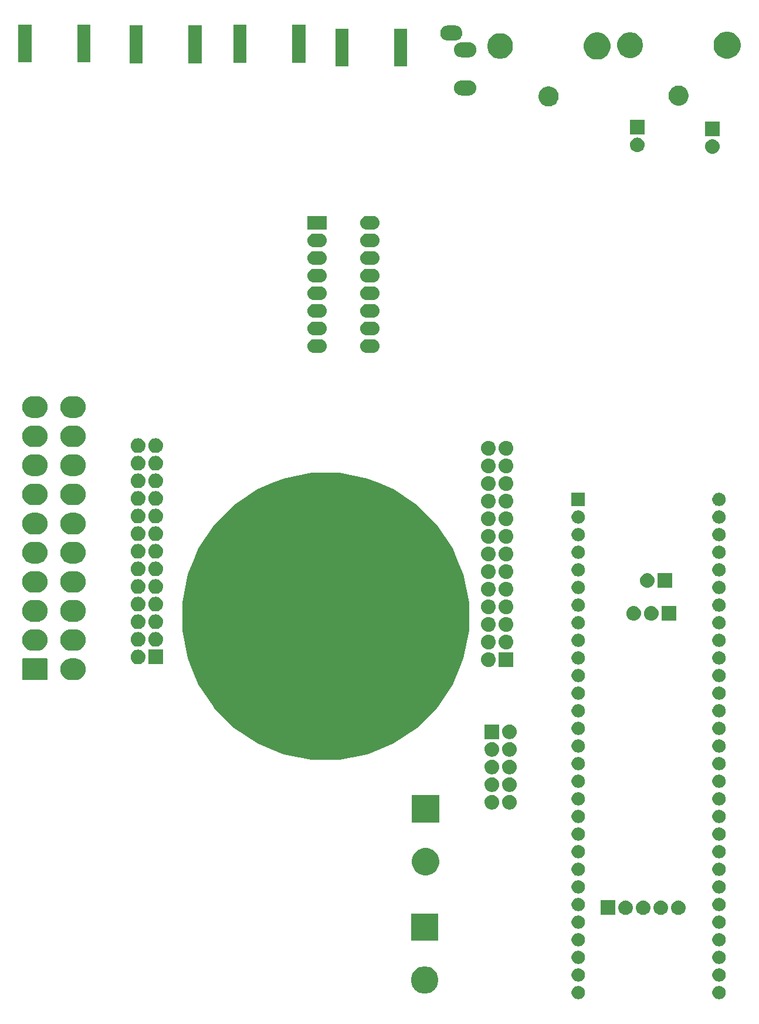
<source format=gbs>
G04 #@! TF.GenerationSoftware,KiCad,Pcbnew,6.0.0-rc1-unknown-e7fa02a~66~ubuntu18.04.1*
G04 #@! TF.CreationDate,2021-05-26T18:29:17-07:00
G04 #@! TF.ProjectId,rp_adapter,72705f61-6461-4707-9465-722e6b696361,rev?*
G04 #@! TF.SameCoordinates,Original*
G04 #@! TF.FileFunction,Soldermask,Bot*
G04 #@! TF.FilePolarity,Negative*
%FSLAX46Y46*%
G04 Gerber Fmt 4.6, Leading zero omitted, Abs format (unit mm)*
G04 Created by KiCad (PCBNEW 6.0.0-rc1-unknown-e7fa02a~66~ubuntu18.04.1) date Wed 26 May 2021 06:29:17 PM PDT*
%MOMM*%
%LPD*%
G04 APERTURE LIST*
%ADD10C,0.100000*%
G04 APERTURE END LIST*
D10*
G36*
X162632603Y-165927968D02*
G01*
X162632606Y-165927969D01*
X162632605Y-165927969D01*
X162807678Y-166000486D01*
X162807679Y-166000487D01*
X162965241Y-166105767D01*
X163099233Y-166239759D01*
X163099234Y-166239761D01*
X163204514Y-166397322D01*
X163260603Y-166532734D01*
X163277032Y-166572397D01*
X163314000Y-166758250D01*
X163314000Y-166947750D01*
X163277032Y-167133603D01*
X163277031Y-167133605D01*
X163204514Y-167308678D01*
X163204513Y-167308679D01*
X163099233Y-167466241D01*
X162965241Y-167600233D01*
X162885923Y-167653232D01*
X162807678Y-167705514D01*
X162672266Y-167761603D01*
X162632603Y-167778032D01*
X162446750Y-167815000D01*
X162257250Y-167815000D01*
X162071397Y-167778032D01*
X162031734Y-167761603D01*
X161896322Y-167705514D01*
X161818077Y-167653232D01*
X161738759Y-167600233D01*
X161604767Y-167466241D01*
X161499487Y-167308679D01*
X161499486Y-167308678D01*
X161426969Y-167133605D01*
X161426968Y-167133603D01*
X161390000Y-166947750D01*
X161390000Y-166758250D01*
X161426968Y-166572397D01*
X161443397Y-166532734D01*
X161499486Y-166397322D01*
X161604766Y-166239761D01*
X161604767Y-166239759D01*
X161738759Y-166105767D01*
X161896321Y-166000487D01*
X161896322Y-166000486D01*
X162071395Y-165927969D01*
X162071394Y-165927969D01*
X162071397Y-165927968D01*
X162257250Y-165891000D01*
X162446750Y-165891000D01*
X162632603Y-165927968D01*
X162632603Y-165927968D01*
G37*
G36*
X142312603Y-165927968D02*
G01*
X142312606Y-165927969D01*
X142312605Y-165927969D01*
X142487678Y-166000486D01*
X142487679Y-166000487D01*
X142645241Y-166105767D01*
X142779233Y-166239759D01*
X142779234Y-166239761D01*
X142884514Y-166397322D01*
X142940603Y-166532734D01*
X142957032Y-166572397D01*
X142994000Y-166758250D01*
X142994000Y-166947750D01*
X142957032Y-167133603D01*
X142957031Y-167133605D01*
X142884514Y-167308678D01*
X142884513Y-167308679D01*
X142779233Y-167466241D01*
X142645241Y-167600233D01*
X142565923Y-167653232D01*
X142487678Y-167705514D01*
X142352266Y-167761603D01*
X142312603Y-167778032D01*
X142126750Y-167815000D01*
X141937250Y-167815000D01*
X141751397Y-167778032D01*
X141711734Y-167761603D01*
X141576322Y-167705514D01*
X141498077Y-167653232D01*
X141418759Y-167600233D01*
X141284767Y-167466241D01*
X141179487Y-167308679D01*
X141179486Y-167308678D01*
X141106969Y-167133605D01*
X141106968Y-167133603D01*
X141070000Y-166947750D01*
X141070000Y-166758250D01*
X141106968Y-166572397D01*
X141123397Y-166532734D01*
X141179486Y-166397322D01*
X141284766Y-166239761D01*
X141284767Y-166239759D01*
X141418759Y-166105767D01*
X141576321Y-166000487D01*
X141576322Y-166000486D01*
X141751395Y-165927969D01*
X141751394Y-165927969D01*
X141751397Y-165927968D01*
X141937250Y-165891000D01*
X142126750Y-165891000D01*
X142312603Y-165927968D01*
X142312603Y-165927968D01*
G37*
G36*
X120434739Y-163142340D02*
G01*
X120583270Y-163203864D01*
X120793324Y-163290871D01*
X121116047Y-163506508D01*
X121390492Y-163780953D01*
X121606129Y-164103676D01*
X121653587Y-164218250D01*
X121732081Y-164407750D01*
X121754660Y-164462262D01*
X121830380Y-164842933D01*
X121830380Y-165231067D01*
X121754660Y-165611738D01*
X121606129Y-165970324D01*
X121390492Y-166293047D01*
X121116047Y-166567492D01*
X120793324Y-166783129D01*
X120583270Y-166870136D01*
X120434739Y-166931660D01*
X120054067Y-167007380D01*
X119665933Y-167007380D01*
X119285261Y-166931660D01*
X119136730Y-166870136D01*
X118926676Y-166783129D01*
X118603953Y-166567492D01*
X118329508Y-166293047D01*
X118113871Y-165970324D01*
X117965340Y-165611738D01*
X117889620Y-165231067D01*
X117889620Y-164842933D01*
X117965340Y-164462262D01*
X117987920Y-164407750D01*
X118066413Y-164218250D01*
X118113871Y-164103676D01*
X118329508Y-163780953D01*
X118603953Y-163506508D01*
X118926676Y-163290871D01*
X119136730Y-163203864D01*
X119285261Y-163142340D01*
X119665933Y-163066620D01*
X120054067Y-163066620D01*
X120434739Y-163142340D01*
X120434739Y-163142340D01*
G37*
G36*
X142312603Y-163387968D02*
G01*
X142312606Y-163387969D01*
X142312605Y-163387969D01*
X142487678Y-163460486D01*
X142487679Y-163460487D01*
X142645241Y-163565767D01*
X142779233Y-163699759D01*
X142779234Y-163699761D01*
X142884514Y-163857322D01*
X142940603Y-163992734D01*
X142957032Y-164032397D01*
X142994000Y-164218250D01*
X142994000Y-164407750D01*
X142957032Y-164593603D01*
X142957031Y-164593605D01*
X142884514Y-164768678D01*
X142884513Y-164768679D01*
X142779233Y-164926241D01*
X142645241Y-165060233D01*
X142565923Y-165113232D01*
X142487678Y-165165514D01*
X142352266Y-165221603D01*
X142312603Y-165238032D01*
X142126750Y-165275000D01*
X141937250Y-165275000D01*
X141751397Y-165238032D01*
X141711734Y-165221603D01*
X141576322Y-165165514D01*
X141498077Y-165113232D01*
X141418759Y-165060233D01*
X141284767Y-164926241D01*
X141179487Y-164768679D01*
X141179486Y-164768678D01*
X141106969Y-164593605D01*
X141106968Y-164593603D01*
X141070000Y-164407750D01*
X141070000Y-164218250D01*
X141106968Y-164032397D01*
X141123397Y-163992734D01*
X141179486Y-163857322D01*
X141284766Y-163699761D01*
X141284767Y-163699759D01*
X141418759Y-163565767D01*
X141576321Y-163460487D01*
X141576322Y-163460486D01*
X141751395Y-163387969D01*
X141751394Y-163387969D01*
X141751397Y-163387968D01*
X141937250Y-163351000D01*
X142126750Y-163351000D01*
X142312603Y-163387968D01*
X142312603Y-163387968D01*
G37*
G36*
X162632603Y-163387968D02*
G01*
X162632606Y-163387969D01*
X162632605Y-163387969D01*
X162807678Y-163460486D01*
X162807679Y-163460487D01*
X162965241Y-163565767D01*
X163099233Y-163699759D01*
X163099234Y-163699761D01*
X163204514Y-163857322D01*
X163260603Y-163992734D01*
X163277032Y-164032397D01*
X163314000Y-164218250D01*
X163314000Y-164407750D01*
X163277032Y-164593603D01*
X163277031Y-164593605D01*
X163204514Y-164768678D01*
X163204513Y-164768679D01*
X163099233Y-164926241D01*
X162965241Y-165060233D01*
X162885923Y-165113232D01*
X162807678Y-165165514D01*
X162672266Y-165221603D01*
X162632603Y-165238032D01*
X162446750Y-165275000D01*
X162257250Y-165275000D01*
X162071397Y-165238032D01*
X162031734Y-165221603D01*
X161896322Y-165165514D01*
X161818077Y-165113232D01*
X161738759Y-165060233D01*
X161604767Y-164926241D01*
X161499487Y-164768679D01*
X161499486Y-164768678D01*
X161426969Y-164593605D01*
X161426968Y-164593603D01*
X161390000Y-164407750D01*
X161390000Y-164218250D01*
X161426968Y-164032397D01*
X161443397Y-163992734D01*
X161499486Y-163857322D01*
X161604766Y-163699761D01*
X161604767Y-163699759D01*
X161738759Y-163565767D01*
X161896321Y-163460487D01*
X161896322Y-163460486D01*
X162071395Y-163387969D01*
X162071394Y-163387969D01*
X162071397Y-163387968D01*
X162257250Y-163351000D01*
X162446750Y-163351000D01*
X162632603Y-163387968D01*
X162632603Y-163387968D01*
G37*
G36*
X162632603Y-160847968D02*
G01*
X162632606Y-160847969D01*
X162632605Y-160847969D01*
X162807678Y-160920486D01*
X162807679Y-160920487D01*
X162965241Y-161025767D01*
X163099233Y-161159759D01*
X163099234Y-161159761D01*
X163204514Y-161317322D01*
X163260603Y-161452734D01*
X163277032Y-161492397D01*
X163314000Y-161678250D01*
X163314000Y-161867750D01*
X163277032Y-162053603D01*
X163277031Y-162053605D01*
X163204514Y-162228678D01*
X163204513Y-162228679D01*
X163099233Y-162386241D01*
X162965241Y-162520233D01*
X162885923Y-162573232D01*
X162807678Y-162625514D01*
X162672266Y-162681603D01*
X162632603Y-162698032D01*
X162446750Y-162735000D01*
X162257250Y-162735000D01*
X162071397Y-162698032D01*
X162031734Y-162681603D01*
X161896322Y-162625514D01*
X161818077Y-162573232D01*
X161738759Y-162520233D01*
X161604767Y-162386241D01*
X161499487Y-162228679D01*
X161499486Y-162228678D01*
X161426969Y-162053605D01*
X161426968Y-162053603D01*
X161390000Y-161867750D01*
X161390000Y-161678250D01*
X161426968Y-161492397D01*
X161443397Y-161452734D01*
X161499486Y-161317322D01*
X161604766Y-161159761D01*
X161604767Y-161159759D01*
X161738759Y-161025767D01*
X161896321Y-160920487D01*
X161896322Y-160920486D01*
X162071395Y-160847969D01*
X162071394Y-160847969D01*
X162071397Y-160847968D01*
X162257250Y-160811000D01*
X162446750Y-160811000D01*
X162632603Y-160847968D01*
X162632603Y-160847968D01*
G37*
G36*
X142312603Y-160847968D02*
G01*
X142312606Y-160847969D01*
X142312605Y-160847969D01*
X142487678Y-160920486D01*
X142487679Y-160920487D01*
X142645241Y-161025767D01*
X142779233Y-161159759D01*
X142779234Y-161159761D01*
X142884514Y-161317322D01*
X142940603Y-161452734D01*
X142957032Y-161492397D01*
X142994000Y-161678250D01*
X142994000Y-161867750D01*
X142957032Y-162053603D01*
X142957031Y-162053605D01*
X142884514Y-162228678D01*
X142884513Y-162228679D01*
X142779233Y-162386241D01*
X142645241Y-162520233D01*
X142565923Y-162573232D01*
X142487678Y-162625514D01*
X142352266Y-162681603D01*
X142312603Y-162698032D01*
X142126750Y-162735000D01*
X141937250Y-162735000D01*
X141751397Y-162698032D01*
X141711734Y-162681603D01*
X141576322Y-162625514D01*
X141498077Y-162573232D01*
X141418759Y-162520233D01*
X141284767Y-162386241D01*
X141179487Y-162228679D01*
X141179486Y-162228678D01*
X141106969Y-162053605D01*
X141106968Y-162053603D01*
X141070000Y-161867750D01*
X141070000Y-161678250D01*
X141106968Y-161492397D01*
X141123397Y-161452734D01*
X141179486Y-161317322D01*
X141284766Y-161159761D01*
X141284767Y-161159759D01*
X141418759Y-161025767D01*
X141576321Y-160920487D01*
X141576322Y-160920486D01*
X141751395Y-160847969D01*
X141751394Y-160847969D01*
X141751397Y-160847968D01*
X141937250Y-160811000D01*
X142126750Y-160811000D01*
X142312603Y-160847968D01*
X142312603Y-160847968D01*
G37*
G36*
X142312603Y-158307968D02*
G01*
X142312606Y-158307969D01*
X142312605Y-158307969D01*
X142487678Y-158380486D01*
X142487679Y-158380487D01*
X142645241Y-158485767D01*
X142779233Y-158619759D01*
X142779234Y-158619761D01*
X142884514Y-158777322D01*
X142940603Y-158912734D01*
X142957032Y-158952397D01*
X142994000Y-159138250D01*
X142994000Y-159327750D01*
X142957032Y-159513603D01*
X142957031Y-159513605D01*
X142884514Y-159688678D01*
X142884513Y-159688679D01*
X142779233Y-159846241D01*
X142645241Y-159980233D01*
X142565923Y-160033232D01*
X142487678Y-160085514D01*
X142352266Y-160141603D01*
X142312603Y-160158032D01*
X142126750Y-160195000D01*
X141937250Y-160195000D01*
X141751397Y-160158032D01*
X141711734Y-160141603D01*
X141576322Y-160085514D01*
X141498077Y-160033232D01*
X141418759Y-159980233D01*
X141284767Y-159846241D01*
X141179487Y-159688679D01*
X141179486Y-159688678D01*
X141106969Y-159513605D01*
X141106968Y-159513603D01*
X141070000Y-159327750D01*
X141070000Y-159138250D01*
X141106968Y-158952397D01*
X141123397Y-158912734D01*
X141179486Y-158777322D01*
X141284766Y-158619761D01*
X141284767Y-158619759D01*
X141418759Y-158485767D01*
X141576321Y-158380487D01*
X141576322Y-158380486D01*
X141751395Y-158307969D01*
X141751394Y-158307969D01*
X141751397Y-158307968D01*
X141937250Y-158271000D01*
X142126750Y-158271000D01*
X142312603Y-158307968D01*
X142312603Y-158307968D01*
G37*
G36*
X162632603Y-158307968D02*
G01*
X162632606Y-158307969D01*
X162632605Y-158307969D01*
X162807678Y-158380486D01*
X162807679Y-158380487D01*
X162965241Y-158485767D01*
X163099233Y-158619759D01*
X163099234Y-158619761D01*
X163204514Y-158777322D01*
X163260603Y-158912734D01*
X163277032Y-158952397D01*
X163314000Y-159138250D01*
X163314000Y-159327750D01*
X163277032Y-159513603D01*
X163277031Y-159513605D01*
X163204514Y-159688678D01*
X163204513Y-159688679D01*
X163099233Y-159846241D01*
X162965241Y-159980233D01*
X162885923Y-160033232D01*
X162807678Y-160085514D01*
X162672266Y-160141603D01*
X162632603Y-160158032D01*
X162446750Y-160195000D01*
X162257250Y-160195000D01*
X162071397Y-160158032D01*
X162031734Y-160141603D01*
X161896322Y-160085514D01*
X161818077Y-160033232D01*
X161738759Y-159980233D01*
X161604767Y-159846241D01*
X161499487Y-159688679D01*
X161499486Y-159688678D01*
X161426969Y-159513605D01*
X161426968Y-159513603D01*
X161390000Y-159327750D01*
X161390000Y-159138250D01*
X161426968Y-158952397D01*
X161443397Y-158912734D01*
X161499486Y-158777322D01*
X161604766Y-158619761D01*
X161604767Y-158619759D01*
X161738759Y-158485767D01*
X161896321Y-158380487D01*
X161896322Y-158380486D01*
X162071395Y-158307969D01*
X162071394Y-158307969D01*
X162071397Y-158307968D01*
X162257250Y-158271000D01*
X162446750Y-158271000D01*
X162632603Y-158307968D01*
X162632603Y-158307968D01*
G37*
G36*
X121830380Y-159387380D02*
G01*
X117889620Y-159387380D01*
X117889620Y-155446620D01*
X121830380Y-155446620D01*
X121830380Y-159387380D01*
X121830380Y-159387380D01*
G37*
G36*
X142312603Y-155767968D02*
G01*
X142312606Y-155767969D01*
X142312605Y-155767969D01*
X142487678Y-155840486D01*
X142487679Y-155840487D01*
X142645241Y-155945767D01*
X142779233Y-156079759D01*
X142779234Y-156079761D01*
X142884514Y-156237322D01*
X142940603Y-156372734D01*
X142957032Y-156412397D01*
X142994000Y-156598250D01*
X142994000Y-156787750D01*
X142957032Y-156973603D01*
X142957031Y-156973605D01*
X142884514Y-157148678D01*
X142884513Y-157148679D01*
X142779233Y-157306241D01*
X142645241Y-157440233D01*
X142565923Y-157493232D01*
X142487678Y-157545514D01*
X142352266Y-157601603D01*
X142312603Y-157618032D01*
X142126750Y-157655000D01*
X141937250Y-157655000D01*
X141751397Y-157618032D01*
X141711734Y-157601603D01*
X141576322Y-157545514D01*
X141498077Y-157493232D01*
X141418759Y-157440233D01*
X141284767Y-157306241D01*
X141179487Y-157148679D01*
X141179486Y-157148678D01*
X141106969Y-156973605D01*
X141106968Y-156973603D01*
X141070000Y-156787750D01*
X141070000Y-156598250D01*
X141106968Y-156412397D01*
X141123397Y-156372734D01*
X141179486Y-156237322D01*
X141284766Y-156079761D01*
X141284767Y-156079759D01*
X141418759Y-155945767D01*
X141576321Y-155840487D01*
X141576322Y-155840486D01*
X141751395Y-155767969D01*
X141751394Y-155767969D01*
X141751397Y-155767968D01*
X141937250Y-155731000D01*
X142126750Y-155731000D01*
X142312603Y-155767968D01*
X142312603Y-155767968D01*
G37*
G36*
X162632603Y-155767968D02*
G01*
X162632606Y-155767969D01*
X162632605Y-155767969D01*
X162807678Y-155840486D01*
X162807679Y-155840487D01*
X162965241Y-155945767D01*
X163099233Y-156079759D01*
X163099234Y-156079761D01*
X163204514Y-156237322D01*
X163260603Y-156372734D01*
X163277032Y-156412397D01*
X163314000Y-156598250D01*
X163314000Y-156787750D01*
X163277032Y-156973603D01*
X163277031Y-156973605D01*
X163204514Y-157148678D01*
X163204513Y-157148679D01*
X163099233Y-157306241D01*
X162965241Y-157440233D01*
X162885923Y-157493232D01*
X162807678Y-157545514D01*
X162672266Y-157601603D01*
X162632603Y-157618032D01*
X162446750Y-157655000D01*
X162257250Y-157655000D01*
X162071397Y-157618032D01*
X162031734Y-157601603D01*
X161896322Y-157545514D01*
X161818077Y-157493232D01*
X161738759Y-157440233D01*
X161604767Y-157306241D01*
X161499487Y-157148679D01*
X161499486Y-157148678D01*
X161426969Y-156973605D01*
X161426968Y-156973603D01*
X161390000Y-156787750D01*
X161390000Y-156598250D01*
X161426968Y-156412397D01*
X161443397Y-156372734D01*
X161499486Y-156237322D01*
X161604766Y-156079761D01*
X161604767Y-156079759D01*
X161738759Y-155945767D01*
X161896321Y-155840487D01*
X161896322Y-155840486D01*
X162071395Y-155767969D01*
X162071394Y-155767969D01*
X162071397Y-155767968D01*
X162257250Y-155731000D01*
X162446750Y-155731000D01*
X162632603Y-155767968D01*
X162632603Y-155767968D01*
G37*
G36*
X156609707Y-153567597D02*
G01*
X156686836Y-153575193D01*
X156818787Y-153615220D01*
X156884763Y-153635233D01*
X157067172Y-153732733D01*
X157227054Y-153863946D01*
X157358267Y-154023828D01*
X157455767Y-154206237D01*
X157475780Y-154272213D01*
X157515807Y-154404164D01*
X157536080Y-154610000D01*
X157515807Y-154815836D01*
X157490205Y-154900234D01*
X157455767Y-155013763D01*
X157358267Y-155196172D01*
X157227054Y-155356054D01*
X157067172Y-155487267D01*
X156884763Y-155584767D01*
X156818787Y-155604780D01*
X156686836Y-155644807D01*
X156609707Y-155652403D01*
X156532580Y-155660000D01*
X156429420Y-155660000D01*
X156352293Y-155652403D01*
X156275164Y-155644807D01*
X156143213Y-155604780D01*
X156077237Y-155584767D01*
X155894828Y-155487267D01*
X155734946Y-155356054D01*
X155603733Y-155196172D01*
X155506233Y-155013763D01*
X155471795Y-154900234D01*
X155446193Y-154815836D01*
X155425920Y-154610000D01*
X155446193Y-154404164D01*
X155486220Y-154272213D01*
X155506233Y-154206237D01*
X155603733Y-154023828D01*
X155734946Y-153863946D01*
X155894828Y-153732733D01*
X156077237Y-153635233D01*
X156143213Y-153615220D01*
X156275164Y-153575193D01*
X156352293Y-153567597D01*
X156429420Y-153560000D01*
X156532580Y-153560000D01*
X156609707Y-153567597D01*
X156609707Y-153567597D01*
G37*
G36*
X154069707Y-153567597D02*
G01*
X154146836Y-153575193D01*
X154278787Y-153615220D01*
X154344763Y-153635233D01*
X154527172Y-153732733D01*
X154687054Y-153863946D01*
X154818267Y-154023828D01*
X154915767Y-154206237D01*
X154935780Y-154272213D01*
X154975807Y-154404164D01*
X154996080Y-154610000D01*
X154975807Y-154815836D01*
X154950205Y-154900234D01*
X154915767Y-155013763D01*
X154818267Y-155196172D01*
X154687054Y-155356054D01*
X154527172Y-155487267D01*
X154344763Y-155584767D01*
X154278787Y-155604780D01*
X154146836Y-155644807D01*
X154069707Y-155652403D01*
X153992580Y-155660000D01*
X153889420Y-155660000D01*
X153812293Y-155652403D01*
X153735164Y-155644807D01*
X153603213Y-155604780D01*
X153537237Y-155584767D01*
X153354828Y-155487267D01*
X153194946Y-155356054D01*
X153063733Y-155196172D01*
X152966233Y-155013763D01*
X152931795Y-154900234D01*
X152906193Y-154815836D01*
X152885920Y-154610000D01*
X152906193Y-154404164D01*
X152946220Y-154272213D01*
X152966233Y-154206237D01*
X153063733Y-154023828D01*
X153194946Y-153863946D01*
X153354828Y-153732733D01*
X153537237Y-153635233D01*
X153603213Y-153615220D01*
X153735164Y-153575193D01*
X153812293Y-153567597D01*
X153889420Y-153560000D01*
X153992580Y-153560000D01*
X154069707Y-153567597D01*
X154069707Y-153567597D01*
G37*
G36*
X151529707Y-153567597D02*
G01*
X151606836Y-153575193D01*
X151738787Y-153615220D01*
X151804763Y-153635233D01*
X151987172Y-153732733D01*
X152147054Y-153863946D01*
X152278267Y-154023828D01*
X152375767Y-154206237D01*
X152395780Y-154272213D01*
X152435807Y-154404164D01*
X152456080Y-154610000D01*
X152435807Y-154815836D01*
X152410205Y-154900234D01*
X152375767Y-155013763D01*
X152278267Y-155196172D01*
X152147054Y-155356054D01*
X151987172Y-155487267D01*
X151804763Y-155584767D01*
X151738787Y-155604780D01*
X151606836Y-155644807D01*
X151529707Y-155652403D01*
X151452580Y-155660000D01*
X151349420Y-155660000D01*
X151272293Y-155652403D01*
X151195164Y-155644807D01*
X151063213Y-155604780D01*
X150997237Y-155584767D01*
X150814828Y-155487267D01*
X150654946Y-155356054D01*
X150523733Y-155196172D01*
X150426233Y-155013763D01*
X150391795Y-154900234D01*
X150366193Y-154815836D01*
X150345920Y-154610000D01*
X150366193Y-154404164D01*
X150406220Y-154272213D01*
X150426233Y-154206237D01*
X150523733Y-154023828D01*
X150654946Y-153863946D01*
X150814828Y-153732733D01*
X150997237Y-153635233D01*
X151063213Y-153615220D01*
X151195164Y-153575193D01*
X151272293Y-153567597D01*
X151349420Y-153560000D01*
X151452580Y-153560000D01*
X151529707Y-153567597D01*
X151529707Y-153567597D01*
G37*
G36*
X148989707Y-153567597D02*
G01*
X149066836Y-153575193D01*
X149198787Y-153615220D01*
X149264763Y-153635233D01*
X149447172Y-153732733D01*
X149607054Y-153863946D01*
X149738267Y-154023828D01*
X149835767Y-154206237D01*
X149855780Y-154272213D01*
X149895807Y-154404164D01*
X149916080Y-154610000D01*
X149895807Y-154815836D01*
X149870205Y-154900234D01*
X149835767Y-155013763D01*
X149738267Y-155196172D01*
X149607054Y-155356054D01*
X149447172Y-155487267D01*
X149264763Y-155584767D01*
X149198787Y-155604780D01*
X149066836Y-155644807D01*
X148989707Y-155652403D01*
X148912580Y-155660000D01*
X148809420Y-155660000D01*
X148732293Y-155652403D01*
X148655164Y-155644807D01*
X148523213Y-155604780D01*
X148457237Y-155584767D01*
X148274828Y-155487267D01*
X148114946Y-155356054D01*
X147983733Y-155196172D01*
X147886233Y-155013763D01*
X147851795Y-154900234D01*
X147826193Y-154815836D01*
X147805920Y-154610000D01*
X147826193Y-154404164D01*
X147866220Y-154272213D01*
X147886233Y-154206237D01*
X147983733Y-154023828D01*
X148114946Y-153863946D01*
X148274828Y-153732733D01*
X148457237Y-153635233D01*
X148523213Y-153615220D01*
X148655164Y-153575193D01*
X148732293Y-153567597D01*
X148809420Y-153560000D01*
X148912580Y-153560000D01*
X148989707Y-153567597D01*
X148989707Y-153567597D01*
G37*
G36*
X147371000Y-155660000D02*
G01*
X145271000Y-155660000D01*
X145271000Y-153560000D01*
X147371000Y-153560000D01*
X147371000Y-155660000D01*
X147371000Y-155660000D01*
G37*
G36*
X162632603Y-153227968D02*
G01*
X162632606Y-153227969D01*
X162632605Y-153227969D01*
X162807678Y-153300486D01*
X162807679Y-153300487D01*
X162965241Y-153405767D01*
X163099233Y-153539759D01*
X163122909Y-153575193D01*
X163204514Y-153697322D01*
X163260603Y-153832734D01*
X163277032Y-153872397D01*
X163314000Y-154058250D01*
X163314000Y-154247750D01*
X163277032Y-154433603D01*
X163277031Y-154433605D01*
X163204514Y-154608678D01*
X163152232Y-154686923D01*
X163099233Y-154766241D01*
X162965241Y-154900233D01*
X162885923Y-154953232D01*
X162807678Y-155005514D01*
X162672266Y-155061603D01*
X162632603Y-155078032D01*
X162446750Y-155115000D01*
X162257250Y-155115000D01*
X162071397Y-155078032D01*
X162031734Y-155061603D01*
X161896322Y-155005514D01*
X161818077Y-154953232D01*
X161738759Y-154900233D01*
X161604767Y-154766241D01*
X161551768Y-154686923D01*
X161499486Y-154608678D01*
X161426969Y-154433605D01*
X161426968Y-154433603D01*
X161390000Y-154247750D01*
X161390000Y-154058250D01*
X161426968Y-153872397D01*
X161443397Y-153832734D01*
X161499486Y-153697322D01*
X161581091Y-153575193D01*
X161604767Y-153539759D01*
X161738759Y-153405767D01*
X161896321Y-153300487D01*
X161896322Y-153300486D01*
X162071395Y-153227969D01*
X162071394Y-153227969D01*
X162071397Y-153227968D01*
X162257250Y-153191000D01*
X162446750Y-153191000D01*
X162632603Y-153227968D01*
X162632603Y-153227968D01*
G37*
G36*
X142312603Y-153227968D02*
G01*
X142312606Y-153227969D01*
X142312605Y-153227969D01*
X142487678Y-153300486D01*
X142487679Y-153300487D01*
X142645241Y-153405767D01*
X142779233Y-153539759D01*
X142802909Y-153575193D01*
X142884514Y-153697322D01*
X142940603Y-153832734D01*
X142957032Y-153872397D01*
X142994000Y-154058250D01*
X142994000Y-154247750D01*
X142957032Y-154433603D01*
X142957031Y-154433605D01*
X142884514Y-154608678D01*
X142832232Y-154686923D01*
X142779233Y-154766241D01*
X142645241Y-154900233D01*
X142565923Y-154953232D01*
X142487678Y-155005514D01*
X142352266Y-155061603D01*
X142312603Y-155078032D01*
X142126750Y-155115000D01*
X141937250Y-155115000D01*
X141751397Y-155078032D01*
X141711734Y-155061603D01*
X141576322Y-155005514D01*
X141498077Y-154953232D01*
X141418759Y-154900233D01*
X141284767Y-154766241D01*
X141231768Y-154686923D01*
X141179486Y-154608678D01*
X141106969Y-154433605D01*
X141106968Y-154433603D01*
X141070000Y-154247750D01*
X141070000Y-154058250D01*
X141106968Y-153872397D01*
X141123397Y-153832734D01*
X141179486Y-153697322D01*
X141261091Y-153575193D01*
X141284767Y-153539759D01*
X141418759Y-153405767D01*
X141576321Y-153300487D01*
X141576322Y-153300486D01*
X141751395Y-153227969D01*
X141751394Y-153227969D01*
X141751397Y-153227968D01*
X141937250Y-153191000D01*
X142126750Y-153191000D01*
X142312603Y-153227968D01*
X142312603Y-153227968D01*
G37*
G36*
X142312603Y-150687968D02*
G01*
X142312606Y-150687969D01*
X142312605Y-150687969D01*
X142487678Y-150760486D01*
X142487679Y-150760487D01*
X142645241Y-150865767D01*
X142779233Y-150999759D01*
X142779234Y-150999761D01*
X142884514Y-151157322D01*
X142940603Y-151292734D01*
X142957032Y-151332397D01*
X142994000Y-151518250D01*
X142994000Y-151707750D01*
X142957032Y-151893603D01*
X142957031Y-151893605D01*
X142884514Y-152068678D01*
X142884513Y-152068679D01*
X142779233Y-152226241D01*
X142645241Y-152360233D01*
X142565923Y-152413232D01*
X142487678Y-152465514D01*
X142352266Y-152521603D01*
X142312603Y-152538032D01*
X142126750Y-152575000D01*
X141937250Y-152575000D01*
X141751397Y-152538032D01*
X141711734Y-152521603D01*
X141576322Y-152465514D01*
X141498077Y-152413232D01*
X141418759Y-152360233D01*
X141284767Y-152226241D01*
X141179487Y-152068679D01*
X141179486Y-152068678D01*
X141106969Y-151893605D01*
X141106968Y-151893603D01*
X141070000Y-151707750D01*
X141070000Y-151518250D01*
X141106968Y-151332397D01*
X141123397Y-151292734D01*
X141179486Y-151157322D01*
X141284766Y-150999761D01*
X141284767Y-150999759D01*
X141418759Y-150865767D01*
X141576321Y-150760487D01*
X141576322Y-150760486D01*
X141751395Y-150687969D01*
X141751394Y-150687969D01*
X141751397Y-150687968D01*
X141937250Y-150651000D01*
X142126750Y-150651000D01*
X142312603Y-150687968D01*
X142312603Y-150687968D01*
G37*
G36*
X162632603Y-150687968D02*
G01*
X162632606Y-150687969D01*
X162632605Y-150687969D01*
X162807678Y-150760486D01*
X162807679Y-150760487D01*
X162965241Y-150865767D01*
X163099233Y-150999759D01*
X163099234Y-150999761D01*
X163204514Y-151157322D01*
X163260603Y-151292734D01*
X163277032Y-151332397D01*
X163314000Y-151518250D01*
X163314000Y-151707750D01*
X163277032Y-151893603D01*
X163277031Y-151893605D01*
X163204514Y-152068678D01*
X163204513Y-152068679D01*
X163099233Y-152226241D01*
X162965241Y-152360233D01*
X162885923Y-152413232D01*
X162807678Y-152465514D01*
X162672266Y-152521603D01*
X162632603Y-152538032D01*
X162446750Y-152575000D01*
X162257250Y-152575000D01*
X162071397Y-152538032D01*
X162031734Y-152521603D01*
X161896322Y-152465514D01*
X161818077Y-152413232D01*
X161738759Y-152360233D01*
X161604767Y-152226241D01*
X161499487Y-152068679D01*
X161499486Y-152068678D01*
X161426969Y-151893605D01*
X161426968Y-151893603D01*
X161390000Y-151707750D01*
X161390000Y-151518250D01*
X161426968Y-151332397D01*
X161443397Y-151292734D01*
X161499486Y-151157322D01*
X161604766Y-150999761D01*
X161604767Y-150999759D01*
X161738759Y-150865767D01*
X161896321Y-150760487D01*
X161896322Y-150760486D01*
X162071395Y-150687969D01*
X162071394Y-150687969D01*
X162071397Y-150687968D01*
X162257250Y-150651000D01*
X162446750Y-150651000D01*
X162632603Y-150687968D01*
X162632603Y-150687968D01*
G37*
G36*
X162632603Y-148147968D02*
G01*
X162632606Y-148147969D01*
X162632605Y-148147969D01*
X162807678Y-148220486D01*
X162807679Y-148220487D01*
X162965241Y-148325767D01*
X163099233Y-148459759D01*
X163099234Y-148459761D01*
X163204514Y-148617322D01*
X163260603Y-148752734D01*
X163277032Y-148792397D01*
X163314000Y-148978250D01*
X163314000Y-149167750D01*
X163277032Y-149353603D01*
X163277031Y-149353605D01*
X163204514Y-149528678D01*
X163204513Y-149528679D01*
X163099233Y-149686241D01*
X162965241Y-149820233D01*
X162903241Y-149861660D01*
X162807678Y-149925514D01*
X162672266Y-149981603D01*
X162632603Y-149998032D01*
X162446750Y-150035000D01*
X162257250Y-150035000D01*
X162071397Y-149998032D01*
X162031734Y-149981603D01*
X161896322Y-149925514D01*
X161800759Y-149861660D01*
X161738759Y-149820233D01*
X161604767Y-149686241D01*
X161499487Y-149528679D01*
X161499486Y-149528678D01*
X161426969Y-149353605D01*
X161426968Y-149353603D01*
X161390000Y-149167750D01*
X161390000Y-148978250D01*
X161426968Y-148792397D01*
X161443397Y-148752734D01*
X161499486Y-148617322D01*
X161604766Y-148459761D01*
X161604767Y-148459759D01*
X161738759Y-148325767D01*
X161896321Y-148220487D01*
X161896322Y-148220486D01*
X162071395Y-148147969D01*
X162071394Y-148147969D01*
X162071397Y-148147968D01*
X162257250Y-148111000D01*
X162446750Y-148111000D01*
X162632603Y-148147968D01*
X162632603Y-148147968D01*
G37*
G36*
X142312603Y-148147968D02*
G01*
X142312606Y-148147969D01*
X142312605Y-148147969D01*
X142487678Y-148220486D01*
X142487679Y-148220487D01*
X142645241Y-148325767D01*
X142779233Y-148459759D01*
X142779234Y-148459761D01*
X142884514Y-148617322D01*
X142940603Y-148752734D01*
X142957032Y-148792397D01*
X142994000Y-148978250D01*
X142994000Y-149167750D01*
X142957032Y-149353603D01*
X142957031Y-149353605D01*
X142884514Y-149528678D01*
X142884513Y-149528679D01*
X142779233Y-149686241D01*
X142645241Y-149820233D01*
X142583241Y-149861660D01*
X142487678Y-149925514D01*
X142352266Y-149981603D01*
X142312603Y-149998032D01*
X142126750Y-150035000D01*
X141937250Y-150035000D01*
X141751397Y-149998032D01*
X141711734Y-149981603D01*
X141576322Y-149925514D01*
X141480759Y-149861660D01*
X141418759Y-149820233D01*
X141284767Y-149686241D01*
X141179487Y-149528679D01*
X141179486Y-149528678D01*
X141106969Y-149353605D01*
X141106968Y-149353603D01*
X141070000Y-149167750D01*
X141070000Y-148978250D01*
X141106968Y-148792397D01*
X141123397Y-148752734D01*
X141179486Y-148617322D01*
X141284766Y-148459761D01*
X141284767Y-148459759D01*
X141418759Y-148325767D01*
X141576321Y-148220487D01*
X141576322Y-148220486D01*
X141751395Y-148147969D01*
X141751394Y-148147969D01*
X141751397Y-148147968D01*
X141937250Y-148111000D01*
X142126750Y-148111000D01*
X142312603Y-148147968D01*
X142312603Y-148147968D01*
G37*
G36*
X120564739Y-146072340D02*
G01*
X120713270Y-146133864D01*
X120923324Y-146220871D01*
X121246047Y-146436508D01*
X121520492Y-146710953D01*
X121736129Y-147033676D01*
X121782754Y-147146239D01*
X121884660Y-147392261D01*
X121905096Y-147495000D01*
X121960380Y-147772933D01*
X121960380Y-148161067D01*
X121884660Y-148541738D01*
X121736129Y-148900324D01*
X121520492Y-149223047D01*
X121246047Y-149497492D01*
X120923324Y-149713129D01*
X120713270Y-149800136D01*
X120564739Y-149861660D01*
X120184067Y-149937380D01*
X119795933Y-149937380D01*
X119415261Y-149861660D01*
X119266730Y-149800136D01*
X119056676Y-149713129D01*
X118733953Y-149497492D01*
X118459508Y-149223047D01*
X118243871Y-148900324D01*
X118095340Y-148541738D01*
X118019620Y-148161067D01*
X118019620Y-147772933D01*
X118074904Y-147495000D01*
X118095340Y-147392261D01*
X118197246Y-147146239D01*
X118243871Y-147033676D01*
X118459508Y-146710953D01*
X118733953Y-146436508D01*
X119056676Y-146220871D01*
X119266730Y-146133864D01*
X119415261Y-146072340D01*
X119795933Y-145996620D01*
X120184067Y-145996620D01*
X120564739Y-146072340D01*
X120564739Y-146072340D01*
G37*
G36*
X162632603Y-145607968D02*
G01*
X162632606Y-145607969D01*
X162632605Y-145607969D01*
X162807678Y-145680486D01*
X162807679Y-145680487D01*
X162965241Y-145785767D01*
X163099233Y-145919759D01*
X163099234Y-145919761D01*
X163204514Y-146077322D01*
X163260603Y-146212734D01*
X163277032Y-146252397D01*
X163314000Y-146438250D01*
X163314000Y-146627750D01*
X163277032Y-146813603D01*
X163277031Y-146813605D01*
X163204514Y-146988678D01*
X163204513Y-146988679D01*
X163099233Y-147146241D01*
X162965241Y-147280233D01*
X162885923Y-147333232D01*
X162807678Y-147385514D01*
X162672266Y-147441603D01*
X162632603Y-147458032D01*
X162446750Y-147495000D01*
X162257250Y-147495000D01*
X162071397Y-147458032D01*
X162031734Y-147441603D01*
X161896322Y-147385514D01*
X161818077Y-147333232D01*
X161738759Y-147280233D01*
X161604767Y-147146241D01*
X161499487Y-146988679D01*
X161499486Y-146988678D01*
X161426969Y-146813605D01*
X161426968Y-146813603D01*
X161390000Y-146627750D01*
X161390000Y-146438250D01*
X161426968Y-146252397D01*
X161443397Y-146212734D01*
X161499486Y-146077322D01*
X161604766Y-145919761D01*
X161604767Y-145919759D01*
X161738759Y-145785767D01*
X161896321Y-145680487D01*
X161896322Y-145680486D01*
X162071395Y-145607969D01*
X162071394Y-145607969D01*
X162071397Y-145607968D01*
X162257250Y-145571000D01*
X162446750Y-145571000D01*
X162632603Y-145607968D01*
X162632603Y-145607968D01*
G37*
G36*
X142312603Y-145607968D02*
G01*
X142312606Y-145607969D01*
X142312605Y-145607969D01*
X142487678Y-145680486D01*
X142487679Y-145680487D01*
X142645241Y-145785767D01*
X142779233Y-145919759D01*
X142779234Y-145919761D01*
X142884514Y-146077322D01*
X142940603Y-146212734D01*
X142957032Y-146252397D01*
X142994000Y-146438250D01*
X142994000Y-146627750D01*
X142957032Y-146813603D01*
X142957031Y-146813605D01*
X142884514Y-146988678D01*
X142884513Y-146988679D01*
X142779233Y-147146241D01*
X142645241Y-147280233D01*
X142565923Y-147333232D01*
X142487678Y-147385514D01*
X142352266Y-147441603D01*
X142312603Y-147458032D01*
X142126750Y-147495000D01*
X141937250Y-147495000D01*
X141751397Y-147458032D01*
X141711734Y-147441603D01*
X141576322Y-147385514D01*
X141498077Y-147333232D01*
X141418759Y-147280233D01*
X141284767Y-147146241D01*
X141179487Y-146988679D01*
X141179486Y-146988678D01*
X141106969Y-146813605D01*
X141106968Y-146813603D01*
X141070000Y-146627750D01*
X141070000Y-146438250D01*
X141106968Y-146252397D01*
X141123397Y-146212734D01*
X141179486Y-146077322D01*
X141284766Y-145919761D01*
X141284767Y-145919759D01*
X141418759Y-145785767D01*
X141576321Y-145680487D01*
X141576322Y-145680486D01*
X141751395Y-145607969D01*
X141751394Y-145607969D01*
X141751397Y-145607968D01*
X141937250Y-145571000D01*
X142126750Y-145571000D01*
X142312603Y-145607968D01*
X142312603Y-145607968D01*
G37*
G36*
X162632603Y-143067968D02*
G01*
X162632606Y-143067969D01*
X162632605Y-143067969D01*
X162807678Y-143140486D01*
X162807679Y-143140487D01*
X162965241Y-143245767D01*
X163099233Y-143379759D01*
X163099234Y-143379761D01*
X163204514Y-143537322D01*
X163260603Y-143672734D01*
X163277032Y-143712397D01*
X163314000Y-143898250D01*
X163314000Y-144087750D01*
X163277032Y-144273603D01*
X163277031Y-144273605D01*
X163204514Y-144448678D01*
X163204513Y-144448679D01*
X163099233Y-144606241D01*
X162965241Y-144740233D01*
X162885923Y-144793232D01*
X162807678Y-144845514D01*
X162672266Y-144901603D01*
X162632603Y-144918032D01*
X162446750Y-144955000D01*
X162257250Y-144955000D01*
X162071397Y-144918032D01*
X162031734Y-144901603D01*
X161896322Y-144845514D01*
X161818077Y-144793232D01*
X161738759Y-144740233D01*
X161604767Y-144606241D01*
X161499487Y-144448679D01*
X161499486Y-144448678D01*
X161426969Y-144273605D01*
X161426968Y-144273603D01*
X161390000Y-144087750D01*
X161390000Y-143898250D01*
X161426968Y-143712397D01*
X161443397Y-143672734D01*
X161499486Y-143537322D01*
X161604766Y-143379761D01*
X161604767Y-143379759D01*
X161738759Y-143245767D01*
X161896321Y-143140487D01*
X161896322Y-143140486D01*
X162071395Y-143067969D01*
X162071394Y-143067969D01*
X162071397Y-143067968D01*
X162257250Y-143031000D01*
X162446750Y-143031000D01*
X162632603Y-143067968D01*
X162632603Y-143067968D01*
G37*
G36*
X142312603Y-143067968D02*
G01*
X142312606Y-143067969D01*
X142312605Y-143067969D01*
X142487678Y-143140486D01*
X142487679Y-143140487D01*
X142645241Y-143245767D01*
X142779233Y-143379759D01*
X142779234Y-143379761D01*
X142884514Y-143537322D01*
X142940603Y-143672734D01*
X142957032Y-143712397D01*
X142994000Y-143898250D01*
X142994000Y-144087750D01*
X142957032Y-144273603D01*
X142957031Y-144273605D01*
X142884514Y-144448678D01*
X142884513Y-144448679D01*
X142779233Y-144606241D01*
X142645241Y-144740233D01*
X142565923Y-144793232D01*
X142487678Y-144845514D01*
X142352266Y-144901603D01*
X142312603Y-144918032D01*
X142126750Y-144955000D01*
X141937250Y-144955000D01*
X141751397Y-144918032D01*
X141711734Y-144901603D01*
X141576322Y-144845514D01*
X141498077Y-144793232D01*
X141418759Y-144740233D01*
X141284767Y-144606241D01*
X141179487Y-144448679D01*
X141179486Y-144448678D01*
X141106969Y-144273605D01*
X141106968Y-144273603D01*
X141070000Y-144087750D01*
X141070000Y-143898250D01*
X141106968Y-143712397D01*
X141123397Y-143672734D01*
X141179486Y-143537322D01*
X141284766Y-143379761D01*
X141284767Y-143379759D01*
X141418759Y-143245767D01*
X141576321Y-143140487D01*
X141576322Y-143140486D01*
X141751395Y-143067969D01*
X141751394Y-143067969D01*
X141751397Y-143067968D01*
X141937250Y-143031000D01*
X142126750Y-143031000D01*
X142312603Y-143067968D01*
X142312603Y-143067968D01*
G37*
G36*
X162632603Y-140527968D02*
G01*
X162632606Y-140527969D01*
X162632605Y-140527969D01*
X162807678Y-140600486D01*
X162807679Y-140600487D01*
X162965241Y-140705767D01*
X163099233Y-140839759D01*
X163099234Y-140839761D01*
X163204514Y-140997322D01*
X163260603Y-141132734D01*
X163277032Y-141172397D01*
X163314000Y-141358250D01*
X163314000Y-141547750D01*
X163277032Y-141733603D01*
X163277031Y-141733605D01*
X163204514Y-141908678D01*
X163204513Y-141908679D01*
X163099233Y-142066241D01*
X162965241Y-142200233D01*
X162885923Y-142253232D01*
X162807678Y-142305514D01*
X162672266Y-142361603D01*
X162632603Y-142378032D01*
X162446750Y-142415000D01*
X162257250Y-142415000D01*
X162071397Y-142378032D01*
X162031734Y-142361603D01*
X161896322Y-142305514D01*
X161818077Y-142253232D01*
X161738759Y-142200233D01*
X161604767Y-142066241D01*
X161499487Y-141908679D01*
X161499486Y-141908678D01*
X161426969Y-141733605D01*
X161426968Y-141733603D01*
X161390000Y-141547750D01*
X161390000Y-141358250D01*
X161426968Y-141172397D01*
X161443397Y-141132734D01*
X161499486Y-140997322D01*
X161604766Y-140839761D01*
X161604767Y-140839759D01*
X161738759Y-140705767D01*
X161896321Y-140600487D01*
X161896322Y-140600486D01*
X162071395Y-140527969D01*
X162071394Y-140527969D01*
X162071397Y-140527968D01*
X162257250Y-140491000D01*
X162446750Y-140491000D01*
X162632603Y-140527968D01*
X162632603Y-140527968D01*
G37*
G36*
X142312603Y-140527968D02*
G01*
X142312606Y-140527969D01*
X142312605Y-140527969D01*
X142487678Y-140600486D01*
X142487679Y-140600487D01*
X142645241Y-140705767D01*
X142779233Y-140839759D01*
X142779234Y-140839761D01*
X142884514Y-140997322D01*
X142940603Y-141132734D01*
X142957032Y-141172397D01*
X142994000Y-141358250D01*
X142994000Y-141547750D01*
X142957032Y-141733603D01*
X142957031Y-141733605D01*
X142884514Y-141908678D01*
X142884513Y-141908679D01*
X142779233Y-142066241D01*
X142645241Y-142200233D01*
X142565923Y-142253232D01*
X142487678Y-142305514D01*
X142352266Y-142361603D01*
X142312603Y-142378032D01*
X142126750Y-142415000D01*
X141937250Y-142415000D01*
X141751397Y-142378032D01*
X141711734Y-142361603D01*
X141576322Y-142305514D01*
X141498077Y-142253232D01*
X141418759Y-142200233D01*
X141284767Y-142066241D01*
X141179487Y-141908679D01*
X141179486Y-141908678D01*
X141106969Y-141733605D01*
X141106968Y-141733603D01*
X141070000Y-141547750D01*
X141070000Y-141358250D01*
X141106968Y-141172397D01*
X141123397Y-141132734D01*
X141179486Y-140997322D01*
X141284766Y-140839761D01*
X141284767Y-140839759D01*
X141418759Y-140705767D01*
X141576321Y-140600487D01*
X141576322Y-140600486D01*
X141751395Y-140527969D01*
X141751394Y-140527969D01*
X141751397Y-140527968D01*
X141937250Y-140491000D01*
X142126750Y-140491000D01*
X142312603Y-140527968D01*
X142312603Y-140527968D01*
G37*
G36*
X121960380Y-142317380D02*
G01*
X118019620Y-142317380D01*
X118019620Y-138376620D01*
X121960380Y-138376620D01*
X121960380Y-142317380D01*
X121960380Y-142317380D01*
G37*
G36*
X132237707Y-138355597D02*
G01*
X132314836Y-138363193D01*
X132446787Y-138403220D01*
X132512763Y-138423233D01*
X132695172Y-138520733D01*
X132855054Y-138651946D01*
X132986267Y-138811828D01*
X133083767Y-138994237D01*
X133083767Y-138994238D01*
X133143807Y-139192164D01*
X133164080Y-139398000D01*
X133143807Y-139603836D01*
X133126699Y-139660233D01*
X133083767Y-139801763D01*
X132986267Y-139984172D01*
X132855054Y-140144054D01*
X132695172Y-140275267D01*
X132512763Y-140372767D01*
X132446787Y-140392780D01*
X132314836Y-140432807D01*
X132237707Y-140440403D01*
X132160580Y-140448000D01*
X132057420Y-140448000D01*
X131980293Y-140440403D01*
X131903164Y-140432807D01*
X131771213Y-140392780D01*
X131705237Y-140372767D01*
X131522828Y-140275267D01*
X131362946Y-140144054D01*
X131231733Y-139984172D01*
X131134233Y-139801763D01*
X131091301Y-139660233D01*
X131074193Y-139603836D01*
X131053920Y-139398000D01*
X131074193Y-139192164D01*
X131134233Y-138994238D01*
X131134233Y-138994237D01*
X131231733Y-138811828D01*
X131362946Y-138651946D01*
X131522828Y-138520733D01*
X131705237Y-138423233D01*
X131771213Y-138403220D01*
X131903164Y-138363193D01*
X131980293Y-138355597D01*
X132057420Y-138348000D01*
X132160580Y-138348000D01*
X132237707Y-138355597D01*
X132237707Y-138355597D01*
G37*
G36*
X129697707Y-138355597D02*
G01*
X129774836Y-138363193D01*
X129906787Y-138403220D01*
X129972763Y-138423233D01*
X130155172Y-138520733D01*
X130315054Y-138651946D01*
X130446267Y-138811828D01*
X130543767Y-138994237D01*
X130543767Y-138994238D01*
X130603807Y-139192164D01*
X130624080Y-139398000D01*
X130603807Y-139603836D01*
X130586699Y-139660233D01*
X130543767Y-139801763D01*
X130446267Y-139984172D01*
X130315054Y-140144054D01*
X130155172Y-140275267D01*
X129972763Y-140372767D01*
X129906787Y-140392780D01*
X129774836Y-140432807D01*
X129697707Y-140440403D01*
X129620580Y-140448000D01*
X129517420Y-140448000D01*
X129440293Y-140440403D01*
X129363164Y-140432807D01*
X129231213Y-140392780D01*
X129165237Y-140372767D01*
X128982828Y-140275267D01*
X128822946Y-140144054D01*
X128691733Y-139984172D01*
X128594233Y-139801763D01*
X128551301Y-139660233D01*
X128534193Y-139603836D01*
X128513920Y-139398000D01*
X128534193Y-139192164D01*
X128594233Y-138994238D01*
X128594233Y-138994237D01*
X128691733Y-138811828D01*
X128822946Y-138651946D01*
X128982828Y-138520733D01*
X129165237Y-138423233D01*
X129231213Y-138403220D01*
X129363164Y-138363193D01*
X129440293Y-138355597D01*
X129517420Y-138348000D01*
X129620580Y-138348000D01*
X129697707Y-138355597D01*
X129697707Y-138355597D01*
G37*
G36*
X142312603Y-137987968D02*
G01*
X142312606Y-137987969D01*
X142312605Y-137987969D01*
X142487678Y-138060486D01*
X142487679Y-138060487D01*
X142645241Y-138165767D01*
X142779233Y-138299759D01*
X142779234Y-138299761D01*
X142884514Y-138457322D01*
X142910779Y-138520733D01*
X142957032Y-138632397D01*
X142994000Y-138818250D01*
X142994000Y-139007750D01*
X142957032Y-139193603D01*
X142957031Y-139193605D01*
X142884514Y-139368678D01*
X142884513Y-139368679D01*
X142779233Y-139526241D01*
X142645241Y-139660233D01*
X142565923Y-139713232D01*
X142487678Y-139765514D01*
X142400164Y-139801763D01*
X142312603Y-139838032D01*
X142126750Y-139875000D01*
X141937250Y-139875000D01*
X141751397Y-139838032D01*
X141663836Y-139801763D01*
X141576322Y-139765514D01*
X141498077Y-139713232D01*
X141418759Y-139660233D01*
X141284767Y-139526241D01*
X141179487Y-139368679D01*
X141179486Y-139368678D01*
X141106969Y-139193605D01*
X141106968Y-139193603D01*
X141070000Y-139007750D01*
X141070000Y-138818250D01*
X141106968Y-138632397D01*
X141153221Y-138520733D01*
X141179486Y-138457322D01*
X141284766Y-138299761D01*
X141284767Y-138299759D01*
X141418759Y-138165767D01*
X141576321Y-138060487D01*
X141576322Y-138060486D01*
X141751395Y-137987969D01*
X141751394Y-137987969D01*
X141751397Y-137987968D01*
X141937250Y-137951000D01*
X142126750Y-137951000D01*
X142312603Y-137987968D01*
X142312603Y-137987968D01*
G37*
G36*
X162632603Y-137987968D02*
G01*
X162632606Y-137987969D01*
X162632605Y-137987969D01*
X162807678Y-138060486D01*
X162807679Y-138060487D01*
X162965241Y-138165767D01*
X163099233Y-138299759D01*
X163099234Y-138299761D01*
X163204514Y-138457322D01*
X163230779Y-138520733D01*
X163277032Y-138632397D01*
X163314000Y-138818250D01*
X163314000Y-139007750D01*
X163277032Y-139193603D01*
X163277031Y-139193605D01*
X163204514Y-139368678D01*
X163204513Y-139368679D01*
X163099233Y-139526241D01*
X162965241Y-139660233D01*
X162885923Y-139713232D01*
X162807678Y-139765514D01*
X162720164Y-139801763D01*
X162632603Y-139838032D01*
X162446750Y-139875000D01*
X162257250Y-139875000D01*
X162071397Y-139838032D01*
X161983836Y-139801763D01*
X161896322Y-139765514D01*
X161818077Y-139713232D01*
X161738759Y-139660233D01*
X161604767Y-139526241D01*
X161499487Y-139368679D01*
X161499486Y-139368678D01*
X161426969Y-139193605D01*
X161426968Y-139193603D01*
X161390000Y-139007750D01*
X161390000Y-138818250D01*
X161426968Y-138632397D01*
X161473221Y-138520733D01*
X161499486Y-138457322D01*
X161604766Y-138299761D01*
X161604767Y-138299759D01*
X161738759Y-138165767D01*
X161896321Y-138060487D01*
X161896322Y-138060486D01*
X162071395Y-137987969D01*
X162071394Y-137987969D01*
X162071397Y-137987968D01*
X162257250Y-137951000D01*
X162446750Y-137951000D01*
X162632603Y-137987968D01*
X162632603Y-137987968D01*
G37*
G36*
X129697707Y-135815596D02*
G01*
X129774836Y-135823193D01*
X129906787Y-135863220D01*
X129972763Y-135883233D01*
X130155172Y-135980733D01*
X130315054Y-136111946D01*
X130446267Y-136271828D01*
X130543767Y-136454237D01*
X130543767Y-136454238D01*
X130603807Y-136652164D01*
X130624080Y-136858000D01*
X130603807Y-137063836D01*
X130586699Y-137120233D01*
X130543767Y-137261763D01*
X130446267Y-137444172D01*
X130315054Y-137604054D01*
X130155172Y-137735267D01*
X129972763Y-137832767D01*
X129906787Y-137852780D01*
X129774836Y-137892807D01*
X129697707Y-137900403D01*
X129620580Y-137908000D01*
X129517420Y-137908000D01*
X129440293Y-137900403D01*
X129363164Y-137892807D01*
X129231213Y-137852780D01*
X129165237Y-137832767D01*
X128982828Y-137735267D01*
X128822946Y-137604054D01*
X128691733Y-137444172D01*
X128594233Y-137261763D01*
X128551301Y-137120233D01*
X128534193Y-137063836D01*
X128513920Y-136858000D01*
X128534193Y-136652164D01*
X128594233Y-136454238D01*
X128594233Y-136454237D01*
X128691733Y-136271828D01*
X128822946Y-136111946D01*
X128982828Y-135980733D01*
X129165237Y-135883233D01*
X129231213Y-135863220D01*
X129363164Y-135823193D01*
X129440293Y-135815596D01*
X129517420Y-135808000D01*
X129620580Y-135808000D01*
X129697707Y-135815596D01*
X129697707Y-135815596D01*
G37*
G36*
X132237707Y-135815596D02*
G01*
X132314836Y-135823193D01*
X132446787Y-135863220D01*
X132512763Y-135883233D01*
X132695172Y-135980733D01*
X132855054Y-136111946D01*
X132986267Y-136271828D01*
X133083767Y-136454237D01*
X133083767Y-136454238D01*
X133143807Y-136652164D01*
X133164080Y-136858000D01*
X133143807Y-137063836D01*
X133126699Y-137120233D01*
X133083767Y-137261763D01*
X132986267Y-137444172D01*
X132855054Y-137604054D01*
X132695172Y-137735267D01*
X132512763Y-137832767D01*
X132446787Y-137852780D01*
X132314836Y-137892807D01*
X132237707Y-137900403D01*
X132160580Y-137908000D01*
X132057420Y-137908000D01*
X131980293Y-137900403D01*
X131903164Y-137892807D01*
X131771213Y-137852780D01*
X131705237Y-137832767D01*
X131522828Y-137735267D01*
X131362946Y-137604054D01*
X131231733Y-137444172D01*
X131134233Y-137261763D01*
X131091301Y-137120233D01*
X131074193Y-137063836D01*
X131053920Y-136858000D01*
X131074193Y-136652164D01*
X131134233Y-136454238D01*
X131134233Y-136454237D01*
X131231733Y-136271828D01*
X131362946Y-136111946D01*
X131522828Y-135980733D01*
X131705237Y-135883233D01*
X131771213Y-135863220D01*
X131903164Y-135823193D01*
X131980293Y-135815596D01*
X132057420Y-135808000D01*
X132160580Y-135808000D01*
X132237707Y-135815596D01*
X132237707Y-135815596D01*
G37*
G36*
X142312603Y-135447968D02*
G01*
X142312606Y-135447969D01*
X142312605Y-135447969D01*
X142487678Y-135520486D01*
X142487679Y-135520487D01*
X142645241Y-135625767D01*
X142779233Y-135759759D01*
X142779234Y-135759761D01*
X142884514Y-135917322D01*
X142910779Y-135980733D01*
X142957032Y-136092397D01*
X142994000Y-136278250D01*
X142994000Y-136467750D01*
X142957032Y-136653603D01*
X142957031Y-136653605D01*
X142884514Y-136828678D01*
X142884513Y-136828679D01*
X142779233Y-136986241D01*
X142645241Y-137120233D01*
X142565923Y-137173232D01*
X142487678Y-137225514D01*
X142400164Y-137261763D01*
X142312603Y-137298032D01*
X142126750Y-137335000D01*
X141937250Y-137335000D01*
X141751397Y-137298032D01*
X141663836Y-137261763D01*
X141576322Y-137225514D01*
X141498077Y-137173232D01*
X141418759Y-137120233D01*
X141284767Y-136986241D01*
X141179487Y-136828679D01*
X141179486Y-136828678D01*
X141106969Y-136653605D01*
X141106968Y-136653603D01*
X141070000Y-136467750D01*
X141070000Y-136278250D01*
X141106968Y-136092397D01*
X141153221Y-135980733D01*
X141179486Y-135917322D01*
X141284766Y-135759761D01*
X141284767Y-135759759D01*
X141418759Y-135625767D01*
X141576321Y-135520487D01*
X141576322Y-135520486D01*
X141751395Y-135447969D01*
X141751394Y-135447969D01*
X141751397Y-135447968D01*
X141937250Y-135411000D01*
X142126750Y-135411000D01*
X142312603Y-135447968D01*
X142312603Y-135447968D01*
G37*
G36*
X162632603Y-135447968D02*
G01*
X162632606Y-135447969D01*
X162632605Y-135447969D01*
X162807678Y-135520486D01*
X162807679Y-135520487D01*
X162965241Y-135625767D01*
X163099233Y-135759759D01*
X163099234Y-135759761D01*
X163204514Y-135917322D01*
X163230779Y-135980733D01*
X163277032Y-136092397D01*
X163314000Y-136278250D01*
X163314000Y-136467750D01*
X163277032Y-136653603D01*
X163277031Y-136653605D01*
X163204514Y-136828678D01*
X163204513Y-136828679D01*
X163099233Y-136986241D01*
X162965241Y-137120233D01*
X162885923Y-137173232D01*
X162807678Y-137225514D01*
X162720164Y-137261763D01*
X162632603Y-137298032D01*
X162446750Y-137335000D01*
X162257250Y-137335000D01*
X162071397Y-137298032D01*
X161983836Y-137261763D01*
X161896322Y-137225514D01*
X161818077Y-137173232D01*
X161738759Y-137120233D01*
X161604767Y-136986241D01*
X161499487Y-136828679D01*
X161499486Y-136828678D01*
X161426969Y-136653605D01*
X161426968Y-136653603D01*
X161390000Y-136467750D01*
X161390000Y-136278250D01*
X161426968Y-136092397D01*
X161473221Y-135980733D01*
X161499486Y-135917322D01*
X161604766Y-135759761D01*
X161604767Y-135759759D01*
X161738759Y-135625767D01*
X161896321Y-135520487D01*
X161896322Y-135520486D01*
X162071395Y-135447969D01*
X162071394Y-135447969D01*
X162071397Y-135447968D01*
X162257250Y-135411000D01*
X162446750Y-135411000D01*
X162632603Y-135447968D01*
X162632603Y-135447968D01*
G37*
G36*
X132237707Y-133275597D02*
G01*
X132314836Y-133283193D01*
X132446787Y-133323220D01*
X132512763Y-133343233D01*
X132695172Y-133440733D01*
X132855054Y-133571946D01*
X132986267Y-133731828D01*
X133083767Y-133914237D01*
X133083767Y-133914238D01*
X133143807Y-134112164D01*
X133164080Y-134318000D01*
X133143807Y-134523836D01*
X133126699Y-134580233D01*
X133083767Y-134721763D01*
X132986267Y-134904172D01*
X132855054Y-135064054D01*
X132695172Y-135195267D01*
X132512763Y-135292767D01*
X132446787Y-135312780D01*
X132314836Y-135352807D01*
X132237707Y-135360404D01*
X132160580Y-135368000D01*
X132057420Y-135368000D01*
X131980293Y-135360404D01*
X131903164Y-135352807D01*
X131771213Y-135312780D01*
X131705237Y-135292767D01*
X131522828Y-135195267D01*
X131362946Y-135064054D01*
X131231733Y-134904172D01*
X131134233Y-134721763D01*
X131091301Y-134580233D01*
X131074193Y-134523836D01*
X131053920Y-134318000D01*
X131074193Y-134112164D01*
X131134233Y-133914238D01*
X131134233Y-133914237D01*
X131231733Y-133731828D01*
X131362946Y-133571946D01*
X131522828Y-133440733D01*
X131705237Y-133343233D01*
X131771213Y-133323220D01*
X131903164Y-133283193D01*
X131980293Y-133275597D01*
X132057420Y-133268000D01*
X132160580Y-133268000D01*
X132237707Y-133275597D01*
X132237707Y-133275597D01*
G37*
G36*
X129697707Y-133275597D02*
G01*
X129774836Y-133283193D01*
X129906787Y-133323220D01*
X129972763Y-133343233D01*
X130155172Y-133440733D01*
X130315054Y-133571946D01*
X130446267Y-133731828D01*
X130543767Y-133914237D01*
X130543767Y-133914238D01*
X130603807Y-134112164D01*
X130624080Y-134318000D01*
X130603807Y-134523836D01*
X130586699Y-134580233D01*
X130543767Y-134721763D01*
X130446267Y-134904172D01*
X130315054Y-135064054D01*
X130155172Y-135195267D01*
X129972763Y-135292767D01*
X129906787Y-135312780D01*
X129774836Y-135352807D01*
X129697707Y-135360404D01*
X129620580Y-135368000D01*
X129517420Y-135368000D01*
X129440293Y-135360404D01*
X129363164Y-135352807D01*
X129231213Y-135312780D01*
X129165237Y-135292767D01*
X128982828Y-135195267D01*
X128822946Y-135064054D01*
X128691733Y-134904172D01*
X128594233Y-134721763D01*
X128551301Y-134580233D01*
X128534193Y-134523836D01*
X128513920Y-134318000D01*
X128534193Y-134112164D01*
X128594233Y-133914238D01*
X128594233Y-133914237D01*
X128691733Y-133731828D01*
X128822946Y-133571946D01*
X128982828Y-133440733D01*
X129165237Y-133343233D01*
X129231213Y-133323220D01*
X129363164Y-133283193D01*
X129440293Y-133275597D01*
X129517420Y-133268000D01*
X129620580Y-133268000D01*
X129697707Y-133275597D01*
X129697707Y-133275597D01*
G37*
G36*
X142312603Y-132907968D02*
G01*
X142312606Y-132907969D01*
X142312605Y-132907969D01*
X142487678Y-132980486D01*
X142487679Y-132980487D01*
X142645241Y-133085767D01*
X142779233Y-133219759D01*
X142779234Y-133219761D01*
X142884514Y-133377322D01*
X142910779Y-133440733D01*
X142957032Y-133552397D01*
X142994000Y-133738250D01*
X142994000Y-133927750D01*
X142957032Y-134113603D01*
X142957031Y-134113605D01*
X142884514Y-134288678D01*
X142884513Y-134288679D01*
X142779233Y-134446241D01*
X142645241Y-134580233D01*
X142565923Y-134633232D01*
X142487678Y-134685514D01*
X142400164Y-134721763D01*
X142312603Y-134758032D01*
X142126750Y-134795000D01*
X141937250Y-134795000D01*
X141751397Y-134758032D01*
X141663836Y-134721763D01*
X141576322Y-134685514D01*
X141498077Y-134633232D01*
X141418759Y-134580233D01*
X141284767Y-134446241D01*
X141179487Y-134288679D01*
X141179486Y-134288678D01*
X141106969Y-134113605D01*
X141106968Y-134113603D01*
X141070000Y-133927750D01*
X141070000Y-133738250D01*
X141106968Y-133552397D01*
X141153221Y-133440733D01*
X141179486Y-133377322D01*
X141284766Y-133219761D01*
X141284767Y-133219759D01*
X141418759Y-133085767D01*
X141576321Y-132980487D01*
X141576322Y-132980486D01*
X141751395Y-132907969D01*
X141751394Y-132907969D01*
X141751397Y-132907968D01*
X141937250Y-132871000D01*
X142126750Y-132871000D01*
X142312603Y-132907968D01*
X142312603Y-132907968D01*
G37*
G36*
X162632603Y-132907968D02*
G01*
X162632606Y-132907969D01*
X162632605Y-132907969D01*
X162807678Y-132980486D01*
X162807679Y-132980487D01*
X162965241Y-133085767D01*
X163099233Y-133219759D01*
X163099234Y-133219761D01*
X163204514Y-133377322D01*
X163230779Y-133440733D01*
X163277032Y-133552397D01*
X163314000Y-133738250D01*
X163314000Y-133927750D01*
X163277032Y-134113603D01*
X163277031Y-134113605D01*
X163204514Y-134288678D01*
X163204513Y-134288679D01*
X163099233Y-134446241D01*
X162965241Y-134580233D01*
X162885923Y-134633232D01*
X162807678Y-134685514D01*
X162720164Y-134721763D01*
X162632603Y-134758032D01*
X162446750Y-134795000D01*
X162257250Y-134795000D01*
X162071397Y-134758032D01*
X161983836Y-134721763D01*
X161896322Y-134685514D01*
X161818077Y-134633232D01*
X161738759Y-134580233D01*
X161604767Y-134446241D01*
X161499487Y-134288679D01*
X161499486Y-134288678D01*
X161426969Y-134113605D01*
X161426968Y-134113603D01*
X161390000Y-133927750D01*
X161390000Y-133738250D01*
X161426968Y-133552397D01*
X161473221Y-133440733D01*
X161499486Y-133377322D01*
X161604766Y-133219761D01*
X161604767Y-133219759D01*
X161738759Y-133085767D01*
X161896321Y-132980487D01*
X161896322Y-132980486D01*
X162071395Y-132907969D01*
X162071394Y-132907969D01*
X162071397Y-132907968D01*
X162257250Y-132871000D01*
X162446750Y-132871000D01*
X162632603Y-132907968D01*
X162632603Y-132907968D01*
G37*
G36*
X111597966Y-92700489D02*
G01*
X113158375Y-93346832D01*
X115365127Y-94260898D01*
X118500247Y-96355718D01*
X118755484Y-96526262D01*
X121638738Y-99409516D01*
X121638740Y-99409519D01*
X123904102Y-102799873D01*
X124696136Y-104712013D01*
X125464511Y-106567034D01*
X126260000Y-110566227D01*
X126260000Y-114643773D01*
X125464511Y-118642966D01*
X124831578Y-120171000D01*
X123904102Y-122410127D01*
X121862389Y-125465766D01*
X121638738Y-125800484D01*
X118755484Y-128683738D01*
X118755481Y-128683740D01*
X115365127Y-130949102D01*
X113434779Y-131748678D01*
X111597966Y-132509511D01*
X107598773Y-133305000D01*
X103521227Y-133305000D01*
X99522034Y-132509511D01*
X97685221Y-131748678D01*
X95754873Y-130949102D01*
X92364519Y-128683740D01*
X92364516Y-128683738D01*
X89481262Y-125800484D01*
X89257611Y-125465766D01*
X87215898Y-122410127D01*
X86288422Y-120171000D01*
X85655489Y-118642966D01*
X84860000Y-114643773D01*
X84860000Y-110566227D01*
X85655489Y-106567034D01*
X86423864Y-104712013D01*
X87215898Y-102799873D01*
X89481260Y-99409519D01*
X89481262Y-99409516D01*
X92364516Y-96526262D01*
X92619753Y-96355718D01*
X95754873Y-94260898D01*
X97961625Y-93346832D01*
X99522034Y-92700489D01*
X103521227Y-91905000D01*
X107598773Y-91905000D01*
X111597966Y-92700489D01*
X111597966Y-92700489D01*
G37*
G36*
X132237707Y-130735597D02*
G01*
X132314836Y-130743193D01*
X132446787Y-130783220D01*
X132512763Y-130803233D01*
X132695172Y-130900733D01*
X132855054Y-131031946D01*
X132986267Y-131191828D01*
X133083767Y-131374237D01*
X133083767Y-131374238D01*
X133143807Y-131572164D01*
X133164080Y-131778000D01*
X133143807Y-131983836D01*
X133126699Y-132040233D01*
X133083767Y-132181763D01*
X132986267Y-132364172D01*
X132855054Y-132524054D01*
X132695172Y-132655267D01*
X132512763Y-132752767D01*
X132446787Y-132772780D01*
X132314836Y-132812807D01*
X132237707Y-132820403D01*
X132160580Y-132828000D01*
X132057420Y-132828000D01*
X131980293Y-132820403D01*
X131903164Y-132812807D01*
X131771213Y-132772780D01*
X131705237Y-132752767D01*
X131522828Y-132655267D01*
X131362946Y-132524054D01*
X131231733Y-132364172D01*
X131134233Y-132181763D01*
X131091301Y-132040233D01*
X131074193Y-131983836D01*
X131053920Y-131778000D01*
X131074193Y-131572164D01*
X131134233Y-131374238D01*
X131134233Y-131374237D01*
X131231733Y-131191828D01*
X131362946Y-131031946D01*
X131522828Y-130900733D01*
X131705237Y-130803233D01*
X131771213Y-130783220D01*
X131903164Y-130743193D01*
X131980293Y-130735597D01*
X132057420Y-130728000D01*
X132160580Y-130728000D01*
X132237707Y-130735597D01*
X132237707Y-130735597D01*
G37*
G36*
X129697707Y-130735597D02*
G01*
X129774836Y-130743193D01*
X129906787Y-130783220D01*
X129972763Y-130803233D01*
X130155172Y-130900733D01*
X130315054Y-131031946D01*
X130446267Y-131191828D01*
X130543767Y-131374237D01*
X130543767Y-131374238D01*
X130603807Y-131572164D01*
X130624080Y-131778000D01*
X130603807Y-131983836D01*
X130586699Y-132040233D01*
X130543767Y-132181763D01*
X130446267Y-132364172D01*
X130315054Y-132524054D01*
X130155172Y-132655267D01*
X129972763Y-132752767D01*
X129906787Y-132772780D01*
X129774836Y-132812807D01*
X129697707Y-132820403D01*
X129620580Y-132828000D01*
X129517420Y-132828000D01*
X129440293Y-132820403D01*
X129363164Y-132812807D01*
X129231213Y-132772780D01*
X129165237Y-132752767D01*
X128982828Y-132655267D01*
X128822946Y-132524054D01*
X128691733Y-132364172D01*
X128594233Y-132181763D01*
X128551301Y-132040233D01*
X128534193Y-131983836D01*
X128513920Y-131778000D01*
X128534193Y-131572164D01*
X128594233Y-131374238D01*
X128594233Y-131374237D01*
X128691733Y-131191828D01*
X128822946Y-131031946D01*
X128982828Y-130900733D01*
X129165237Y-130803233D01*
X129231213Y-130783220D01*
X129363164Y-130743193D01*
X129440293Y-130735597D01*
X129517420Y-130728000D01*
X129620580Y-130728000D01*
X129697707Y-130735597D01*
X129697707Y-130735597D01*
G37*
G36*
X162632603Y-130367968D02*
G01*
X162632606Y-130367969D01*
X162632605Y-130367969D01*
X162807678Y-130440486D01*
X162807679Y-130440487D01*
X162965241Y-130545767D01*
X163099233Y-130679759D01*
X163099234Y-130679761D01*
X163204514Y-130837322D01*
X163230779Y-130900733D01*
X163277032Y-131012397D01*
X163314000Y-131198250D01*
X163314000Y-131387750D01*
X163277032Y-131573603D01*
X163277031Y-131573605D01*
X163204514Y-131748678D01*
X163204513Y-131748679D01*
X163099233Y-131906241D01*
X162965241Y-132040233D01*
X162885923Y-132093232D01*
X162807678Y-132145514D01*
X162720164Y-132181763D01*
X162632603Y-132218032D01*
X162446750Y-132255000D01*
X162257250Y-132255000D01*
X162071397Y-132218032D01*
X161983836Y-132181763D01*
X161896322Y-132145514D01*
X161818077Y-132093232D01*
X161738759Y-132040233D01*
X161604767Y-131906241D01*
X161499487Y-131748679D01*
X161499486Y-131748678D01*
X161426969Y-131573605D01*
X161426968Y-131573603D01*
X161390000Y-131387750D01*
X161390000Y-131198250D01*
X161426968Y-131012397D01*
X161473221Y-130900733D01*
X161499486Y-130837322D01*
X161604766Y-130679761D01*
X161604767Y-130679759D01*
X161738759Y-130545767D01*
X161896321Y-130440487D01*
X161896322Y-130440486D01*
X162071395Y-130367969D01*
X162071394Y-130367969D01*
X162071397Y-130367968D01*
X162257250Y-130331000D01*
X162446750Y-130331000D01*
X162632603Y-130367968D01*
X162632603Y-130367968D01*
G37*
G36*
X142312603Y-130367968D02*
G01*
X142312606Y-130367969D01*
X142312605Y-130367969D01*
X142487678Y-130440486D01*
X142487679Y-130440487D01*
X142645241Y-130545767D01*
X142779233Y-130679759D01*
X142779234Y-130679761D01*
X142884514Y-130837322D01*
X142910779Y-130900733D01*
X142957032Y-131012397D01*
X142994000Y-131198250D01*
X142994000Y-131387750D01*
X142957032Y-131573603D01*
X142957031Y-131573605D01*
X142884514Y-131748678D01*
X142884513Y-131748679D01*
X142779233Y-131906241D01*
X142645241Y-132040233D01*
X142565923Y-132093232D01*
X142487678Y-132145514D01*
X142400164Y-132181763D01*
X142312603Y-132218032D01*
X142126750Y-132255000D01*
X141937250Y-132255000D01*
X141751397Y-132218032D01*
X141663836Y-132181763D01*
X141576322Y-132145514D01*
X141498077Y-132093232D01*
X141418759Y-132040233D01*
X141284767Y-131906241D01*
X141179487Y-131748679D01*
X141179486Y-131748678D01*
X141106969Y-131573605D01*
X141106968Y-131573603D01*
X141070000Y-131387750D01*
X141070000Y-131198250D01*
X141106968Y-131012397D01*
X141153221Y-130900733D01*
X141179486Y-130837322D01*
X141284766Y-130679761D01*
X141284767Y-130679759D01*
X141418759Y-130545767D01*
X141576321Y-130440487D01*
X141576322Y-130440486D01*
X141751395Y-130367969D01*
X141751394Y-130367969D01*
X141751397Y-130367968D01*
X141937250Y-130331000D01*
X142126750Y-130331000D01*
X142312603Y-130367968D01*
X142312603Y-130367968D01*
G37*
G36*
X130619000Y-130288000D02*
G01*
X128519000Y-130288000D01*
X128519000Y-128188000D01*
X130619000Y-128188000D01*
X130619000Y-130288000D01*
X130619000Y-130288000D01*
G37*
G36*
X132237707Y-128195597D02*
G01*
X132314836Y-128203193D01*
X132446787Y-128243220D01*
X132512763Y-128263233D01*
X132695172Y-128360733D01*
X132855054Y-128491946D01*
X132986267Y-128651828D01*
X133083767Y-128834237D01*
X133083767Y-128834238D01*
X133143807Y-129032164D01*
X133164080Y-129238000D01*
X133143807Y-129443836D01*
X133126699Y-129500233D01*
X133083767Y-129641763D01*
X132986267Y-129824172D01*
X132855054Y-129984054D01*
X132695172Y-130115267D01*
X132512763Y-130212767D01*
X132446787Y-130232780D01*
X132314836Y-130272807D01*
X132237707Y-130280403D01*
X132160580Y-130288000D01*
X132057420Y-130288000D01*
X131980293Y-130280403D01*
X131903164Y-130272807D01*
X131771213Y-130232780D01*
X131705237Y-130212767D01*
X131522828Y-130115267D01*
X131362946Y-129984054D01*
X131231733Y-129824172D01*
X131134233Y-129641763D01*
X131091301Y-129500233D01*
X131074193Y-129443836D01*
X131053920Y-129238000D01*
X131074193Y-129032164D01*
X131134233Y-128834238D01*
X131134233Y-128834237D01*
X131231733Y-128651828D01*
X131362946Y-128491946D01*
X131522828Y-128360733D01*
X131705237Y-128263233D01*
X131771213Y-128243220D01*
X131903164Y-128203193D01*
X131980293Y-128195597D01*
X132057420Y-128188000D01*
X132160580Y-128188000D01*
X132237707Y-128195597D01*
X132237707Y-128195597D01*
G37*
G36*
X162632603Y-127827968D02*
G01*
X162632606Y-127827969D01*
X162632605Y-127827969D01*
X162807678Y-127900486D01*
X162807679Y-127900487D01*
X162965241Y-128005767D01*
X163099233Y-128139759D01*
X163099234Y-128139761D01*
X163204514Y-128297322D01*
X163230779Y-128360733D01*
X163277032Y-128472397D01*
X163314000Y-128658250D01*
X163314000Y-128847750D01*
X163277032Y-129033603D01*
X163277031Y-129033605D01*
X163204514Y-129208678D01*
X163204513Y-129208679D01*
X163099233Y-129366241D01*
X162965241Y-129500233D01*
X162885923Y-129553232D01*
X162807678Y-129605514D01*
X162720164Y-129641763D01*
X162632603Y-129678032D01*
X162446750Y-129715000D01*
X162257250Y-129715000D01*
X162071397Y-129678032D01*
X161983836Y-129641763D01*
X161896322Y-129605514D01*
X161818077Y-129553232D01*
X161738759Y-129500233D01*
X161604767Y-129366241D01*
X161499487Y-129208679D01*
X161499486Y-129208678D01*
X161426969Y-129033605D01*
X161426968Y-129033603D01*
X161390000Y-128847750D01*
X161390000Y-128658250D01*
X161426968Y-128472397D01*
X161473221Y-128360733D01*
X161499486Y-128297322D01*
X161604766Y-128139761D01*
X161604767Y-128139759D01*
X161738759Y-128005767D01*
X161896321Y-127900487D01*
X161896322Y-127900486D01*
X162071395Y-127827969D01*
X162071394Y-127827969D01*
X162071397Y-127827968D01*
X162257250Y-127791000D01*
X162446750Y-127791000D01*
X162632603Y-127827968D01*
X162632603Y-127827968D01*
G37*
G36*
X142312603Y-127827968D02*
G01*
X142312606Y-127827969D01*
X142312605Y-127827969D01*
X142487678Y-127900486D01*
X142487679Y-127900487D01*
X142645241Y-128005767D01*
X142779233Y-128139759D01*
X142779234Y-128139761D01*
X142884514Y-128297322D01*
X142910779Y-128360733D01*
X142957032Y-128472397D01*
X142994000Y-128658250D01*
X142994000Y-128847750D01*
X142957032Y-129033603D01*
X142957031Y-129033605D01*
X142884514Y-129208678D01*
X142884513Y-129208679D01*
X142779233Y-129366241D01*
X142645241Y-129500233D01*
X142565923Y-129553232D01*
X142487678Y-129605514D01*
X142400164Y-129641763D01*
X142312603Y-129678032D01*
X142126750Y-129715000D01*
X141937250Y-129715000D01*
X141751397Y-129678032D01*
X141663836Y-129641763D01*
X141576322Y-129605514D01*
X141498077Y-129553232D01*
X141418759Y-129500233D01*
X141284767Y-129366241D01*
X141179487Y-129208679D01*
X141179486Y-129208678D01*
X141106969Y-129033605D01*
X141106968Y-129033603D01*
X141070000Y-128847750D01*
X141070000Y-128658250D01*
X141106968Y-128472397D01*
X141153221Y-128360733D01*
X141179486Y-128297322D01*
X141284766Y-128139761D01*
X141284767Y-128139759D01*
X141418759Y-128005767D01*
X141576321Y-127900487D01*
X141576322Y-127900486D01*
X141751395Y-127827969D01*
X141751394Y-127827969D01*
X141751397Y-127827968D01*
X141937250Y-127791000D01*
X142126750Y-127791000D01*
X142312603Y-127827968D01*
X142312603Y-127827968D01*
G37*
G36*
X142312603Y-125287968D02*
G01*
X142312606Y-125287969D01*
X142312605Y-125287969D01*
X142487678Y-125360486D01*
X142487679Y-125360487D01*
X142645241Y-125465767D01*
X142779233Y-125599759D01*
X142779234Y-125599761D01*
X142884514Y-125757322D01*
X142902392Y-125800484D01*
X142957032Y-125932397D01*
X142994000Y-126118250D01*
X142994000Y-126307750D01*
X142957032Y-126493603D01*
X142957031Y-126493605D01*
X142884514Y-126668678D01*
X142884513Y-126668679D01*
X142779233Y-126826241D01*
X142645241Y-126960233D01*
X142565923Y-127013232D01*
X142487678Y-127065514D01*
X142352266Y-127121603D01*
X142312603Y-127138032D01*
X142126750Y-127175000D01*
X141937250Y-127175000D01*
X141751397Y-127138032D01*
X141711734Y-127121603D01*
X141576322Y-127065514D01*
X141498077Y-127013232D01*
X141418759Y-126960233D01*
X141284767Y-126826241D01*
X141179487Y-126668679D01*
X141179486Y-126668678D01*
X141106969Y-126493605D01*
X141106968Y-126493603D01*
X141070000Y-126307750D01*
X141070000Y-126118250D01*
X141106968Y-125932397D01*
X141161608Y-125800484D01*
X141179486Y-125757322D01*
X141284766Y-125599761D01*
X141284767Y-125599759D01*
X141418759Y-125465767D01*
X141576321Y-125360487D01*
X141576322Y-125360486D01*
X141751395Y-125287969D01*
X141751394Y-125287969D01*
X141751397Y-125287968D01*
X141937250Y-125251000D01*
X142126750Y-125251000D01*
X142312603Y-125287968D01*
X142312603Y-125287968D01*
G37*
G36*
X162632603Y-125287968D02*
G01*
X162632606Y-125287969D01*
X162632605Y-125287969D01*
X162807678Y-125360486D01*
X162807679Y-125360487D01*
X162965241Y-125465767D01*
X163099233Y-125599759D01*
X163099234Y-125599761D01*
X163204514Y-125757322D01*
X163222392Y-125800484D01*
X163277032Y-125932397D01*
X163314000Y-126118250D01*
X163314000Y-126307750D01*
X163277032Y-126493603D01*
X163277031Y-126493605D01*
X163204514Y-126668678D01*
X163204513Y-126668679D01*
X163099233Y-126826241D01*
X162965241Y-126960233D01*
X162885923Y-127013232D01*
X162807678Y-127065514D01*
X162672266Y-127121603D01*
X162632603Y-127138032D01*
X162446750Y-127175000D01*
X162257250Y-127175000D01*
X162071397Y-127138032D01*
X162031734Y-127121603D01*
X161896322Y-127065514D01*
X161818077Y-127013232D01*
X161738759Y-126960233D01*
X161604767Y-126826241D01*
X161499487Y-126668679D01*
X161499486Y-126668678D01*
X161426969Y-126493605D01*
X161426968Y-126493603D01*
X161390000Y-126307750D01*
X161390000Y-126118250D01*
X161426968Y-125932397D01*
X161481608Y-125800484D01*
X161499486Y-125757322D01*
X161604766Y-125599761D01*
X161604767Y-125599759D01*
X161738759Y-125465767D01*
X161896321Y-125360487D01*
X161896322Y-125360486D01*
X162071395Y-125287969D01*
X162071394Y-125287969D01*
X162071397Y-125287968D01*
X162257250Y-125251000D01*
X162446750Y-125251000D01*
X162632603Y-125287968D01*
X162632603Y-125287968D01*
G37*
G36*
X142312603Y-122747968D02*
G01*
X142312606Y-122747969D01*
X142312605Y-122747969D01*
X142487678Y-122820486D01*
X142487679Y-122820487D01*
X142645241Y-122925767D01*
X142779233Y-123059759D01*
X142779234Y-123059761D01*
X142884514Y-123217322D01*
X142940603Y-123352734D01*
X142957032Y-123392397D01*
X142994000Y-123578250D01*
X142994000Y-123767750D01*
X142957032Y-123953603D01*
X142957031Y-123953605D01*
X142884514Y-124128678D01*
X142884513Y-124128679D01*
X142779233Y-124286241D01*
X142645241Y-124420233D01*
X142565923Y-124473232D01*
X142487678Y-124525514D01*
X142352266Y-124581603D01*
X142312603Y-124598032D01*
X142126750Y-124635000D01*
X141937250Y-124635000D01*
X141751397Y-124598032D01*
X141711734Y-124581603D01*
X141576322Y-124525514D01*
X141498077Y-124473232D01*
X141418759Y-124420233D01*
X141284767Y-124286241D01*
X141179487Y-124128679D01*
X141179486Y-124128678D01*
X141106969Y-123953605D01*
X141106968Y-123953603D01*
X141070000Y-123767750D01*
X141070000Y-123578250D01*
X141106968Y-123392397D01*
X141123397Y-123352734D01*
X141179486Y-123217322D01*
X141284766Y-123059761D01*
X141284767Y-123059759D01*
X141418759Y-122925767D01*
X141576321Y-122820487D01*
X141576322Y-122820486D01*
X141751395Y-122747969D01*
X141751394Y-122747969D01*
X141751397Y-122747968D01*
X141937250Y-122711000D01*
X142126750Y-122711000D01*
X142312603Y-122747968D01*
X142312603Y-122747968D01*
G37*
G36*
X162632603Y-122747968D02*
G01*
X162632606Y-122747969D01*
X162632605Y-122747969D01*
X162807678Y-122820486D01*
X162807679Y-122820487D01*
X162965241Y-122925767D01*
X163099233Y-123059759D01*
X163099234Y-123059761D01*
X163204514Y-123217322D01*
X163260603Y-123352734D01*
X163277032Y-123392397D01*
X163314000Y-123578250D01*
X163314000Y-123767750D01*
X163277032Y-123953603D01*
X163277031Y-123953605D01*
X163204514Y-124128678D01*
X163204513Y-124128679D01*
X163099233Y-124286241D01*
X162965241Y-124420233D01*
X162885923Y-124473232D01*
X162807678Y-124525514D01*
X162672266Y-124581603D01*
X162632603Y-124598032D01*
X162446750Y-124635000D01*
X162257250Y-124635000D01*
X162071397Y-124598032D01*
X162031734Y-124581603D01*
X161896322Y-124525514D01*
X161818077Y-124473232D01*
X161738759Y-124420233D01*
X161604767Y-124286241D01*
X161499487Y-124128679D01*
X161499486Y-124128678D01*
X161426969Y-123953605D01*
X161426968Y-123953603D01*
X161390000Y-123767750D01*
X161390000Y-123578250D01*
X161426968Y-123392397D01*
X161443397Y-123352734D01*
X161499486Y-123217322D01*
X161604766Y-123059761D01*
X161604767Y-123059759D01*
X161738759Y-122925767D01*
X161896321Y-122820487D01*
X161896322Y-122820486D01*
X162071395Y-122747969D01*
X162071394Y-122747969D01*
X162071397Y-122747968D01*
X162257250Y-122711000D01*
X162446750Y-122711000D01*
X162632603Y-122747968D01*
X162632603Y-122747968D01*
G37*
G36*
X142312603Y-120207968D02*
G01*
X142312606Y-120207969D01*
X142312605Y-120207969D01*
X142487678Y-120280486D01*
X142487679Y-120280487D01*
X142645241Y-120385767D01*
X142779233Y-120519759D01*
X142832232Y-120599077D01*
X142884514Y-120677322D01*
X142940603Y-120812734D01*
X142957032Y-120852397D01*
X142994000Y-121038250D01*
X142994000Y-121227750D01*
X142957032Y-121413603D01*
X142957031Y-121413605D01*
X142884514Y-121588678D01*
X142865040Y-121617823D01*
X142779233Y-121746241D01*
X142645241Y-121880233D01*
X142565923Y-121933232D01*
X142487678Y-121985514D01*
X142352266Y-122041603D01*
X142312603Y-122058032D01*
X142126750Y-122095000D01*
X141937250Y-122095000D01*
X141751397Y-122058032D01*
X141711734Y-122041603D01*
X141576322Y-121985514D01*
X141498077Y-121933232D01*
X141418759Y-121880233D01*
X141284767Y-121746241D01*
X141198960Y-121617823D01*
X141179486Y-121588678D01*
X141106969Y-121413605D01*
X141106968Y-121413603D01*
X141070000Y-121227750D01*
X141070000Y-121038250D01*
X141106968Y-120852397D01*
X141123397Y-120812734D01*
X141179486Y-120677322D01*
X141231768Y-120599077D01*
X141284767Y-120519759D01*
X141418759Y-120385767D01*
X141576321Y-120280487D01*
X141576322Y-120280486D01*
X141751395Y-120207969D01*
X141751394Y-120207969D01*
X141751397Y-120207968D01*
X141937250Y-120171000D01*
X142126750Y-120171000D01*
X142312603Y-120207968D01*
X142312603Y-120207968D01*
G37*
G36*
X162632603Y-120207968D02*
G01*
X162632606Y-120207969D01*
X162632605Y-120207969D01*
X162807678Y-120280486D01*
X162807679Y-120280487D01*
X162965241Y-120385767D01*
X163099233Y-120519759D01*
X163152232Y-120599077D01*
X163204514Y-120677322D01*
X163260603Y-120812734D01*
X163277032Y-120852397D01*
X163314000Y-121038250D01*
X163314000Y-121227750D01*
X163277032Y-121413603D01*
X163277031Y-121413605D01*
X163204514Y-121588678D01*
X163185040Y-121617823D01*
X163099233Y-121746241D01*
X162965241Y-121880233D01*
X162885923Y-121933232D01*
X162807678Y-121985514D01*
X162672266Y-122041603D01*
X162632603Y-122058032D01*
X162446750Y-122095000D01*
X162257250Y-122095000D01*
X162071397Y-122058032D01*
X162031734Y-122041603D01*
X161896322Y-121985514D01*
X161818077Y-121933232D01*
X161738759Y-121880233D01*
X161604767Y-121746241D01*
X161518960Y-121617823D01*
X161499486Y-121588678D01*
X161426969Y-121413605D01*
X161426968Y-121413603D01*
X161390000Y-121227750D01*
X161390000Y-121038250D01*
X161426968Y-120852397D01*
X161443397Y-120812734D01*
X161499486Y-120677322D01*
X161551768Y-120599077D01*
X161604767Y-120519759D01*
X161738759Y-120385767D01*
X161896321Y-120280487D01*
X161896322Y-120280486D01*
X162071395Y-120207969D01*
X162071394Y-120207969D01*
X162071397Y-120207968D01*
X162257250Y-120171000D01*
X162446750Y-120171000D01*
X162632603Y-120207968D01*
X162632603Y-120207968D01*
G37*
G36*
X69708854Y-118689427D02*
G01*
X70001027Y-118778058D01*
X70001029Y-118778059D01*
X70270300Y-118921987D01*
X70506318Y-119115682D01*
X70700013Y-119351700D01*
X70788919Y-119518032D01*
X70843942Y-119620973D01*
X70932573Y-119913146D01*
X70962499Y-120217000D01*
X70932573Y-120520854D01*
X70843942Y-120813027D01*
X70843941Y-120813029D01*
X70700013Y-121082300D01*
X70506318Y-121318318D01*
X70270300Y-121512013D01*
X70124757Y-121589807D01*
X70001027Y-121655942D01*
X69708854Y-121744573D01*
X69481142Y-121767000D01*
X68728858Y-121767000D01*
X68501146Y-121744573D01*
X68208973Y-121655942D01*
X68085243Y-121589807D01*
X67939700Y-121512013D01*
X67703682Y-121318318D01*
X67509987Y-121082300D01*
X67366059Y-120813029D01*
X67366058Y-120813027D01*
X67277427Y-120520854D01*
X67247501Y-120217000D01*
X67277427Y-119913146D01*
X67366058Y-119620973D01*
X67421081Y-119518032D01*
X67509987Y-119351700D01*
X67703682Y-119115682D01*
X67939700Y-118921987D01*
X68208971Y-118778059D01*
X68208973Y-118778058D01*
X68501146Y-118689427D01*
X68728858Y-118667000D01*
X69481142Y-118667000D01*
X69708854Y-118689427D01*
X69708854Y-118689427D01*
G37*
G36*
X65305823Y-118671151D02*
G01*
X65340451Y-118681656D01*
X65372362Y-118698712D01*
X65400333Y-118721667D01*
X65423288Y-118749638D01*
X65440344Y-118781549D01*
X65450849Y-118816177D01*
X65455000Y-118858326D01*
X65455000Y-121575674D01*
X65450849Y-121617823D01*
X65440344Y-121652451D01*
X65423288Y-121684362D01*
X65400333Y-121712333D01*
X65372362Y-121735288D01*
X65340451Y-121752344D01*
X65305823Y-121762849D01*
X65263674Y-121767000D01*
X61946326Y-121767000D01*
X61904177Y-121762849D01*
X61869549Y-121752344D01*
X61837638Y-121735288D01*
X61809667Y-121712333D01*
X61786712Y-121684362D01*
X61769656Y-121652451D01*
X61759151Y-121617823D01*
X61755000Y-121575674D01*
X61755000Y-118858326D01*
X61759151Y-118816177D01*
X61769656Y-118781549D01*
X61786712Y-118749638D01*
X61809667Y-118721667D01*
X61837638Y-118698712D01*
X61869549Y-118681656D01*
X61904177Y-118671151D01*
X61946326Y-118667000D01*
X65263674Y-118667000D01*
X65305823Y-118671151D01*
X65305823Y-118671151D01*
G37*
G36*
X129280503Y-117789789D02*
G01*
X129480991Y-117850607D01*
X129665764Y-117949369D01*
X129827718Y-118082282D01*
X129960631Y-118244236D01*
X130059393Y-118429009D01*
X130120211Y-118629497D01*
X130140746Y-118838000D01*
X130120211Y-119046503D01*
X130059393Y-119246991D01*
X129960631Y-119431764D01*
X129827718Y-119593718D01*
X129665764Y-119726631D01*
X129480991Y-119825393D01*
X129280503Y-119886211D01*
X129124251Y-119901600D01*
X129019749Y-119901600D01*
X128863497Y-119886211D01*
X128663009Y-119825393D01*
X128478236Y-119726631D01*
X128316282Y-119593718D01*
X128183369Y-119431764D01*
X128084607Y-119246991D01*
X128023789Y-119046503D01*
X128003254Y-118838000D01*
X128023789Y-118629497D01*
X128084607Y-118429009D01*
X128183369Y-118244236D01*
X128316282Y-118082282D01*
X128478236Y-117949369D01*
X128663009Y-117850607D01*
X128863497Y-117789789D01*
X129019749Y-117774400D01*
X129124251Y-117774400D01*
X129280503Y-117789789D01*
X129280503Y-117789789D01*
G37*
G36*
X132675600Y-119901600D02*
G01*
X130548400Y-119901600D01*
X130548400Y-117774400D01*
X132675600Y-117774400D01*
X132675600Y-119901600D01*
X132675600Y-119901600D01*
G37*
G36*
X142312603Y-117667968D02*
G01*
X142312606Y-117667969D01*
X142312605Y-117667969D01*
X142487678Y-117740486D01*
X142487679Y-117740487D01*
X142645241Y-117845767D01*
X142779233Y-117979759D01*
X142779234Y-117979761D01*
X142884514Y-118137322D01*
X142928799Y-118244236D01*
X142957032Y-118312397D01*
X142994000Y-118498250D01*
X142994000Y-118687750D01*
X142957032Y-118873603D01*
X142957031Y-118873605D01*
X142884514Y-119048678D01*
X142839743Y-119115682D01*
X142779233Y-119206241D01*
X142645241Y-119340233D01*
X142628081Y-119351699D01*
X142487678Y-119445514D01*
X142352266Y-119501603D01*
X142312603Y-119518032D01*
X142126750Y-119555000D01*
X141937250Y-119555000D01*
X141751397Y-119518032D01*
X141711734Y-119501603D01*
X141576322Y-119445514D01*
X141435919Y-119351699D01*
X141418759Y-119340233D01*
X141284767Y-119206241D01*
X141224257Y-119115682D01*
X141179486Y-119048678D01*
X141106969Y-118873605D01*
X141106968Y-118873603D01*
X141070000Y-118687750D01*
X141070000Y-118498250D01*
X141106968Y-118312397D01*
X141135201Y-118244236D01*
X141179486Y-118137322D01*
X141284766Y-117979761D01*
X141284767Y-117979759D01*
X141418759Y-117845767D01*
X141576321Y-117740487D01*
X141576322Y-117740486D01*
X141751395Y-117667969D01*
X141751394Y-117667969D01*
X141751397Y-117667968D01*
X141937250Y-117631000D01*
X142126750Y-117631000D01*
X142312603Y-117667968D01*
X142312603Y-117667968D01*
G37*
G36*
X162632603Y-117667968D02*
G01*
X162632606Y-117667969D01*
X162632605Y-117667969D01*
X162807678Y-117740486D01*
X162807679Y-117740487D01*
X162965241Y-117845767D01*
X163099233Y-117979759D01*
X163099234Y-117979761D01*
X163204514Y-118137322D01*
X163248799Y-118244236D01*
X163277032Y-118312397D01*
X163314000Y-118498250D01*
X163314000Y-118687750D01*
X163277032Y-118873603D01*
X163277031Y-118873605D01*
X163204514Y-119048678D01*
X163159743Y-119115682D01*
X163099233Y-119206241D01*
X162965241Y-119340233D01*
X162948081Y-119351699D01*
X162807678Y-119445514D01*
X162672266Y-119501603D01*
X162632603Y-119518032D01*
X162446750Y-119555000D01*
X162257250Y-119555000D01*
X162071397Y-119518032D01*
X162031734Y-119501603D01*
X161896322Y-119445514D01*
X161755919Y-119351699D01*
X161738759Y-119340233D01*
X161604767Y-119206241D01*
X161544257Y-119115682D01*
X161499486Y-119048678D01*
X161426969Y-118873605D01*
X161426968Y-118873603D01*
X161390000Y-118687750D01*
X161390000Y-118498250D01*
X161426968Y-118312397D01*
X161455201Y-118244236D01*
X161499486Y-118137322D01*
X161604766Y-117979761D01*
X161604767Y-117979759D01*
X161738759Y-117845767D01*
X161896321Y-117740487D01*
X161896322Y-117740486D01*
X162071395Y-117667969D01*
X162071394Y-117667969D01*
X162071397Y-117667968D01*
X162257250Y-117631000D01*
X162446750Y-117631000D01*
X162632603Y-117667968D01*
X162632603Y-117667968D01*
G37*
G36*
X82081500Y-119523600D02*
G01*
X79954300Y-119523600D01*
X79954300Y-117396400D01*
X82081500Y-117396400D01*
X82081500Y-119523600D01*
X82081500Y-119523600D01*
G37*
G36*
X78686403Y-117411789D02*
G01*
X78886891Y-117472607D01*
X79071664Y-117571369D01*
X79233618Y-117704282D01*
X79366531Y-117866236D01*
X79465293Y-118051009D01*
X79526111Y-118251497D01*
X79546646Y-118460000D01*
X79526111Y-118668503D01*
X79465293Y-118868991D01*
X79366531Y-119053764D01*
X79233618Y-119215718D01*
X79071664Y-119348631D01*
X78886891Y-119447393D01*
X78686403Y-119508211D01*
X78530151Y-119523600D01*
X78425649Y-119523600D01*
X78269397Y-119508211D01*
X78068909Y-119447393D01*
X77884136Y-119348631D01*
X77722182Y-119215718D01*
X77589269Y-119053764D01*
X77490507Y-118868991D01*
X77429689Y-118668503D01*
X77409154Y-118460000D01*
X77429689Y-118251497D01*
X77490507Y-118051009D01*
X77589269Y-117866236D01*
X77722182Y-117704282D01*
X77884136Y-117571369D01*
X78068909Y-117472607D01*
X78269397Y-117411789D01*
X78425649Y-117396400D01*
X78530151Y-117396400D01*
X78686403Y-117411789D01*
X78686403Y-117411789D01*
G37*
G36*
X64208854Y-114489427D02*
G01*
X64501027Y-114578058D01*
X64501029Y-114578059D01*
X64770300Y-114721987D01*
X65006318Y-114915682D01*
X65200013Y-115151700D01*
X65252443Y-115249790D01*
X65343942Y-115420973D01*
X65432573Y-115713146D01*
X65462499Y-116017000D01*
X65432573Y-116320854D01*
X65343942Y-116613027D01*
X65343941Y-116613029D01*
X65200013Y-116882300D01*
X65006318Y-117118318D01*
X64770300Y-117312013D01*
X64583630Y-117411790D01*
X64501027Y-117455942D01*
X64208854Y-117544573D01*
X63981142Y-117567000D01*
X63228858Y-117567000D01*
X63001146Y-117544573D01*
X62708973Y-117455942D01*
X62626370Y-117411790D01*
X62439700Y-117312013D01*
X62203682Y-117118318D01*
X62009987Y-116882300D01*
X61866059Y-116613029D01*
X61866058Y-116613027D01*
X61777427Y-116320854D01*
X61747501Y-116017000D01*
X61777427Y-115713146D01*
X61866058Y-115420973D01*
X61957557Y-115249790D01*
X62009987Y-115151700D01*
X62203682Y-114915682D01*
X62439700Y-114721987D01*
X62708971Y-114578059D01*
X62708973Y-114578058D01*
X63001146Y-114489427D01*
X63228858Y-114467000D01*
X63981142Y-114467000D01*
X64208854Y-114489427D01*
X64208854Y-114489427D01*
G37*
G36*
X69708854Y-114489427D02*
G01*
X70001027Y-114578058D01*
X70001029Y-114578059D01*
X70270300Y-114721987D01*
X70506318Y-114915682D01*
X70700013Y-115151700D01*
X70752443Y-115249790D01*
X70843942Y-115420973D01*
X70932573Y-115713146D01*
X70962499Y-116017000D01*
X70932573Y-116320854D01*
X70843942Y-116613027D01*
X70843941Y-116613029D01*
X70700013Y-116882300D01*
X70506318Y-117118318D01*
X70270300Y-117312013D01*
X70083630Y-117411790D01*
X70001027Y-117455942D01*
X69708854Y-117544573D01*
X69481142Y-117567000D01*
X68728858Y-117567000D01*
X68501146Y-117544573D01*
X68208973Y-117455942D01*
X68126370Y-117411790D01*
X67939700Y-117312013D01*
X67703682Y-117118318D01*
X67509987Y-116882300D01*
X67366059Y-116613029D01*
X67366058Y-116613027D01*
X67277427Y-116320854D01*
X67247501Y-116017000D01*
X67277427Y-115713146D01*
X67366058Y-115420973D01*
X67457557Y-115249790D01*
X67509987Y-115151700D01*
X67703682Y-114915682D01*
X67939700Y-114721987D01*
X68208971Y-114578059D01*
X68208973Y-114578058D01*
X68501146Y-114489427D01*
X68728858Y-114467000D01*
X69481142Y-114467000D01*
X69708854Y-114489427D01*
X69708854Y-114489427D01*
G37*
G36*
X131820503Y-115249789D02*
G01*
X132020991Y-115310607D01*
X132205764Y-115409369D01*
X132367718Y-115542282D01*
X132500631Y-115704236D01*
X132599393Y-115889009D01*
X132660211Y-116089497D01*
X132680746Y-116298000D01*
X132660211Y-116506503D01*
X132599393Y-116706991D01*
X132500631Y-116891764D01*
X132367718Y-117053718D01*
X132205764Y-117186631D01*
X132020991Y-117285393D01*
X131820503Y-117346211D01*
X131664251Y-117361600D01*
X131559749Y-117361600D01*
X131403497Y-117346211D01*
X131203009Y-117285393D01*
X131018236Y-117186631D01*
X130856282Y-117053718D01*
X130723369Y-116891764D01*
X130624607Y-116706991D01*
X130563789Y-116506503D01*
X130543254Y-116298000D01*
X130563789Y-116089497D01*
X130624607Y-115889009D01*
X130723369Y-115704236D01*
X130856282Y-115542282D01*
X131018236Y-115409369D01*
X131203009Y-115310607D01*
X131403497Y-115249789D01*
X131559749Y-115234400D01*
X131664251Y-115234400D01*
X131820503Y-115249789D01*
X131820503Y-115249789D01*
G37*
G36*
X129280503Y-115249789D02*
G01*
X129480991Y-115310607D01*
X129665764Y-115409369D01*
X129827718Y-115542282D01*
X129960631Y-115704236D01*
X130059393Y-115889009D01*
X130120211Y-116089497D01*
X130140746Y-116298000D01*
X130120211Y-116506503D01*
X130059393Y-116706991D01*
X129960631Y-116891764D01*
X129827718Y-117053718D01*
X129665764Y-117186631D01*
X129480991Y-117285393D01*
X129280503Y-117346211D01*
X129124251Y-117361600D01*
X129019749Y-117361600D01*
X128863497Y-117346211D01*
X128663009Y-117285393D01*
X128478236Y-117186631D01*
X128316282Y-117053718D01*
X128183369Y-116891764D01*
X128084607Y-116706991D01*
X128023789Y-116506503D01*
X128003254Y-116298000D01*
X128023789Y-116089497D01*
X128084607Y-115889009D01*
X128183369Y-115704236D01*
X128316282Y-115542282D01*
X128478236Y-115409369D01*
X128663009Y-115310607D01*
X128863497Y-115249789D01*
X129019749Y-115234400D01*
X129124251Y-115234400D01*
X129280503Y-115249789D01*
X129280503Y-115249789D01*
G37*
G36*
X162632603Y-115127968D02*
G01*
X162632606Y-115127969D01*
X162632605Y-115127969D01*
X162807678Y-115200486D01*
X162807679Y-115200487D01*
X162965241Y-115305767D01*
X163099233Y-115439759D01*
X163099234Y-115439761D01*
X163204514Y-115597322D01*
X163248799Y-115704236D01*
X163277032Y-115772397D01*
X163314000Y-115958250D01*
X163314000Y-116147750D01*
X163277032Y-116333603D01*
X163277031Y-116333605D01*
X163204514Y-116508678D01*
X163152232Y-116586923D01*
X163099233Y-116666241D01*
X162965241Y-116800233D01*
X162885923Y-116853232D01*
X162807678Y-116905514D01*
X162672266Y-116961603D01*
X162632603Y-116978032D01*
X162446750Y-117015000D01*
X162257250Y-117015000D01*
X162071397Y-116978032D01*
X162031734Y-116961603D01*
X161896322Y-116905514D01*
X161818077Y-116853232D01*
X161738759Y-116800233D01*
X161604767Y-116666241D01*
X161551768Y-116586923D01*
X161499486Y-116508678D01*
X161426969Y-116333605D01*
X161426968Y-116333603D01*
X161390000Y-116147750D01*
X161390000Y-115958250D01*
X161426968Y-115772397D01*
X161455201Y-115704236D01*
X161499486Y-115597322D01*
X161604766Y-115439761D01*
X161604767Y-115439759D01*
X161738759Y-115305767D01*
X161896321Y-115200487D01*
X161896322Y-115200486D01*
X162071395Y-115127969D01*
X162071394Y-115127969D01*
X162071397Y-115127968D01*
X162257250Y-115091000D01*
X162446750Y-115091000D01*
X162632603Y-115127968D01*
X162632603Y-115127968D01*
G37*
G36*
X142312603Y-115127968D02*
G01*
X142312606Y-115127969D01*
X142312605Y-115127969D01*
X142487678Y-115200486D01*
X142487679Y-115200487D01*
X142645241Y-115305767D01*
X142779233Y-115439759D01*
X142779234Y-115439761D01*
X142884514Y-115597322D01*
X142928799Y-115704236D01*
X142957032Y-115772397D01*
X142994000Y-115958250D01*
X142994000Y-116147750D01*
X142957032Y-116333603D01*
X142957031Y-116333605D01*
X142884514Y-116508678D01*
X142832232Y-116586923D01*
X142779233Y-116666241D01*
X142645241Y-116800233D01*
X142565923Y-116853232D01*
X142487678Y-116905514D01*
X142352266Y-116961603D01*
X142312603Y-116978032D01*
X142126750Y-117015000D01*
X141937250Y-117015000D01*
X141751397Y-116978032D01*
X141711734Y-116961603D01*
X141576322Y-116905514D01*
X141498077Y-116853232D01*
X141418759Y-116800233D01*
X141284767Y-116666241D01*
X141231768Y-116586923D01*
X141179486Y-116508678D01*
X141106969Y-116333605D01*
X141106968Y-116333603D01*
X141070000Y-116147750D01*
X141070000Y-115958250D01*
X141106968Y-115772397D01*
X141135201Y-115704236D01*
X141179486Y-115597322D01*
X141284766Y-115439761D01*
X141284767Y-115439759D01*
X141418759Y-115305767D01*
X141576321Y-115200487D01*
X141576322Y-115200486D01*
X141751395Y-115127969D01*
X141751394Y-115127969D01*
X141751397Y-115127968D01*
X141937250Y-115091000D01*
X142126750Y-115091000D01*
X142312603Y-115127968D01*
X142312603Y-115127968D01*
G37*
G36*
X81226403Y-114871789D02*
G01*
X81426891Y-114932607D01*
X81611664Y-115031369D01*
X81773618Y-115164282D01*
X81906531Y-115326236D01*
X82005293Y-115511009D01*
X82066111Y-115711497D01*
X82086646Y-115920000D01*
X82066111Y-116128503D01*
X82005293Y-116328991D01*
X81906531Y-116513764D01*
X81773618Y-116675718D01*
X81611664Y-116808631D01*
X81426891Y-116907393D01*
X81226403Y-116968211D01*
X81070151Y-116983600D01*
X80965649Y-116983600D01*
X80809397Y-116968211D01*
X80608909Y-116907393D01*
X80424136Y-116808631D01*
X80262182Y-116675718D01*
X80129269Y-116513764D01*
X80030507Y-116328991D01*
X79969689Y-116128503D01*
X79949154Y-115920000D01*
X79969689Y-115711497D01*
X80030507Y-115511009D01*
X80129269Y-115326236D01*
X80262182Y-115164282D01*
X80424136Y-115031369D01*
X80608909Y-114932607D01*
X80809397Y-114871789D01*
X80965649Y-114856400D01*
X81070151Y-114856400D01*
X81226403Y-114871789D01*
X81226403Y-114871789D01*
G37*
G36*
X78686403Y-114871789D02*
G01*
X78886891Y-114932607D01*
X79071664Y-115031369D01*
X79233618Y-115164282D01*
X79366531Y-115326236D01*
X79465293Y-115511009D01*
X79526111Y-115711497D01*
X79546646Y-115920000D01*
X79526111Y-116128503D01*
X79465293Y-116328991D01*
X79366531Y-116513764D01*
X79233618Y-116675718D01*
X79071664Y-116808631D01*
X78886891Y-116907393D01*
X78686403Y-116968211D01*
X78530151Y-116983600D01*
X78425649Y-116983600D01*
X78269397Y-116968211D01*
X78068909Y-116907393D01*
X77884136Y-116808631D01*
X77722182Y-116675718D01*
X77589269Y-116513764D01*
X77490507Y-116328991D01*
X77429689Y-116128503D01*
X77409154Y-115920000D01*
X77429689Y-115711497D01*
X77490507Y-115511009D01*
X77589269Y-115326236D01*
X77722182Y-115164282D01*
X77884136Y-115031369D01*
X78068909Y-114932607D01*
X78269397Y-114871789D01*
X78425649Y-114856400D01*
X78530151Y-114856400D01*
X78686403Y-114871789D01*
X78686403Y-114871789D01*
G37*
G36*
X129280503Y-112709789D02*
G01*
X129480991Y-112770607D01*
X129665764Y-112869369D01*
X129827718Y-113002282D01*
X129960631Y-113164236D01*
X130059393Y-113349009D01*
X130120211Y-113549497D01*
X130140746Y-113758000D01*
X130120211Y-113966503D01*
X130059393Y-114166991D01*
X129960631Y-114351764D01*
X129827718Y-114513718D01*
X129665764Y-114646631D01*
X129480991Y-114745393D01*
X129280503Y-114806211D01*
X129124251Y-114821600D01*
X129019749Y-114821600D01*
X128863497Y-114806211D01*
X128663009Y-114745393D01*
X128478236Y-114646631D01*
X128316282Y-114513718D01*
X128183369Y-114351764D01*
X128084607Y-114166991D01*
X128023789Y-113966503D01*
X128003254Y-113758000D01*
X128023789Y-113549497D01*
X128084607Y-113349009D01*
X128183369Y-113164236D01*
X128316282Y-113002282D01*
X128478236Y-112869369D01*
X128663009Y-112770607D01*
X128863497Y-112709789D01*
X129019749Y-112694400D01*
X129124251Y-112694400D01*
X129280503Y-112709789D01*
X129280503Y-112709789D01*
G37*
G36*
X131820503Y-112709789D02*
G01*
X132020991Y-112770607D01*
X132205764Y-112869369D01*
X132367718Y-113002282D01*
X132500631Y-113164236D01*
X132599393Y-113349009D01*
X132660211Y-113549497D01*
X132680746Y-113758000D01*
X132660211Y-113966503D01*
X132599393Y-114166991D01*
X132500631Y-114351764D01*
X132367718Y-114513718D01*
X132205764Y-114646631D01*
X132020991Y-114745393D01*
X131820503Y-114806211D01*
X131664251Y-114821600D01*
X131559749Y-114821600D01*
X131403497Y-114806211D01*
X131203009Y-114745393D01*
X131018236Y-114646631D01*
X130856282Y-114513718D01*
X130723369Y-114351764D01*
X130624607Y-114166991D01*
X130563789Y-113966503D01*
X130543254Y-113758000D01*
X130563789Y-113549497D01*
X130624607Y-113349009D01*
X130723369Y-113164236D01*
X130856282Y-113002282D01*
X131018236Y-112869369D01*
X131203009Y-112770607D01*
X131403497Y-112709789D01*
X131559749Y-112694400D01*
X131664251Y-112694400D01*
X131820503Y-112709789D01*
X131820503Y-112709789D01*
G37*
G36*
X162632603Y-112587968D02*
G01*
X162632606Y-112587969D01*
X162632605Y-112587969D01*
X162807678Y-112660486D01*
X162840326Y-112682301D01*
X162965241Y-112765767D01*
X163099233Y-112899759D01*
X163146841Y-112971009D01*
X163204514Y-113057322D01*
X163241977Y-113147767D01*
X163277032Y-113232397D01*
X163314000Y-113418250D01*
X163314000Y-113607750D01*
X163277032Y-113793603D01*
X163277031Y-113793605D01*
X163204514Y-113968678D01*
X163152232Y-114046923D01*
X163099233Y-114126241D01*
X162965241Y-114260233D01*
X162885923Y-114313232D01*
X162807678Y-114365514D01*
X162672266Y-114421603D01*
X162632603Y-114438032D01*
X162446750Y-114475000D01*
X162257250Y-114475000D01*
X162071397Y-114438032D01*
X162031734Y-114421603D01*
X161896322Y-114365514D01*
X161818077Y-114313232D01*
X161738759Y-114260233D01*
X161604767Y-114126241D01*
X161551768Y-114046923D01*
X161499486Y-113968678D01*
X161426969Y-113793605D01*
X161426968Y-113793603D01*
X161390000Y-113607750D01*
X161390000Y-113418250D01*
X161426968Y-113232397D01*
X161462023Y-113147767D01*
X161499486Y-113057322D01*
X161557159Y-112971009D01*
X161604767Y-112899759D01*
X161738759Y-112765767D01*
X161863674Y-112682301D01*
X161896322Y-112660486D01*
X162071395Y-112587969D01*
X162071394Y-112587969D01*
X162071397Y-112587968D01*
X162257250Y-112551000D01*
X162446750Y-112551000D01*
X162632603Y-112587968D01*
X162632603Y-112587968D01*
G37*
G36*
X142312603Y-112587968D02*
G01*
X142312606Y-112587969D01*
X142312605Y-112587969D01*
X142487678Y-112660486D01*
X142520326Y-112682301D01*
X142645241Y-112765767D01*
X142779233Y-112899759D01*
X142826841Y-112971009D01*
X142884514Y-113057322D01*
X142921977Y-113147767D01*
X142957032Y-113232397D01*
X142994000Y-113418250D01*
X142994000Y-113607750D01*
X142957032Y-113793603D01*
X142957031Y-113793605D01*
X142884514Y-113968678D01*
X142832232Y-114046923D01*
X142779233Y-114126241D01*
X142645241Y-114260233D01*
X142565923Y-114313232D01*
X142487678Y-114365514D01*
X142352266Y-114421603D01*
X142312603Y-114438032D01*
X142126750Y-114475000D01*
X141937250Y-114475000D01*
X141751397Y-114438032D01*
X141711734Y-114421603D01*
X141576322Y-114365514D01*
X141498077Y-114313232D01*
X141418759Y-114260233D01*
X141284767Y-114126241D01*
X141231768Y-114046923D01*
X141179486Y-113968678D01*
X141106969Y-113793605D01*
X141106968Y-113793603D01*
X141070000Y-113607750D01*
X141070000Y-113418250D01*
X141106968Y-113232397D01*
X141142023Y-113147767D01*
X141179486Y-113057322D01*
X141237159Y-112971009D01*
X141284767Y-112899759D01*
X141418759Y-112765767D01*
X141543674Y-112682301D01*
X141576322Y-112660486D01*
X141751395Y-112587969D01*
X141751394Y-112587969D01*
X141751397Y-112587968D01*
X141937250Y-112551000D01*
X142126750Y-112551000D01*
X142312603Y-112587968D01*
X142312603Y-112587968D01*
G37*
G36*
X81226403Y-112331789D02*
G01*
X81426891Y-112392607D01*
X81611664Y-112491369D01*
X81773618Y-112624282D01*
X81906531Y-112786236D01*
X82005293Y-112971009D01*
X82066111Y-113171497D01*
X82086646Y-113380000D01*
X82066111Y-113588503D01*
X82005293Y-113788991D01*
X81906531Y-113973764D01*
X81773618Y-114135718D01*
X81611664Y-114268631D01*
X81426891Y-114367393D01*
X81226403Y-114428211D01*
X81070151Y-114443600D01*
X80965649Y-114443600D01*
X80809397Y-114428211D01*
X80608909Y-114367393D01*
X80424136Y-114268631D01*
X80262182Y-114135718D01*
X80129269Y-113973764D01*
X80030507Y-113788991D01*
X79969689Y-113588503D01*
X79949154Y-113380000D01*
X79969689Y-113171497D01*
X80030507Y-112971009D01*
X80129269Y-112786236D01*
X80262182Y-112624282D01*
X80424136Y-112491369D01*
X80608909Y-112392607D01*
X80809397Y-112331789D01*
X80965649Y-112316400D01*
X81070151Y-112316400D01*
X81226403Y-112331789D01*
X81226403Y-112331789D01*
G37*
G36*
X78686403Y-112331789D02*
G01*
X78886891Y-112392607D01*
X79071664Y-112491369D01*
X79233618Y-112624282D01*
X79366531Y-112786236D01*
X79465293Y-112971009D01*
X79526111Y-113171497D01*
X79546646Y-113380000D01*
X79526111Y-113588503D01*
X79465293Y-113788991D01*
X79366531Y-113973764D01*
X79233618Y-114135718D01*
X79071664Y-114268631D01*
X78886891Y-114367393D01*
X78686403Y-114428211D01*
X78530151Y-114443600D01*
X78425649Y-114443600D01*
X78269397Y-114428211D01*
X78068909Y-114367393D01*
X77884136Y-114268631D01*
X77722182Y-114135718D01*
X77589269Y-113973764D01*
X77490507Y-113788991D01*
X77429689Y-113588503D01*
X77409154Y-113380000D01*
X77429689Y-113171497D01*
X77490507Y-112971009D01*
X77589269Y-112786236D01*
X77722182Y-112624282D01*
X77884136Y-112491369D01*
X78068909Y-112392607D01*
X78269397Y-112331789D01*
X78425649Y-112316400D01*
X78530151Y-112316400D01*
X78686403Y-112331789D01*
X78686403Y-112331789D01*
G37*
G36*
X64208854Y-110289427D02*
G01*
X64501027Y-110378058D01*
X64501029Y-110378059D01*
X64770300Y-110521987D01*
X65006318Y-110715682D01*
X65200013Y-110951700D01*
X65299695Y-111138193D01*
X65343942Y-111220973D01*
X65432573Y-111513146D01*
X65462499Y-111817000D01*
X65432573Y-112120854D01*
X65350136Y-112392607D01*
X65343941Y-112413029D01*
X65200013Y-112682300D01*
X65006318Y-112918318D01*
X64770300Y-113112013D01*
X64545077Y-113232397D01*
X64501027Y-113255942D01*
X64208854Y-113344573D01*
X63981142Y-113367000D01*
X63228858Y-113367000D01*
X63001146Y-113344573D01*
X62708973Y-113255942D01*
X62664923Y-113232397D01*
X62439700Y-113112013D01*
X62203682Y-112918318D01*
X62009987Y-112682300D01*
X61866059Y-112413029D01*
X61859864Y-112392607D01*
X61777427Y-112120854D01*
X61747501Y-111817000D01*
X61777427Y-111513146D01*
X61866058Y-111220973D01*
X61910305Y-111138193D01*
X62009987Y-110951700D01*
X62203682Y-110715682D01*
X62439700Y-110521987D01*
X62708971Y-110378059D01*
X62708973Y-110378058D01*
X63001146Y-110289427D01*
X63228858Y-110267000D01*
X63981142Y-110267000D01*
X64208854Y-110289427D01*
X64208854Y-110289427D01*
G37*
G36*
X69708854Y-110289427D02*
G01*
X70001027Y-110378058D01*
X70001029Y-110378059D01*
X70270300Y-110521987D01*
X70506318Y-110715682D01*
X70700013Y-110951700D01*
X70799695Y-111138193D01*
X70843942Y-111220973D01*
X70932573Y-111513146D01*
X70962499Y-111817000D01*
X70932573Y-112120854D01*
X70850136Y-112392607D01*
X70843941Y-112413029D01*
X70700013Y-112682300D01*
X70506318Y-112918318D01*
X70270300Y-113112013D01*
X70045077Y-113232397D01*
X70001027Y-113255942D01*
X69708854Y-113344573D01*
X69481142Y-113367000D01*
X68728858Y-113367000D01*
X68501146Y-113344573D01*
X68208973Y-113255942D01*
X68164923Y-113232397D01*
X67939700Y-113112013D01*
X67703682Y-112918318D01*
X67509987Y-112682300D01*
X67366059Y-112413029D01*
X67359864Y-112392607D01*
X67277427Y-112120854D01*
X67247501Y-111817000D01*
X67277427Y-111513146D01*
X67366058Y-111220973D01*
X67410305Y-111138193D01*
X67509987Y-110951700D01*
X67703682Y-110715682D01*
X67939700Y-110521987D01*
X68208971Y-110378059D01*
X68208973Y-110378058D01*
X68501146Y-110289427D01*
X68728858Y-110267000D01*
X69481142Y-110267000D01*
X69708854Y-110289427D01*
X69708854Y-110289427D01*
G37*
G36*
X156159000Y-113223000D02*
G01*
X154059000Y-113223000D01*
X154059000Y-111123000D01*
X156159000Y-111123000D01*
X156159000Y-113223000D01*
X156159000Y-113223000D01*
G37*
G36*
X152697707Y-111130597D02*
G01*
X152774836Y-111138193D01*
X152906787Y-111178220D01*
X152972763Y-111198233D01*
X153155172Y-111295733D01*
X153315054Y-111426946D01*
X153446267Y-111586828D01*
X153543767Y-111769237D01*
X153543767Y-111769238D01*
X153603807Y-111967164D01*
X153624080Y-112173000D01*
X153603807Y-112378836D01*
X153569671Y-112491369D01*
X153543767Y-112576763D01*
X153446267Y-112759172D01*
X153315054Y-112919054D01*
X153155172Y-113050267D01*
X152972763Y-113147767D01*
X152918471Y-113164236D01*
X152774836Y-113207807D01*
X152697707Y-113215404D01*
X152620580Y-113223000D01*
X152517420Y-113223000D01*
X152440293Y-113215404D01*
X152363164Y-113207807D01*
X152219529Y-113164236D01*
X152165237Y-113147767D01*
X151982828Y-113050267D01*
X151822946Y-112919054D01*
X151691733Y-112759172D01*
X151594233Y-112576763D01*
X151568329Y-112491369D01*
X151534193Y-112378836D01*
X151513920Y-112173000D01*
X151534193Y-111967164D01*
X151594233Y-111769238D01*
X151594233Y-111769237D01*
X151691733Y-111586828D01*
X151822946Y-111426946D01*
X151982828Y-111295733D01*
X152165237Y-111198233D01*
X152231213Y-111178220D01*
X152363164Y-111138193D01*
X152440293Y-111130597D01*
X152517420Y-111123000D01*
X152620580Y-111123000D01*
X152697707Y-111130597D01*
X152697707Y-111130597D01*
G37*
G36*
X150157707Y-111130597D02*
G01*
X150234836Y-111138193D01*
X150366787Y-111178220D01*
X150432763Y-111198233D01*
X150615172Y-111295733D01*
X150775054Y-111426946D01*
X150906267Y-111586828D01*
X151003767Y-111769237D01*
X151003767Y-111769238D01*
X151063807Y-111967164D01*
X151084080Y-112173000D01*
X151063807Y-112378836D01*
X151029671Y-112491369D01*
X151003767Y-112576763D01*
X150906267Y-112759172D01*
X150775054Y-112919054D01*
X150615172Y-113050267D01*
X150432763Y-113147767D01*
X150378471Y-113164236D01*
X150234836Y-113207807D01*
X150157707Y-113215404D01*
X150080580Y-113223000D01*
X149977420Y-113223000D01*
X149900293Y-113215404D01*
X149823164Y-113207807D01*
X149679529Y-113164236D01*
X149625237Y-113147767D01*
X149442828Y-113050267D01*
X149282946Y-112919054D01*
X149151733Y-112759172D01*
X149054233Y-112576763D01*
X149028329Y-112491369D01*
X148994193Y-112378836D01*
X148973920Y-112173000D01*
X148994193Y-111967164D01*
X149054233Y-111769238D01*
X149054233Y-111769237D01*
X149151733Y-111586828D01*
X149282946Y-111426946D01*
X149442828Y-111295733D01*
X149625237Y-111198233D01*
X149691213Y-111178220D01*
X149823164Y-111138193D01*
X149900293Y-111130597D01*
X149977420Y-111123000D01*
X150080580Y-111123000D01*
X150157707Y-111130597D01*
X150157707Y-111130597D01*
G37*
G36*
X131820503Y-110169789D02*
G01*
X132020991Y-110230607D01*
X132205764Y-110329369D01*
X132367718Y-110462282D01*
X132500631Y-110624236D01*
X132599393Y-110809009D01*
X132660211Y-111009497D01*
X132680746Y-111218000D01*
X132660211Y-111426503D01*
X132599393Y-111626991D01*
X132500631Y-111811764D01*
X132367718Y-111973718D01*
X132205764Y-112106631D01*
X132020991Y-112205393D01*
X131820503Y-112266211D01*
X131664251Y-112281600D01*
X131559749Y-112281600D01*
X131403497Y-112266211D01*
X131203009Y-112205393D01*
X131018236Y-112106631D01*
X130856282Y-111973718D01*
X130723369Y-111811764D01*
X130624607Y-111626991D01*
X130563789Y-111426503D01*
X130543254Y-111218000D01*
X130563789Y-111009497D01*
X130624607Y-110809009D01*
X130723369Y-110624236D01*
X130856282Y-110462282D01*
X131018236Y-110329369D01*
X131203009Y-110230607D01*
X131403497Y-110169789D01*
X131559749Y-110154400D01*
X131664251Y-110154400D01*
X131820503Y-110169789D01*
X131820503Y-110169789D01*
G37*
G36*
X129280503Y-110169789D02*
G01*
X129480991Y-110230607D01*
X129665764Y-110329369D01*
X129827718Y-110462282D01*
X129960631Y-110624236D01*
X130059393Y-110809009D01*
X130120211Y-111009497D01*
X130140746Y-111218000D01*
X130120211Y-111426503D01*
X130059393Y-111626991D01*
X129960631Y-111811764D01*
X129827718Y-111973718D01*
X129665764Y-112106631D01*
X129480991Y-112205393D01*
X129280503Y-112266211D01*
X129124251Y-112281600D01*
X129019749Y-112281600D01*
X128863497Y-112266211D01*
X128663009Y-112205393D01*
X128478236Y-112106631D01*
X128316282Y-111973718D01*
X128183369Y-111811764D01*
X128084607Y-111626991D01*
X128023789Y-111426503D01*
X128003254Y-111218000D01*
X128023789Y-111009497D01*
X128084607Y-110809009D01*
X128183369Y-110624236D01*
X128316282Y-110462282D01*
X128478236Y-110329369D01*
X128663009Y-110230607D01*
X128863497Y-110169789D01*
X129019749Y-110154400D01*
X129124251Y-110154400D01*
X129280503Y-110169789D01*
X129280503Y-110169789D01*
G37*
G36*
X142312603Y-110047968D02*
G01*
X142312606Y-110047969D01*
X142312605Y-110047969D01*
X142487678Y-110120486D01*
X142487679Y-110120487D01*
X142645241Y-110225767D01*
X142779233Y-110359759D01*
X142826841Y-110431009D01*
X142884514Y-110517322D01*
X142904771Y-110566227D01*
X142957032Y-110692397D01*
X142994000Y-110878250D01*
X142994000Y-111067750D01*
X142957032Y-111253603D01*
X142957031Y-111253605D01*
X142884514Y-111428678D01*
X142832232Y-111506923D01*
X142779233Y-111586241D01*
X142645241Y-111720233D01*
X142571902Y-111769237D01*
X142487678Y-111825514D01*
X142352266Y-111881603D01*
X142312603Y-111898032D01*
X142126750Y-111935000D01*
X141937250Y-111935000D01*
X141751397Y-111898032D01*
X141711734Y-111881603D01*
X141576322Y-111825514D01*
X141492098Y-111769237D01*
X141418759Y-111720233D01*
X141284767Y-111586241D01*
X141231768Y-111506923D01*
X141179486Y-111428678D01*
X141106969Y-111253605D01*
X141106968Y-111253603D01*
X141070000Y-111067750D01*
X141070000Y-110878250D01*
X141106968Y-110692397D01*
X141159229Y-110566227D01*
X141179486Y-110517322D01*
X141237159Y-110431009D01*
X141284767Y-110359759D01*
X141418759Y-110225767D01*
X141576321Y-110120487D01*
X141576322Y-110120486D01*
X141751395Y-110047969D01*
X141751394Y-110047969D01*
X141751397Y-110047968D01*
X141937250Y-110011000D01*
X142126750Y-110011000D01*
X142312603Y-110047968D01*
X142312603Y-110047968D01*
G37*
G36*
X162632603Y-110047968D02*
G01*
X162632606Y-110047969D01*
X162632605Y-110047969D01*
X162807678Y-110120486D01*
X162807679Y-110120487D01*
X162965241Y-110225767D01*
X163099233Y-110359759D01*
X163146841Y-110431009D01*
X163204514Y-110517322D01*
X163224771Y-110566227D01*
X163277032Y-110692397D01*
X163314000Y-110878250D01*
X163314000Y-111067750D01*
X163277032Y-111253603D01*
X163277031Y-111253605D01*
X163204514Y-111428678D01*
X163152232Y-111506923D01*
X163099233Y-111586241D01*
X162965241Y-111720233D01*
X162891902Y-111769237D01*
X162807678Y-111825514D01*
X162672266Y-111881603D01*
X162632603Y-111898032D01*
X162446750Y-111935000D01*
X162257250Y-111935000D01*
X162071397Y-111898032D01*
X162031734Y-111881603D01*
X161896322Y-111825514D01*
X161812098Y-111769237D01*
X161738759Y-111720233D01*
X161604767Y-111586241D01*
X161551768Y-111506923D01*
X161499486Y-111428678D01*
X161426969Y-111253605D01*
X161426968Y-111253603D01*
X161390000Y-111067750D01*
X161390000Y-110878250D01*
X161426968Y-110692397D01*
X161479229Y-110566227D01*
X161499486Y-110517322D01*
X161557159Y-110431009D01*
X161604767Y-110359759D01*
X161738759Y-110225767D01*
X161896321Y-110120487D01*
X161896322Y-110120486D01*
X162071395Y-110047969D01*
X162071394Y-110047969D01*
X162071397Y-110047968D01*
X162257250Y-110011000D01*
X162446750Y-110011000D01*
X162632603Y-110047968D01*
X162632603Y-110047968D01*
G37*
G36*
X81226403Y-109791789D02*
G01*
X81426891Y-109852607D01*
X81611664Y-109951369D01*
X81773618Y-110084282D01*
X81906531Y-110246236D01*
X82005293Y-110431009D01*
X82066111Y-110631497D01*
X82086646Y-110840000D01*
X82066111Y-111048503D01*
X82005293Y-111248991D01*
X81906531Y-111433764D01*
X81773618Y-111595718D01*
X81611664Y-111728631D01*
X81426891Y-111827393D01*
X81226403Y-111888211D01*
X81070151Y-111903600D01*
X80965649Y-111903600D01*
X80809397Y-111888211D01*
X80608909Y-111827393D01*
X80424136Y-111728631D01*
X80262182Y-111595718D01*
X80129269Y-111433764D01*
X80030507Y-111248991D01*
X79969689Y-111048503D01*
X79949154Y-110840000D01*
X79969689Y-110631497D01*
X80030507Y-110431009D01*
X80129269Y-110246236D01*
X80262182Y-110084282D01*
X80424136Y-109951369D01*
X80608909Y-109852607D01*
X80809397Y-109791789D01*
X80965649Y-109776400D01*
X81070151Y-109776400D01*
X81226403Y-109791789D01*
X81226403Y-109791789D01*
G37*
G36*
X78686403Y-109791789D02*
G01*
X78886891Y-109852607D01*
X79071664Y-109951369D01*
X79233618Y-110084282D01*
X79366531Y-110246236D01*
X79465293Y-110431009D01*
X79526111Y-110631497D01*
X79546646Y-110840000D01*
X79526111Y-111048503D01*
X79465293Y-111248991D01*
X79366531Y-111433764D01*
X79233618Y-111595718D01*
X79071664Y-111728631D01*
X78886891Y-111827393D01*
X78686403Y-111888211D01*
X78530151Y-111903600D01*
X78425649Y-111903600D01*
X78269397Y-111888211D01*
X78068909Y-111827393D01*
X77884136Y-111728631D01*
X77722182Y-111595718D01*
X77589269Y-111433764D01*
X77490507Y-111248991D01*
X77429689Y-111048503D01*
X77409154Y-110840000D01*
X77429689Y-110631497D01*
X77490507Y-110431009D01*
X77589269Y-110246236D01*
X77722182Y-110084282D01*
X77884136Y-109951369D01*
X78068909Y-109852607D01*
X78269397Y-109791789D01*
X78425649Y-109776400D01*
X78530151Y-109776400D01*
X78686403Y-109791789D01*
X78686403Y-109791789D01*
G37*
G36*
X131820503Y-107629789D02*
G01*
X132020991Y-107690607D01*
X132205764Y-107789369D01*
X132367718Y-107922282D01*
X132500631Y-108084236D01*
X132599393Y-108269009D01*
X132660211Y-108469497D01*
X132680746Y-108678000D01*
X132660211Y-108886503D01*
X132599393Y-109086991D01*
X132500631Y-109271764D01*
X132367718Y-109433718D01*
X132205764Y-109566631D01*
X132020991Y-109665393D01*
X131820503Y-109726211D01*
X131664251Y-109741600D01*
X131559749Y-109741600D01*
X131403497Y-109726211D01*
X131203009Y-109665393D01*
X131018236Y-109566631D01*
X130856282Y-109433718D01*
X130723369Y-109271764D01*
X130624607Y-109086991D01*
X130563789Y-108886503D01*
X130543254Y-108678000D01*
X130563789Y-108469497D01*
X130624607Y-108269009D01*
X130723369Y-108084236D01*
X130856282Y-107922282D01*
X131018236Y-107789369D01*
X131203009Y-107690607D01*
X131403497Y-107629789D01*
X131559749Y-107614400D01*
X131664251Y-107614400D01*
X131820503Y-107629789D01*
X131820503Y-107629789D01*
G37*
G36*
X129280503Y-107629789D02*
G01*
X129480991Y-107690607D01*
X129665764Y-107789369D01*
X129827718Y-107922282D01*
X129960631Y-108084236D01*
X130059393Y-108269009D01*
X130120211Y-108469497D01*
X130140746Y-108678000D01*
X130120211Y-108886503D01*
X130059393Y-109086991D01*
X129960631Y-109271764D01*
X129827718Y-109433718D01*
X129665764Y-109566631D01*
X129480991Y-109665393D01*
X129280503Y-109726211D01*
X129124251Y-109741600D01*
X129019749Y-109741600D01*
X128863497Y-109726211D01*
X128663009Y-109665393D01*
X128478236Y-109566631D01*
X128316282Y-109433718D01*
X128183369Y-109271764D01*
X128084607Y-109086991D01*
X128023789Y-108886503D01*
X128003254Y-108678000D01*
X128023789Y-108469497D01*
X128084607Y-108269009D01*
X128183369Y-108084236D01*
X128316282Y-107922282D01*
X128478236Y-107789369D01*
X128663009Y-107690607D01*
X128863497Y-107629789D01*
X129019749Y-107614400D01*
X129124251Y-107614400D01*
X129280503Y-107629789D01*
X129280503Y-107629789D01*
G37*
G36*
X142312603Y-107507968D02*
G01*
X142312606Y-107507969D01*
X142312605Y-107507969D01*
X142487678Y-107580486D01*
X142487679Y-107580487D01*
X142645241Y-107685767D01*
X142779233Y-107819759D01*
X142779234Y-107819761D01*
X142884514Y-107977322D01*
X142928799Y-108084236D01*
X142957032Y-108152397D01*
X142994000Y-108338250D01*
X142994000Y-108527750D01*
X142957032Y-108713603D01*
X142957031Y-108713605D01*
X142884514Y-108888678D01*
X142868922Y-108912013D01*
X142779233Y-109046241D01*
X142645241Y-109180233D01*
X142565923Y-109233232D01*
X142487678Y-109285514D01*
X142352266Y-109341603D01*
X142312603Y-109358032D01*
X142126750Y-109395000D01*
X141937250Y-109395000D01*
X141751397Y-109358032D01*
X141711734Y-109341603D01*
X141576322Y-109285514D01*
X141498077Y-109233232D01*
X141418759Y-109180233D01*
X141284767Y-109046241D01*
X141195078Y-108912013D01*
X141179486Y-108888678D01*
X141106969Y-108713605D01*
X141106968Y-108713603D01*
X141070000Y-108527750D01*
X141070000Y-108338250D01*
X141106968Y-108152397D01*
X141135201Y-108084236D01*
X141179486Y-107977322D01*
X141284766Y-107819761D01*
X141284767Y-107819759D01*
X141418759Y-107685767D01*
X141576321Y-107580487D01*
X141576322Y-107580486D01*
X141751395Y-107507969D01*
X141751394Y-107507969D01*
X141751397Y-107507968D01*
X141937250Y-107471000D01*
X142126750Y-107471000D01*
X142312603Y-107507968D01*
X142312603Y-107507968D01*
G37*
G36*
X162632603Y-107507968D02*
G01*
X162632606Y-107507969D01*
X162632605Y-107507969D01*
X162807678Y-107580486D01*
X162807679Y-107580487D01*
X162965241Y-107685767D01*
X163099233Y-107819759D01*
X163099234Y-107819761D01*
X163204514Y-107977322D01*
X163248799Y-108084236D01*
X163277032Y-108152397D01*
X163314000Y-108338250D01*
X163314000Y-108527750D01*
X163277032Y-108713603D01*
X163277031Y-108713605D01*
X163204514Y-108888678D01*
X163188922Y-108912013D01*
X163099233Y-109046241D01*
X162965241Y-109180233D01*
X162885923Y-109233232D01*
X162807678Y-109285514D01*
X162672266Y-109341603D01*
X162632603Y-109358032D01*
X162446750Y-109395000D01*
X162257250Y-109395000D01*
X162071397Y-109358032D01*
X162031734Y-109341603D01*
X161896322Y-109285514D01*
X161818077Y-109233232D01*
X161738759Y-109180233D01*
X161604767Y-109046241D01*
X161515078Y-108912013D01*
X161499486Y-108888678D01*
X161426969Y-108713605D01*
X161426968Y-108713603D01*
X161390000Y-108527750D01*
X161390000Y-108338250D01*
X161426968Y-108152397D01*
X161455201Y-108084236D01*
X161499486Y-107977322D01*
X161604766Y-107819761D01*
X161604767Y-107819759D01*
X161738759Y-107685767D01*
X161896321Y-107580487D01*
X161896322Y-107580486D01*
X162071395Y-107507969D01*
X162071394Y-107507969D01*
X162071397Y-107507968D01*
X162257250Y-107471000D01*
X162446750Y-107471000D01*
X162632603Y-107507968D01*
X162632603Y-107507968D01*
G37*
G36*
X81226403Y-107251789D02*
G01*
X81426891Y-107312607D01*
X81611664Y-107411369D01*
X81773618Y-107544282D01*
X81906531Y-107706236D01*
X82005293Y-107891009D01*
X82066111Y-108091497D01*
X82086646Y-108300000D01*
X82066111Y-108508503D01*
X82005293Y-108708991D01*
X81906531Y-108893764D01*
X81773618Y-109055718D01*
X81611664Y-109188631D01*
X81426891Y-109287393D01*
X81226403Y-109348211D01*
X81070151Y-109363600D01*
X80965649Y-109363600D01*
X80809397Y-109348211D01*
X80608909Y-109287393D01*
X80424136Y-109188631D01*
X80262182Y-109055718D01*
X80129269Y-108893764D01*
X80030507Y-108708991D01*
X79969689Y-108508503D01*
X79949154Y-108300000D01*
X79969689Y-108091497D01*
X80030507Y-107891009D01*
X80129269Y-107706236D01*
X80262182Y-107544282D01*
X80424136Y-107411369D01*
X80608909Y-107312607D01*
X80809397Y-107251789D01*
X80965649Y-107236400D01*
X81070151Y-107236400D01*
X81226403Y-107251789D01*
X81226403Y-107251789D01*
G37*
G36*
X78686403Y-107251789D02*
G01*
X78886891Y-107312607D01*
X79071664Y-107411369D01*
X79233618Y-107544282D01*
X79366531Y-107706236D01*
X79465293Y-107891009D01*
X79526111Y-108091497D01*
X79546646Y-108300000D01*
X79526111Y-108508503D01*
X79465293Y-108708991D01*
X79366531Y-108893764D01*
X79233618Y-109055718D01*
X79071664Y-109188631D01*
X78886891Y-109287393D01*
X78686403Y-109348211D01*
X78530151Y-109363600D01*
X78425649Y-109363600D01*
X78269397Y-109348211D01*
X78068909Y-109287393D01*
X77884136Y-109188631D01*
X77722182Y-109055718D01*
X77589269Y-108893764D01*
X77490507Y-108708991D01*
X77429689Y-108508503D01*
X77409154Y-108300000D01*
X77429689Y-108091497D01*
X77490507Y-107891009D01*
X77589269Y-107706236D01*
X77722182Y-107544282D01*
X77884136Y-107411369D01*
X78068909Y-107312607D01*
X78269397Y-107251789D01*
X78425649Y-107236400D01*
X78530151Y-107236400D01*
X78686403Y-107251789D01*
X78686403Y-107251789D01*
G37*
G36*
X69708854Y-106089427D02*
G01*
X70001027Y-106178058D01*
X70001029Y-106178059D01*
X70270300Y-106321987D01*
X70506318Y-106515682D01*
X70700013Y-106751700D01*
X70735468Y-106818032D01*
X70843942Y-107020973D01*
X70932573Y-107313146D01*
X70962499Y-107617000D01*
X70932573Y-107920854D01*
X70843942Y-108213027D01*
X70843941Y-108213029D01*
X70700013Y-108482300D01*
X70506318Y-108718318D01*
X70270300Y-108912013D01*
X70019180Y-109046239D01*
X70001027Y-109055942D01*
X69708854Y-109144573D01*
X69481142Y-109167000D01*
X68728858Y-109167000D01*
X68501146Y-109144573D01*
X68208973Y-109055942D01*
X68190820Y-109046239D01*
X67939700Y-108912013D01*
X67703682Y-108718318D01*
X67509987Y-108482300D01*
X67366059Y-108213029D01*
X67366058Y-108213027D01*
X67277427Y-107920854D01*
X67247501Y-107617000D01*
X67277427Y-107313146D01*
X67366058Y-107020973D01*
X67474532Y-106818032D01*
X67509987Y-106751700D01*
X67703682Y-106515682D01*
X67939700Y-106321987D01*
X68208971Y-106178059D01*
X68208973Y-106178058D01*
X68501146Y-106089427D01*
X68728858Y-106067000D01*
X69481142Y-106067000D01*
X69708854Y-106089427D01*
X69708854Y-106089427D01*
G37*
G36*
X64208854Y-106089427D02*
G01*
X64501027Y-106178058D01*
X64501029Y-106178059D01*
X64770300Y-106321987D01*
X65006318Y-106515682D01*
X65200013Y-106751700D01*
X65235468Y-106818032D01*
X65343942Y-107020973D01*
X65432573Y-107313146D01*
X65462499Y-107617000D01*
X65432573Y-107920854D01*
X65343942Y-108213027D01*
X65343941Y-108213029D01*
X65200013Y-108482300D01*
X65006318Y-108718318D01*
X64770300Y-108912013D01*
X64519180Y-109046239D01*
X64501027Y-109055942D01*
X64208854Y-109144573D01*
X63981142Y-109167000D01*
X63228858Y-109167000D01*
X63001146Y-109144573D01*
X62708973Y-109055942D01*
X62690820Y-109046239D01*
X62439700Y-108912013D01*
X62203682Y-108718318D01*
X62009987Y-108482300D01*
X61866059Y-108213029D01*
X61866058Y-108213027D01*
X61777427Y-107920854D01*
X61747501Y-107617000D01*
X61777427Y-107313146D01*
X61866058Y-107020973D01*
X61974532Y-106818032D01*
X62009987Y-106751700D01*
X62203682Y-106515682D01*
X62439700Y-106321987D01*
X62708971Y-106178059D01*
X62708973Y-106178058D01*
X63001146Y-106089427D01*
X63228858Y-106067000D01*
X63981142Y-106067000D01*
X64208854Y-106089427D01*
X64208854Y-106089427D01*
G37*
G36*
X152122707Y-106385597D02*
G01*
X152199836Y-106393193D01*
X152331787Y-106433220D01*
X152397763Y-106453233D01*
X152580172Y-106550733D01*
X152740054Y-106681946D01*
X152871267Y-106841828D01*
X152968767Y-107024237D01*
X152968767Y-107024238D01*
X153028807Y-107222164D01*
X153049080Y-107428000D01*
X153028807Y-107633836D01*
X153006844Y-107706237D01*
X152968767Y-107831763D01*
X152871267Y-108014172D01*
X152740054Y-108174054D01*
X152580172Y-108305267D01*
X152397763Y-108402767D01*
X152331787Y-108422780D01*
X152199836Y-108462807D01*
X152131911Y-108469497D01*
X152045580Y-108478000D01*
X151942420Y-108478000D01*
X151856089Y-108469497D01*
X151788164Y-108462807D01*
X151656213Y-108422780D01*
X151590237Y-108402767D01*
X151407828Y-108305267D01*
X151247946Y-108174054D01*
X151116733Y-108014172D01*
X151019233Y-107831763D01*
X150981156Y-107706237D01*
X150959193Y-107633836D01*
X150938920Y-107428000D01*
X150959193Y-107222164D01*
X151019233Y-107024238D01*
X151019233Y-107024237D01*
X151116733Y-106841828D01*
X151247946Y-106681946D01*
X151407828Y-106550733D01*
X151590237Y-106453233D01*
X151656213Y-106433220D01*
X151788164Y-106393193D01*
X151865293Y-106385597D01*
X151942420Y-106378000D01*
X152045580Y-106378000D01*
X152122707Y-106385597D01*
X152122707Y-106385597D01*
G37*
G36*
X155584000Y-108478000D02*
G01*
X153484000Y-108478000D01*
X153484000Y-106378000D01*
X155584000Y-106378000D01*
X155584000Y-108478000D01*
X155584000Y-108478000D01*
G37*
G36*
X131820503Y-105089789D02*
G01*
X132020991Y-105150607D01*
X132205764Y-105249369D01*
X132367718Y-105382282D01*
X132500631Y-105544236D01*
X132599393Y-105729009D01*
X132660211Y-105929497D01*
X132680746Y-106138000D01*
X132660211Y-106346503D01*
X132599393Y-106546991D01*
X132500631Y-106731764D01*
X132367718Y-106893718D01*
X132205764Y-107026631D01*
X132020991Y-107125393D01*
X131820503Y-107186211D01*
X131664251Y-107201600D01*
X131559749Y-107201600D01*
X131403497Y-107186211D01*
X131203009Y-107125393D01*
X131018236Y-107026631D01*
X130856282Y-106893718D01*
X130723369Y-106731764D01*
X130624607Y-106546991D01*
X130563789Y-106346503D01*
X130543254Y-106138000D01*
X130563789Y-105929497D01*
X130624607Y-105729009D01*
X130723369Y-105544236D01*
X130856282Y-105382282D01*
X131018236Y-105249369D01*
X131203009Y-105150607D01*
X131403497Y-105089789D01*
X131559749Y-105074400D01*
X131664251Y-105074400D01*
X131820503Y-105089789D01*
X131820503Y-105089789D01*
G37*
G36*
X129280503Y-105089789D02*
G01*
X129480991Y-105150607D01*
X129665764Y-105249369D01*
X129827718Y-105382282D01*
X129960631Y-105544236D01*
X130059393Y-105729009D01*
X130120211Y-105929497D01*
X130140746Y-106138000D01*
X130120211Y-106346503D01*
X130059393Y-106546991D01*
X129960631Y-106731764D01*
X129827718Y-106893718D01*
X129665764Y-107026631D01*
X129480991Y-107125393D01*
X129280503Y-107186211D01*
X129124251Y-107201600D01*
X129019749Y-107201600D01*
X128863497Y-107186211D01*
X128663009Y-107125393D01*
X128478236Y-107026631D01*
X128316282Y-106893718D01*
X128183369Y-106731764D01*
X128084607Y-106546991D01*
X128023789Y-106346503D01*
X128003254Y-106138000D01*
X128023789Y-105929497D01*
X128084607Y-105729009D01*
X128183369Y-105544236D01*
X128316282Y-105382282D01*
X128478236Y-105249369D01*
X128663009Y-105150607D01*
X128863497Y-105089789D01*
X129019749Y-105074400D01*
X129124251Y-105074400D01*
X129280503Y-105089789D01*
X129280503Y-105089789D01*
G37*
G36*
X162632603Y-104967968D02*
G01*
X162632606Y-104967969D01*
X162632605Y-104967969D01*
X162807678Y-105040486D01*
X162807679Y-105040487D01*
X162965241Y-105145767D01*
X163099233Y-105279759D01*
X163099234Y-105279761D01*
X163204514Y-105437322D01*
X163248799Y-105544236D01*
X163277032Y-105612397D01*
X163314000Y-105798250D01*
X163314000Y-105987750D01*
X163277032Y-106173603D01*
X163277031Y-106173605D01*
X163204514Y-106348678D01*
X163184921Y-106378000D01*
X163099233Y-106506241D01*
X162965241Y-106640233D01*
X162902813Y-106681946D01*
X162807678Y-106745514D01*
X162672266Y-106801603D01*
X162632603Y-106818032D01*
X162446750Y-106855000D01*
X162257250Y-106855000D01*
X162071397Y-106818032D01*
X162031734Y-106801603D01*
X161896322Y-106745514D01*
X161801187Y-106681946D01*
X161738759Y-106640233D01*
X161604767Y-106506241D01*
X161519079Y-106378000D01*
X161499486Y-106348678D01*
X161426969Y-106173605D01*
X161426968Y-106173603D01*
X161390000Y-105987750D01*
X161390000Y-105798250D01*
X161426968Y-105612397D01*
X161455201Y-105544236D01*
X161499486Y-105437322D01*
X161604766Y-105279761D01*
X161604767Y-105279759D01*
X161738759Y-105145767D01*
X161896321Y-105040487D01*
X161896322Y-105040486D01*
X162071395Y-104967969D01*
X162071394Y-104967969D01*
X162071397Y-104967968D01*
X162257250Y-104931000D01*
X162446750Y-104931000D01*
X162632603Y-104967968D01*
X162632603Y-104967968D01*
G37*
G36*
X142312603Y-104967968D02*
G01*
X142312606Y-104967969D01*
X142312605Y-104967969D01*
X142487678Y-105040486D01*
X142487679Y-105040487D01*
X142645241Y-105145767D01*
X142779233Y-105279759D01*
X142779234Y-105279761D01*
X142884514Y-105437322D01*
X142928799Y-105544236D01*
X142957032Y-105612397D01*
X142994000Y-105798250D01*
X142994000Y-105987750D01*
X142957032Y-106173603D01*
X142957031Y-106173605D01*
X142884514Y-106348678D01*
X142864921Y-106378000D01*
X142779233Y-106506241D01*
X142645241Y-106640233D01*
X142582813Y-106681946D01*
X142487678Y-106745514D01*
X142352266Y-106801603D01*
X142312603Y-106818032D01*
X142126750Y-106855000D01*
X141937250Y-106855000D01*
X141751397Y-106818032D01*
X141711734Y-106801603D01*
X141576322Y-106745514D01*
X141481187Y-106681946D01*
X141418759Y-106640233D01*
X141284767Y-106506241D01*
X141199079Y-106378000D01*
X141179486Y-106348678D01*
X141106969Y-106173605D01*
X141106968Y-106173603D01*
X141070000Y-105987750D01*
X141070000Y-105798250D01*
X141106968Y-105612397D01*
X141135201Y-105544236D01*
X141179486Y-105437322D01*
X141284766Y-105279761D01*
X141284767Y-105279759D01*
X141418759Y-105145767D01*
X141576321Y-105040487D01*
X141576322Y-105040486D01*
X141751395Y-104967969D01*
X141751394Y-104967969D01*
X141751397Y-104967968D01*
X141937250Y-104931000D01*
X142126750Y-104931000D01*
X142312603Y-104967968D01*
X142312603Y-104967968D01*
G37*
G36*
X78686403Y-104711789D02*
G01*
X78886891Y-104772607D01*
X79071664Y-104871369D01*
X79233618Y-105004282D01*
X79366531Y-105166236D01*
X79465293Y-105351009D01*
X79526111Y-105551497D01*
X79546646Y-105760000D01*
X79526111Y-105968503D01*
X79465293Y-106168991D01*
X79366531Y-106353764D01*
X79233618Y-106515718D01*
X79071664Y-106648631D01*
X78886891Y-106747393D01*
X78686403Y-106808211D01*
X78530151Y-106823600D01*
X78425649Y-106823600D01*
X78269397Y-106808211D01*
X78068909Y-106747393D01*
X77884136Y-106648631D01*
X77722182Y-106515718D01*
X77589269Y-106353764D01*
X77490507Y-106168991D01*
X77429689Y-105968503D01*
X77409154Y-105760000D01*
X77429689Y-105551497D01*
X77490507Y-105351009D01*
X77589269Y-105166236D01*
X77722182Y-105004282D01*
X77884136Y-104871369D01*
X78068909Y-104772607D01*
X78269397Y-104711789D01*
X78425649Y-104696400D01*
X78530151Y-104696400D01*
X78686403Y-104711789D01*
X78686403Y-104711789D01*
G37*
G36*
X81226403Y-104711789D02*
G01*
X81426891Y-104772607D01*
X81611664Y-104871369D01*
X81773618Y-105004282D01*
X81906531Y-105166236D01*
X82005293Y-105351009D01*
X82066111Y-105551497D01*
X82086646Y-105760000D01*
X82066111Y-105968503D01*
X82005293Y-106168991D01*
X81906531Y-106353764D01*
X81773618Y-106515718D01*
X81611664Y-106648631D01*
X81426891Y-106747393D01*
X81226403Y-106808211D01*
X81070151Y-106823600D01*
X80965649Y-106823600D01*
X80809397Y-106808211D01*
X80608909Y-106747393D01*
X80424136Y-106648631D01*
X80262182Y-106515718D01*
X80129269Y-106353764D01*
X80030507Y-106168991D01*
X79969689Y-105968503D01*
X79949154Y-105760000D01*
X79969689Y-105551497D01*
X80030507Y-105351009D01*
X80129269Y-105166236D01*
X80262182Y-105004282D01*
X80424136Y-104871369D01*
X80608909Y-104772607D01*
X80809397Y-104711789D01*
X80965649Y-104696400D01*
X81070151Y-104696400D01*
X81226403Y-104711789D01*
X81226403Y-104711789D01*
G37*
G36*
X64208854Y-101889427D02*
G01*
X64501027Y-101978058D01*
X64501029Y-101978059D01*
X64770300Y-102121987D01*
X65006318Y-102315682D01*
X65200013Y-102551700D01*
X65284289Y-102709370D01*
X65343942Y-102820973D01*
X65432573Y-103113146D01*
X65462499Y-103417000D01*
X65432573Y-103720854D01*
X65345773Y-104006991D01*
X65343941Y-104013029D01*
X65200013Y-104282300D01*
X65006318Y-104518318D01*
X64770300Y-104712013D01*
X64656936Y-104772607D01*
X64501027Y-104855942D01*
X64208854Y-104944573D01*
X63981142Y-104967000D01*
X63228858Y-104967000D01*
X63001146Y-104944573D01*
X62708973Y-104855942D01*
X62553064Y-104772607D01*
X62439700Y-104712013D01*
X62203682Y-104518318D01*
X62009987Y-104282300D01*
X61866059Y-104013029D01*
X61864227Y-104006991D01*
X61777427Y-103720854D01*
X61747501Y-103417000D01*
X61777427Y-103113146D01*
X61866058Y-102820973D01*
X61925711Y-102709370D01*
X62009987Y-102551700D01*
X62203682Y-102315682D01*
X62439700Y-102121987D01*
X62708971Y-101978059D01*
X62708973Y-101978058D01*
X63001146Y-101889427D01*
X63228858Y-101867000D01*
X63981142Y-101867000D01*
X64208854Y-101889427D01*
X64208854Y-101889427D01*
G37*
G36*
X69708854Y-101889427D02*
G01*
X70001027Y-101978058D01*
X70001029Y-101978059D01*
X70270300Y-102121987D01*
X70506318Y-102315682D01*
X70700013Y-102551700D01*
X70784289Y-102709370D01*
X70843942Y-102820973D01*
X70932573Y-103113146D01*
X70962499Y-103417000D01*
X70932573Y-103720854D01*
X70845773Y-104006991D01*
X70843941Y-104013029D01*
X70700013Y-104282300D01*
X70506318Y-104518318D01*
X70270300Y-104712013D01*
X70156936Y-104772607D01*
X70001027Y-104855942D01*
X69708854Y-104944573D01*
X69481142Y-104967000D01*
X68728858Y-104967000D01*
X68501146Y-104944573D01*
X68208973Y-104855942D01*
X68053064Y-104772607D01*
X67939700Y-104712013D01*
X67703682Y-104518318D01*
X67509987Y-104282300D01*
X67366059Y-104013029D01*
X67364227Y-104006991D01*
X67277427Y-103720854D01*
X67247501Y-103417000D01*
X67277427Y-103113146D01*
X67366058Y-102820973D01*
X67425711Y-102709370D01*
X67509987Y-102551700D01*
X67703682Y-102315682D01*
X67939700Y-102121987D01*
X68208971Y-101978059D01*
X68208973Y-101978058D01*
X68501146Y-101889427D01*
X68728858Y-101867000D01*
X69481142Y-101867000D01*
X69708854Y-101889427D01*
X69708854Y-101889427D01*
G37*
G36*
X131820503Y-102549789D02*
G01*
X132020991Y-102610607D01*
X132205764Y-102709369D01*
X132367718Y-102842282D01*
X132500631Y-103004236D01*
X132599393Y-103189009D01*
X132660211Y-103389497D01*
X132680746Y-103598000D01*
X132660211Y-103806503D01*
X132599393Y-104006991D01*
X132500631Y-104191764D01*
X132367718Y-104353718D01*
X132205764Y-104486631D01*
X132020991Y-104585393D01*
X131820503Y-104646211D01*
X131664251Y-104661600D01*
X131559749Y-104661600D01*
X131403497Y-104646211D01*
X131203009Y-104585393D01*
X131018236Y-104486631D01*
X130856282Y-104353718D01*
X130723369Y-104191764D01*
X130624607Y-104006991D01*
X130563789Y-103806503D01*
X130543254Y-103598000D01*
X130563789Y-103389497D01*
X130624607Y-103189009D01*
X130723369Y-103004236D01*
X130856282Y-102842282D01*
X131018236Y-102709369D01*
X131203009Y-102610607D01*
X131403497Y-102549789D01*
X131559749Y-102534400D01*
X131664251Y-102534400D01*
X131820503Y-102549789D01*
X131820503Y-102549789D01*
G37*
G36*
X129280503Y-102549789D02*
G01*
X129480991Y-102610607D01*
X129665764Y-102709369D01*
X129827718Y-102842282D01*
X129960631Y-103004236D01*
X130059393Y-103189009D01*
X130120211Y-103389497D01*
X130140746Y-103598000D01*
X130120211Y-103806503D01*
X130059393Y-104006991D01*
X129960631Y-104191764D01*
X129827718Y-104353718D01*
X129665764Y-104486631D01*
X129480991Y-104585393D01*
X129280503Y-104646211D01*
X129124251Y-104661600D01*
X129019749Y-104661600D01*
X128863497Y-104646211D01*
X128663009Y-104585393D01*
X128478236Y-104486631D01*
X128316282Y-104353718D01*
X128183369Y-104191764D01*
X128084607Y-104006991D01*
X128023789Y-103806503D01*
X128003254Y-103598000D01*
X128023789Y-103389497D01*
X128084607Y-103189009D01*
X128183369Y-103004236D01*
X128316282Y-102842282D01*
X128478236Y-102709369D01*
X128663009Y-102610607D01*
X128863497Y-102549789D01*
X129019749Y-102534400D01*
X129124251Y-102534400D01*
X129280503Y-102549789D01*
X129280503Y-102549789D01*
G37*
G36*
X162632603Y-102427968D02*
G01*
X162632606Y-102427969D01*
X162632605Y-102427969D01*
X162807678Y-102500486D01*
X162807679Y-102500487D01*
X162965241Y-102605767D01*
X163099233Y-102739759D01*
X163099234Y-102739761D01*
X163204514Y-102897322D01*
X163248799Y-103004236D01*
X163277032Y-103072397D01*
X163314000Y-103258250D01*
X163314000Y-103447750D01*
X163277032Y-103633603D01*
X163277031Y-103633605D01*
X163204514Y-103808678D01*
X163152232Y-103886923D01*
X163099233Y-103966241D01*
X162965241Y-104100233D01*
X162885923Y-104153232D01*
X162807678Y-104205514D01*
X162672266Y-104261603D01*
X162632603Y-104278032D01*
X162446750Y-104315000D01*
X162257250Y-104315000D01*
X162071397Y-104278032D01*
X162031734Y-104261603D01*
X161896322Y-104205514D01*
X161818077Y-104153232D01*
X161738759Y-104100233D01*
X161604767Y-103966241D01*
X161551768Y-103886923D01*
X161499486Y-103808678D01*
X161426969Y-103633605D01*
X161426968Y-103633603D01*
X161390000Y-103447750D01*
X161390000Y-103258250D01*
X161426968Y-103072397D01*
X161455201Y-103004236D01*
X161499486Y-102897322D01*
X161604766Y-102739761D01*
X161604767Y-102739759D01*
X161738759Y-102605767D01*
X161896321Y-102500487D01*
X161896322Y-102500486D01*
X162071395Y-102427969D01*
X162071394Y-102427969D01*
X162071397Y-102427968D01*
X162257250Y-102391000D01*
X162446750Y-102391000D01*
X162632603Y-102427968D01*
X162632603Y-102427968D01*
G37*
G36*
X142312603Y-102427968D02*
G01*
X142312606Y-102427969D01*
X142312605Y-102427969D01*
X142487678Y-102500486D01*
X142487679Y-102500487D01*
X142645241Y-102605767D01*
X142779233Y-102739759D01*
X142779234Y-102739761D01*
X142884514Y-102897322D01*
X142928799Y-103004236D01*
X142957032Y-103072397D01*
X142994000Y-103258250D01*
X142994000Y-103447750D01*
X142957032Y-103633603D01*
X142957031Y-103633605D01*
X142884514Y-103808678D01*
X142832232Y-103886923D01*
X142779233Y-103966241D01*
X142645241Y-104100233D01*
X142565923Y-104153232D01*
X142487678Y-104205514D01*
X142352266Y-104261603D01*
X142312603Y-104278032D01*
X142126750Y-104315000D01*
X141937250Y-104315000D01*
X141751397Y-104278032D01*
X141711734Y-104261603D01*
X141576322Y-104205514D01*
X141498077Y-104153232D01*
X141418759Y-104100233D01*
X141284767Y-103966241D01*
X141231768Y-103886923D01*
X141179486Y-103808678D01*
X141106969Y-103633605D01*
X141106968Y-103633603D01*
X141070000Y-103447750D01*
X141070000Y-103258250D01*
X141106968Y-103072397D01*
X141135201Y-103004236D01*
X141179486Y-102897322D01*
X141284766Y-102739761D01*
X141284767Y-102739759D01*
X141418759Y-102605767D01*
X141576321Y-102500487D01*
X141576322Y-102500486D01*
X141751395Y-102427969D01*
X141751394Y-102427969D01*
X141751397Y-102427968D01*
X141937250Y-102391000D01*
X142126750Y-102391000D01*
X142312603Y-102427968D01*
X142312603Y-102427968D01*
G37*
G36*
X81226403Y-102171789D02*
G01*
X81426891Y-102232607D01*
X81611664Y-102331369D01*
X81773618Y-102464282D01*
X81906531Y-102626236D01*
X82005293Y-102811009D01*
X82066111Y-103011497D01*
X82086646Y-103220000D01*
X82066111Y-103428503D01*
X82005293Y-103628991D01*
X81906531Y-103813764D01*
X81773618Y-103975718D01*
X81611664Y-104108631D01*
X81426891Y-104207393D01*
X81226403Y-104268211D01*
X81070151Y-104283600D01*
X80965649Y-104283600D01*
X80809397Y-104268211D01*
X80608909Y-104207393D01*
X80424136Y-104108631D01*
X80262182Y-103975718D01*
X80129269Y-103813764D01*
X80030507Y-103628991D01*
X79969689Y-103428503D01*
X79949154Y-103220000D01*
X79969689Y-103011497D01*
X80030507Y-102811009D01*
X80129269Y-102626236D01*
X80262182Y-102464282D01*
X80424136Y-102331369D01*
X80608909Y-102232607D01*
X80809397Y-102171789D01*
X80965649Y-102156400D01*
X81070151Y-102156400D01*
X81226403Y-102171789D01*
X81226403Y-102171789D01*
G37*
G36*
X78686403Y-102171789D02*
G01*
X78886891Y-102232607D01*
X79071664Y-102331369D01*
X79233618Y-102464282D01*
X79366531Y-102626236D01*
X79465293Y-102811009D01*
X79526111Y-103011497D01*
X79546646Y-103220000D01*
X79526111Y-103428503D01*
X79465293Y-103628991D01*
X79366531Y-103813764D01*
X79233618Y-103975718D01*
X79071664Y-104108631D01*
X78886891Y-104207393D01*
X78686403Y-104268211D01*
X78530151Y-104283600D01*
X78425649Y-104283600D01*
X78269397Y-104268211D01*
X78068909Y-104207393D01*
X77884136Y-104108631D01*
X77722182Y-103975718D01*
X77589269Y-103813764D01*
X77490507Y-103628991D01*
X77429689Y-103428503D01*
X77409154Y-103220000D01*
X77429689Y-103011497D01*
X77490507Y-102811009D01*
X77589269Y-102626236D01*
X77722182Y-102464282D01*
X77884136Y-102331369D01*
X78068909Y-102232607D01*
X78269397Y-102171789D01*
X78425649Y-102156400D01*
X78530151Y-102156400D01*
X78686403Y-102171789D01*
X78686403Y-102171789D01*
G37*
G36*
X129280503Y-100009789D02*
G01*
X129480991Y-100070607D01*
X129665764Y-100169369D01*
X129827718Y-100302282D01*
X129960631Y-100464236D01*
X130059393Y-100649009D01*
X130120211Y-100849497D01*
X130140746Y-101058000D01*
X130120211Y-101266503D01*
X130059393Y-101466991D01*
X129960631Y-101651764D01*
X129827718Y-101813718D01*
X129665764Y-101946631D01*
X129480991Y-102045393D01*
X129280503Y-102106211D01*
X129124251Y-102121600D01*
X129019749Y-102121600D01*
X128863497Y-102106211D01*
X128663009Y-102045393D01*
X128478236Y-101946631D01*
X128316282Y-101813718D01*
X128183369Y-101651764D01*
X128084607Y-101466991D01*
X128023789Y-101266503D01*
X128003254Y-101058000D01*
X128023789Y-100849497D01*
X128084607Y-100649009D01*
X128183369Y-100464236D01*
X128316282Y-100302282D01*
X128478236Y-100169369D01*
X128663009Y-100070607D01*
X128863497Y-100009789D01*
X129019749Y-99994400D01*
X129124251Y-99994400D01*
X129280503Y-100009789D01*
X129280503Y-100009789D01*
G37*
G36*
X131820503Y-100009789D02*
G01*
X132020991Y-100070607D01*
X132205764Y-100169369D01*
X132367718Y-100302282D01*
X132500631Y-100464236D01*
X132599393Y-100649009D01*
X132660211Y-100849497D01*
X132680746Y-101058000D01*
X132660211Y-101266503D01*
X132599393Y-101466991D01*
X132500631Y-101651764D01*
X132367718Y-101813718D01*
X132205764Y-101946631D01*
X132020991Y-102045393D01*
X131820503Y-102106211D01*
X131664251Y-102121600D01*
X131559749Y-102121600D01*
X131403497Y-102106211D01*
X131203009Y-102045393D01*
X131018236Y-101946631D01*
X130856282Y-101813718D01*
X130723369Y-101651764D01*
X130624607Y-101466991D01*
X130563789Y-101266503D01*
X130543254Y-101058000D01*
X130563789Y-100849497D01*
X130624607Y-100649009D01*
X130723369Y-100464236D01*
X130856282Y-100302282D01*
X131018236Y-100169369D01*
X131203009Y-100070607D01*
X131403497Y-100009789D01*
X131559749Y-99994400D01*
X131664251Y-99994400D01*
X131820503Y-100009789D01*
X131820503Y-100009789D01*
G37*
G36*
X142312603Y-99887968D02*
G01*
X142312606Y-99887969D01*
X142312605Y-99887969D01*
X142487678Y-99960486D01*
X142487679Y-99960487D01*
X142645241Y-100065767D01*
X142779233Y-100199759D01*
X142779234Y-100199761D01*
X142884514Y-100357322D01*
X142928799Y-100464236D01*
X142957032Y-100532397D01*
X142994000Y-100718250D01*
X142994000Y-100907750D01*
X142957032Y-101093603D01*
X142957031Y-101093605D01*
X142884514Y-101268678D01*
X142832232Y-101346923D01*
X142779233Y-101426241D01*
X142645241Y-101560233D01*
X142565923Y-101613232D01*
X142487678Y-101665514D01*
X142352266Y-101721603D01*
X142312603Y-101738032D01*
X142126750Y-101775000D01*
X141937250Y-101775000D01*
X141751397Y-101738032D01*
X141711734Y-101721603D01*
X141576322Y-101665514D01*
X141498077Y-101613232D01*
X141418759Y-101560233D01*
X141284767Y-101426241D01*
X141231768Y-101346923D01*
X141179486Y-101268678D01*
X141106969Y-101093605D01*
X141106968Y-101093603D01*
X141070000Y-100907750D01*
X141070000Y-100718250D01*
X141106968Y-100532397D01*
X141135201Y-100464236D01*
X141179486Y-100357322D01*
X141284766Y-100199761D01*
X141284767Y-100199759D01*
X141418759Y-100065767D01*
X141576321Y-99960487D01*
X141576322Y-99960486D01*
X141751395Y-99887969D01*
X141751394Y-99887969D01*
X141751397Y-99887968D01*
X141937250Y-99851000D01*
X142126750Y-99851000D01*
X142312603Y-99887968D01*
X142312603Y-99887968D01*
G37*
G36*
X162632603Y-99887968D02*
G01*
X162632606Y-99887969D01*
X162632605Y-99887969D01*
X162807678Y-99960486D01*
X162807679Y-99960487D01*
X162965241Y-100065767D01*
X163099233Y-100199759D01*
X163099234Y-100199761D01*
X163204514Y-100357322D01*
X163248799Y-100464236D01*
X163277032Y-100532397D01*
X163314000Y-100718250D01*
X163314000Y-100907750D01*
X163277032Y-101093603D01*
X163277031Y-101093605D01*
X163204514Y-101268678D01*
X163152232Y-101346923D01*
X163099233Y-101426241D01*
X162965241Y-101560233D01*
X162885923Y-101613232D01*
X162807678Y-101665514D01*
X162672266Y-101721603D01*
X162632603Y-101738032D01*
X162446750Y-101775000D01*
X162257250Y-101775000D01*
X162071397Y-101738032D01*
X162031734Y-101721603D01*
X161896322Y-101665514D01*
X161818077Y-101613232D01*
X161738759Y-101560233D01*
X161604767Y-101426241D01*
X161551768Y-101346923D01*
X161499486Y-101268678D01*
X161426969Y-101093605D01*
X161426968Y-101093603D01*
X161390000Y-100907750D01*
X161390000Y-100718250D01*
X161426968Y-100532397D01*
X161455201Y-100464236D01*
X161499486Y-100357322D01*
X161604766Y-100199761D01*
X161604767Y-100199759D01*
X161738759Y-100065767D01*
X161896321Y-99960487D01*
X161896322Y-99960486D01*
X162071395Y-99887969D01*
X162071394Y-99887969D01*
X162071397Y-99887968D01*
X162257250Y-99851000D01*
X162446750Y-99851000D01*
X162632603Y-99887968D01*
X162632603Y-99887968D01*
G37*
G36*
X81226403Y-99631789D02*
G01*
X81426891Y-99692607D01*
X81611664Y-99791369D01*
X81773618Y-99924282D01*
X81906531Y-100086236D01*
X82005293Y-100271009D01*
X82066111Y-100471497D01*
X82086646Y-100680000D01*
X82066111Y-100888503D01*
X82005293Y-101088991D01*
X81906531Y-101273764D01*
X81773618Y-101435718D01*
X81611664Y-101568631D01*
X81426891Y-101667393D01*
X81226403Y-101728211D01*
X81070151Y-101743600D01*
X80965649Y-101743600D01*
X80809397Y-101728211D01*
X80608909Y-101667393D01*
X80424136Y-101568631D01*
X80262182Y-101435718D01*
X80129269Y-101273764D01*
X80030507Y-101088991D01*
X79969689Y-100888503D01*
X79949154Y-100680000D01*
X79969689Y-100471497D01*
X80030507Y-100271009D01*
X80129269Y-100086236D01*
X80262182Y-99924282D01*
X80424136Y-99791369D01*
X80608909Y-99692607D01*
X80809397Y-99631789D01*
X80965649Y-99616400D01*
X81070151Y-99616400D01*
X81226403Y-99631789D01*
X81226403Y-99631789D01*
G37*
G36*
X78686403Y-99631789D02*
G01*
X78886891Y-99692607D01*
X79071664Y-99791369D01*
X79233618Y-99924282D01*
X79366531Y-100086236D01*
X79465293Y-100271009D01*
X79526111Y-100471497D01*
X79546646Y-100680000D01*
X79526111Y-100888503D01*
X79465293Y-101088991D01*
X79366531Y-101273764D01*
X79233618Y-101435718D01*
X79071664Y-101568631D01*
X78886891Y-101667393D01*
X78686403Y-101728211D01*
X78530151Y-101743600D01*
X78425649Y-101743600D01*
X78269397Y-101728211D01*
X78068909Y-101667393D01*
X77884136Y-101568631D01*
X77722182Y-101435718D01*
X77589269Y-101273764D01*
X77490507Y-101088991D01*
X77429689Y-100888503D01*
X77409154Y-100680000D01*
X77429689Y-100471497D01*
X77490507Y-100271009D01*
X77589269Y-100086236D01*
X77722182Y-99924282D01*
X77884136Y-99791369D01*
X78068909Y-99692607D01*
X78269397Y-99631789D01*
X78425649Y-99616400D01*
X78530151Y-99616400D01*
X78686403Y-99631789D01*
X78686403Y-99631789D01*
G37*
G36*
X64208854Y-97689427D02*
G01*
X64501027Y-97778058D01*
X64501029Y-97778059D01*
X64770300Y-97921987D01*
X65006318Y-98115682D01*
X65200013Y-98351700D01*
X65288902Y-98518000D01*
X65343942Y-98620973D01*
X65432573Y-98913146D01*
X65462499Y-99217000D01*
X65432573Y-99520854D01*
X65343942Y-99813027D01*
X65343941Y-99813029D01*
X65200013Y-100082300D01*
X65006318Y-100318318D01*
X64770300Y-100512013D01*
X64513998Y-100649009D01*
X64501027Y-100655942D01*
X64208854Y-100744573D01*
X63981142Y-100767000D01*
X63228858Y-100767000D01*
X63001146Y-100744573D01*
X62708973Y-100655942D01*
X62696002Y-100649009D01*
X62439700Y-100512013D01*
X62203682Y-100318318D01*
X62009987Y-100082300D01*
X61866059Y-99813029D01*
X61866058Y-99813027D01*
X61777427Y-99520854D01*
X61747501Y-99217000D01*
X61777427Y-98913146D01*
X61866058Y-98620973D01*
X61921098Y-98518000D01*
X62009987Y-98351700D01*
X62203682Y-98115682D01*
X62439700Y-97921987D01*
X62708971Y-97778059D01*
X62708973Y-97778058D01*
X63001146Y-97689427D01*
X63228858Y-97667000D01*
X63981142Y-97667000D01*
X64208854Y-97689427D01*
X64208854Y-97689427D01*
G37*
G36*
X69708854Y-97689427D02*
G01*
X70001027Y-97778058D01*
X70001029Y-97778059D01*
X70270300Y-97921987D01*
X70506318Y-98115682D01*
X70700013Y-98351700D01*
X70788902Y-98518000D01*
X70843942Y-98620973D01*
X70932573Y-98913146D01*
X70962499Y-99217000D01*
X70932573Y-99520854D01*
X70843942Y-99813027D01*
X70843941Y-99813029D01*
X70700013Y-100082300D01*
X70506318Y-100318318D01*
X70270300Y-100512013D01*
X70013998Y-100649009D01*
X70001027Y-100655942D01*
X69708854Y-100744573D01*
X69481142Y-100767000D01*
X68728858Y-100767000D01*
X68501146Y-100744573D01*
X68208973Y-100655942D01*
X68196002Y-100649009D01*
X67939700Y-100512013D01*
X67703682Y-100318318D01*
X67509987Y-100082300D01*
X67366059Y-99813029D01*
X67366058Y-99813027D01*
X67277427Y-99520854D01*
X67247501Y-99217000D01*
X67277427Y-98913146D01*
X67366058Y-98620973D01*
X67421098Y-98518000D01*
X67509987Y-98351700D01*
X67703682Y-98115682D01*
X67939700Y-97921987D01*
X68208971Y-97778059D01*
X68208973Y-97778058D01*
X68501146Y-97689427D01*
X68728858Y-97667000D01*
X69481142Y-97667000D01*
X69708854Y-97689427D01*
X69708854Y-97689427D01*
G37*
G36*
X131820503Y-97469789D02*
G01*
X132020991Y-97530607D01*
X132205764Y-97629369D01*
X132367718Y-97762282D01*
X132500631Y-97924236D01*
X132599393Y-98109009D01*
X132660211Y-98309497D01*
X132680746Y-98518000D01*
X132660211Y-98726503D01*
X132599393Y-98926991D01*
X132500631Y-99111764D01*
X132367718Y-99273718D01*
X132205764Y-99406631D01*
X132020991Y-99505393D01*
X131820503Y-99566211D01*
X131664251Y-99581600D01*
X131559749Y-99581600D01*
X131403497Y-99566211D01*
X131203009Y-99505393D01*
X131018236Y-99406631D01*
X130856282Y-99273718D01*
X130723369Y-99111764D01*
X130624607Y-98926991D01*
X130563789Y-98726503D01*
X130543254Y-98518000D01*
X130563789Y-98309497D01*
X130624607Y-98109009D01*
X130723369Y-97924236D01*
X130856282Y-97762282D01*
X131018236Y-97629369D01*
X131203009Y-97530607D01*
X131403497Y-97469789D01*
X131559749Y-97454400D01*
X131664251Y-97454400D01*
X131820503Y-97469789D01*
X131820503Y-97469789D01*
G37*
G36*
X129280503Y-97469789D02*
G01*
X129480991Y-97530607D01*
X129665764Y-97629369D01*
X129827718Y-97762282D01*
X129960631Y-97924236D01*
X130059393Y-98109009D01*
X130120211Y-98309497D01*
X130140746Y-98518000D01*
X130120211Y-98726503D01*
X130059393Y-98926991D01*
X129960631Y-99111764D01*
X129827718Y-99273718D01*
X129665764Y-99406631D01*
X129480991Y-99505393D01*
X129280503Y-99566211D01*
X129124251Y-99581600D01*
X129019749Y-99581600D01*
X128863497Y-99566211D01*
X128663009Y-99505393D01*
X128478236Y-99406631D01*
X128316282Y-99273718D01*
X128183369Y-99111764D01*
X128084607Y-98926991D01*
X128023789Y-98726503D01*
X128003254Y-98518000D01*
X128023789Y-98309497D01*
X128084607Y-98109009D01*
X128183369Y-97924236D01*
X128316282Y-97762282D01*
X128478236Y-97629369D01*
X128663009Y-97530607D01*
X128863497Y-97469789D01*
X129019749Y-97454400D01*
X129124251Y-97454400D01*
X129280503Y-97469789D01*
X129280503Y-97469789D01*
G37*
G36*
X142312603Y-97347968D02*
G01*
X142312606Y-97347969D01*
X142312605Y-97347969D01*
X142487678Y-97420486D01*
X142487679Y-97420487D01*
X142645241Y-97525767D01*
X142779233Y-97659759D01*
X142799057Y-97689428D01*
X142884514Y-97817322D01*
X142927867Y-97921987D01*
X142957032Y-97992397D01*
X142994000Y-98178250D01*
X142994000Y-98367750D01*
X142957032Y-98553603D01*
X142957031Y-98553605D01*
X142884514Y-98728678D01*
X142832232Y-98806923D01*
X142779233Y-98886241D01*
X142645241Y-99020233D01*
X142565923Y-99073232D01*
X142487678Y-99125514D01*
X142352266Y-99181603D01*
X142312603Y-99198032D01*
X142126750Y-99235000D01*
X141937250Y-99235000D01*
X141751397Y-99198032D01*
X141711734Y-99181603D01*
X141576322Y-99125514D01*
X141498077Y-99073232D01*
X141418759Y-99020233D01*
X141284767Y-98886241D01*
X141231768Y-98806923D01*
X141179486Y-98728678D01*
X141106969Y-98553605D01*
X141106968Y-98553603D01*
X141070000Y-98367750D01*
X141070000Y-98178250D01*
X141106968Y-97992397D01*
X141136133Y-97921987D01*
X141179486Y-97817322D01*
X141264943Y-97689428D01*
X141284767Y-97659759D01*
X141418759Y-97525767D01*
X141576321Y-97420487D01*
X141576322Y-97420486D01*
X141751395Y-97347969D01*
X141751394Y-97347969D01*
X141751397Y-97347968D01*
X141937250Y-97311000D01*
X142126750Y-97311000D01*
X142312603Y-97347968D01*
X142312603Y-97347968D01*
G37*
G36*
X162632603Y-97347968D02*
G01*
X162632606Y-97347969D01*
X162632605Y-97347969D01*
X162807678Y-97420486D01*
X162807679Y-97420487D01*
X162965241Y-97525767D01*
X163099233Y-97659759D01*
X163119057Y-97689428D01*
X163204514Y-97817322D01*
X163247867Y-97921987D01*
X163277032Y-97992397D01*
X163314000Y-98178250D01*
X163314000Y-98367750D01*
X163277032Y-98553603D01*
X163277031Y-98553605D01*
X163204514Y-98728678D01*
X163152232Y-98806923D01*
X163099233Y-98886241D01*
X162965241Y-99020233D01*
X162885923Y-99073232D01*
X162807678Y-99125514D01*
X162672266Y-99181603D01*
X162632603Y-99198032D01*
X162446750Y-99235000D01*
X162257250Y-99235000D01*
X162071397Y-99198032D01*
X162031734Y-99181603D01*
X161896322Y-99125514D01*
X161818077Y-99073232D01*
X161738759Y-99020233D01*
X161604767Y-98886241D01*
X161551768Y-98806923D01*
X161499486Y-98728678D01*
X161426969Y-98553605D01*
X161426968Y-98553603D01*
X161390000Y-98367750D01*
X161390000Y-98178250D01*
X161426968Y-97992397D01*
X161456133Y-97921987D01*
X161499486Y-97817322D01*
X161584943Y-97689428D01*
X161604767Y-97659759D01*
X161738759Y-97525767D01*
X161896321Y-97420487D01*
X161896322Y-97420486D01*
X162071395Y-97347969D01*
X162071394Y-97347969D01*
X162071397Y-97347968D01*
X162257250Y-97311000D01*
X162446750Y-97311000D01*
X162632603Y-97347968D01*
X162632603Y-97347968D01*
G37*
G36*
X78686403Y-97091789D02*
G01*
X78886891Y-97152607D01*
X79071664Y-97251369D01*
X79233618Y-97384282D01*
X79366531Y-97546236D01*
X79465293Y-97731009D01*
X79526111Y-97931497D01*
X79546646Y-98140000D01*
X79526111Y-98348503D01*
X79465293Y-98548991D01*
X79366531Y-98733764D01*
X79233618Y-98895718D01*
X79071664Y-99028631D01*
X78886891Y-99127393D01*
X78686403Y-99188211D01*
X78530151Y-99203600D01*
X78425649Y-99203600D01*
X78269397Y-99188211D01*
X78068909Y-99127393D01*
X77884136Y-99028631D01*
X77722182Y-98895718D01*
X77589269Y-98733764D01*
X77490507Y-98548991D01*
X77429689Y-98348503D01*
X77409154Y-98140000D01*
X77429689Y-97931497D01*
X77490507Y-97731009D01*
X77589269Y-97546236D01*
X77722182Y-97384282D01*
X77884136Y-97251369D01*
X78068909Y-97152607D01*
X78269397Y-97091789D01*
X78425649Y-97076400D01*
X78530151Y-97076400D01*
X78686403Y-97091789D01*
X78686403Y-97091789D01*
G37*
G36*
X81226403Y-97091789D02*
G01*
X81426891Y-97152607D01*
X81611664Y-97251369D01*
X81773618Y-97384282D01*
X81906531Y-97546236D01*
X82005293Y-97731009D01*
X82066111Y-97931497D01*
X82086646Y-98140000D01*
X82066111Y-98348503D01*
X82005293Y-98548991D01*
X81906531Y-98733764D01*
X81773618Y-98895718D01*
X81611664Y-99028631D01*
X81426891Y-99127393D01*
X81226403Y-99188211D01*
X81070151Y-99203600D01*
X80965649Y-99203600D01*
X80809397Y-99188211D01*
X80608909Y-99127393D01*
X80424136Y-99028631D01*
X80262182Y-98895718D01*
X80129269Y-98733764D01*
X80030507Y-98548991D01*
X79969689Y-98348503D01*
X79949154Y-98140000D01*
X79969689Y-97931497D01*
X80030507Y-97731009D01*
X80129269Y-97546236D01*
X80262182Y-97384282D01*
X80424136Y-97251369D01*
X80608909Y-97152607D01*
X80809397Y-97091789D01*
X80965649Y-97076400D01*
X81070151Y-97076400D01*
X81226403Y-97091789D01*
X81226403Y-97091789D01*
G37*
G36*
X131820503Y-94929789D02*
G01*
X132020991Y-94990607D01*
X132205764Y-95089369D01*
X132367718Y-95222282D01*
X132500631Y-95384236D01*
X132599393Y-95569009D01*
X132660211Y-95769497D01*
X132680746Y-95978000D01*
X132660211Y-96186503D01*
X132599393Y-96386991D01*
X132500631Y-96571764D01*
X132367718Y-96733718D01*
X132205764Y-96866631D01*
X132020991Y-96965393D01*
X131820503Y-97026211D01*
X131664251Y-97041600D01*
X131559749Y-97041600D01*
X131403497Y-97026211D01*
X131203009Y-96965393D01*
X131018236Y-96866631D01*
X130856282Y-96733718D01*
X130723369Y-96571764D01*
X130624607Y-96386991D01*
X130563789Y-96186503D01*
X130543254Y-95978000D01*
X130563789Y-95769497D01*
X130624607Y-95569009D01*
X130723369Y-95384236D01*
X130856282Y-95222282D01*
X131018236Y-95089369D01*
X131203009Y-94990607D01*
X131403497Y-94929789D01*
X131559749Y-94914400D01*
X131664251Y-94914400D01*
X131820503Y-94929789D01*
X131820503Y-94929789D01*
G37*
G36*
X129280503Y-94929789D02*
G01*
X129480991Y-94990607D01*
X129665764Y-95089369D01*
X129827718Y-95222282D01*
X129960631Y-95384236D01*
X130059393Y-95569009D01*
X130120211Y-95769497D01*
X130140746Y-95978000D01*
X130120211Y-96186503D01*
X130059393Y-96386991D01*
X129960631Y-96571764D01*
X129827718Y-96733718D01*
X129665764Y-96866631D01*
X129480991Y-96965393D01*
X129280503Y-97026211D01*
X129124251Y-97041600D01*
X129019749Y-97041600D01*
X128863497Y-97026211D01*
X128663009Y-96965393D01*
X128478236Y-96866631D01*
X128316282Y-96733718D01*
X128183369Y-96571764D01*
X128084607Y-96386991D01*
X128023789Y-96186503D01*
X128003254Y-95978000D01*
X128023789Y-95769497D01*
X128084607Y-95569009D01*
X128183369Y-95384236D01*
X128316282Y-95222282D01*
X128478236Y-95089369D01*
X128663009Y-94990607D01*
X128863497Y-94929789D01*
X129019749Y-94914400D01*
X129124251Y-94914400D01*
X129280503Y-94929789D01*
X129280503Y-94929789D01*
G37*
G36*
X162632603Y-94807968D02*
G01*
X162632606Y-94807969D01*
X162632605Y-94807969D01*
X162807678Y-94880486D01*
X162807679Y-94880487D01*
X162965241Y-94985767D01*
X163099233Y-95119759D01*
X163099234Y-95119761D01*
X163204514Y-95277322D01*
X163222545Y-95320853D01*
X163277032Y-95452397D01*
X163314000Y-95638250D01*
X163314000Y-95827750D01*
X163277032Y-96013603D01*
X163277031Y-96013605D01*
X163204514Y-96188678D01*
X163152232Y-96266923D01*
X163099233Y-96346241D01*
X162965241Y-96480233D01*
X162896357Y-96526260D01*
X162807678Y-96585514D01*
X162672266Y-96641603D01*
X162632603Y-96658032D01*
X162446750Y-96695000D01*
X162257250Y-96695000D01*
X162071397Y-96658032D01*
X162031734Y-96641603D01*
X161896322Y-96585514D01*
X161807643Y-96526260D01*
X161738759Y-96480233D01*
X161604767Y-96346241D01*
X161551768Y-96266923D01*
X161499486Y-96188678D01*
X161426969Y-96013605D01*
X161426968Y-96013603D01*
X161390000Y-95827750D01*
X161390000Y-95638250D01*
X161426968Y-95452397D01*
X161481455Y-95320853D01*
X161499486Y-95277322D01*
X161604766Y-95119761D01*
X161604767Y-95119759D01*
X161738759Y-94985767D01*
X161896321Y-94880487D01*
X161896322Y-94880486D01*
X162071395Y-94807969D01*
X162071394Y-94807969D01*
X162071397Y-94807968D01*
X162257250Y-94771000D01*
X162446750Y-94771000D01*
X162632603Y-94807968D01*
X162632603Y-94807968D01*
G37*
G36*
X142994000Y-96695000D02*
G01*
X141070000Y-96695000D01*
X141070000Y-94771000D01*
X142994000Y-94771000D01*
X142994000Y-96695000D01*
X142994000Y-96695000D01*
G37*
G36*
X78686403Y-94551789D02*
G01*
X78886891Y-94612607D01*
X79071664Y-94711369D01*
X79233618Y-94844282D01*
X79366531Y-95006236D01*
X79465293Y-95191009D01*
X79526111Y-95391497D01*
X79546646Y-95600000D01*
X79526111Y-95808503D01*
X79465293Y-96008991D01*
X79366531Y-96193764D01*
X79233618Y-96355718D01*
X79071664Y-96488631D01*
X78886891Y-96587393D01*
X78686403Y-96648211D01*
X78530151Y-96663600D01*
X78425649Y-96663600D01*
X78269397Y-96648211D01*
X78068909Y-96587393D01*
X77884136Y-96488631D01*
X77722182Y-96355718D01*
X77589269Y-96193764D01*
X77490507Y-96008991D01*
X77429689Y-95808503D01*
X77409154Y-95600000D01*
X77429689Y-95391497D01*
X77490507Y-95191009D01*
X77589269Y-95006236D01*
X77722182Y-94844282D01*
X77884136Y-94711369D01*
X78068909Y-94612607D01*
X78269397Y-94551789D01*
X78425649Y-94536400D01*
X78530151Y-94536400D01*
X78686403Y-94551789D01*
X78686403Y-94551789D01*
G37*
G36*
X81226403Y-94551789D02*
G01*
X81426891Y-94612607D01*
X81611664Y-94711369D01*
X81773618Y-94844282D01*
X81906531Y-95006236D01*
X82005293Y-95191009D01*
X82066111Y-95391497D01*
X82086646Y-95600000D01*
X82066111Y-95808503D01*
X82005293Y-96008991D01*
X81906531Y-96193764D01*
X81773618Y-96355718D01*
X81611664Y-96488631D01*
X81426891Y-96587393D01*
X81226403Y-96648211D01*
X81070151Y-96663600D01*
X80965649Y-96663600D01*
X80809397Y-96648211D01*
X80608909Y-96587393D01*
X80424136Y-96488631D01*
X80262182Y-96355718D01*
X80129269Y-96193764D01*
X80030507Y-96008991D01*
X79969689Y-95808503D01*
X79949154Y-95600000D01*
X79969689Y-95391497D01*
X80030507Y-95191009D01*
X80129269Y-95006236D01*
X80262182Y-94844282D01*
X80424136Y-94711369D01*
X80608909Y-94612607D01*
X80809397Y-94551789D01*
X80965649Y-94536400D01*
X81070151Y-94536400D01*
X81226403Y-94551789D01*
X81226403Y-94551789D01*
G37*
G36*
X69708854Y-93489427D02*
G01*
X70001027Y-93578058D01*
X70001029Y-93578059D01*
X70270300Y-93721987D01*
X70422618Y-93846991D01*
X70506318Y-93915682D01*
X70700012Y-94151699D01*
X70843942Y-94420973D01*
X70932573Y-94713146D01*
X70962499Y-95017000D01*
X70932573Y-95320854D01*
X70843942Y-95613027D01*
X70843941Y-95613029D01*
X70700013Y-95882300D01*
X70506318Y-96118318D01*
X70270300Y-96312013D01*
X70001029Y-96455941D01*
X70001027Y-96455942D01*
X69708854Y-96544573D01*
X69481142Y-96567000D01*
X68728858Y-96567000D01*
X68501146Y-96544573D01*
X68208973Y-96455942D01*
X68208971Y-96455941D01*
X67939700Y-96312013D01*
X67703682Y-96118318D01*
X67509987Y-95882300D01*
X67366059Y-95613029D01*
X67366058Y-95613027D01*
X67277427Y-95320854D01*
X67247501Y-95017000D01*
X67277427Y-94713146D01*
X67366058Y-94420973D01*
X67509988Y-94151699D01*
X67703682Y-93915682D01*
X67787382Y-93846991D01*
X67939700Y-93721987D01*
X68208971Y-93578059D01*
X68208973Y-93578058D01*
X68501146Y-93489427D01*
X68728858Y-93467000D01*
X69481142Y-93467000D01*
X69708854Y-93489427D01*
X69708854Y-93489427D01*
G37*
G36*
X64208854Y-93489427D02*
G01*
X64501027Y-93578058D01*
X64501029Y-93578059D01*
X64770300Y-93721987D01*
X64922618Y-93846991D01*
X65006318Y-93915682D01*
X65200012Y-94151699D01*
X65343942Y-94420973D01*
X65432573Y-94713146D01*
X65462499Y-95017000D01*
X65432573Y-95320854D01*
X65343942Y-95613027D01*
X65343941Y-95613029D01*
X65200013Y-95882300D01*
X65006318Y-96118318D01*
X64770300Y-96312013D01*
X64501029Y-96455941D01*
X64501027Y-96455942D01*
X64208854Y-96544573D01*
X63981142Y-96567000D01*
X63228858Y-96567000D01*
X63001146Y-96544573D01*
X62708973Y-96455942D01*
X62708971Y-96455941D01*
X62439700Y-96312013D01*
X62203682Y-96118318D01*
X62009987Y-95882300D01*
X61866059Y-95613029D01*
X61866058Y-95613027D01*
X61777427Y-95320854D01*
X61747501Y-95017000D01*
X61777427Y-94713146D01*
X61866058Y-94420973D01*
X62009988Y-94151699D01*
X62203682Y-93915682D01*
X62287382Y-93846991D01*
X62439700Y-93721987D01*
X62708971Y-93578059D01*
X62708973Y-93578058D01*
X63001146Y-93489427D01*
X63228858Y-93467000D01*
X63981142Y-93467000D01*
X64208854Y-93489427D01*
X64208854Y-93489427D01*
G37*
G36*
X131820503Y-92389789D02*
G01*
X132020991Y-92450607D01*
X132205764Y-92549369D01*
X132367718Y-92682282D01*
X132500631Y-92844236D01*
X132599393Y-93029009D01*
X132660211Y-93229497D01*
X132680746Y-93438000D01*
X132660211Y-93646503D01*
X132599393Y-93846991D01*
X132500631Y-94031764D01*
X132367718Y-94193718D01*
X132205764Y-94326631D01*
X132020991Y-94425393D01*
X131820503Y-94486211D01*
X131664251Y-94501600D01*
X131559749Y-94501600D01*
X131403497Y-94486211D01*
X131203009Y-94425393D01*
X131018236Y-94326631D01*
X130856282Y-94193718D01*
X130723369Y-94031764D01*
X130624607Y-93846991D01*
X130563789Y-93646503D01*
X130543254Y-93438000D01*
X130563789Y-93229497D01*
X130624607Y-93029009D01*
X130723369Y-92844236D01*
X130856282Y-92682282D01*
X131018236Y-92549369D01*
X131203009Y-92450607D01*
X131403497Y-92389789D01*
X131559749Y-92374400D01*
X131664251Y-92374400D01*
X131820503Y-92389789D01*
X131820503Y-92389789D01*
G37*
G36*
X129280503Y-92389789D02*
G01*
X129480991Y-92450607D01*
X129665764Y-92549369D01*
X129827718Y-92682282D01*
X129960631Y-92844236D01*
X130059393Y-93029009D01*
X130120211Y-93229497D01*
X130140746Y-93438000D01*
X130120211Y-93646503D01*
X130059393Y-93846991D01*
X129960631Y-94031764D01*
X129827718Y-94193718D01*
X129665764Y-94326631D01*
X129480991Y-94425393D01*
X129280503Y-94486211D01*
X129124251Y-94501600D01*
X129019749Y-94501600D01*
X128863497Y-94486211D01*
X128663009Y-94425393D01*
X128478236Y-94326631D01*
X128316282Y-94193718D01*
X128183369Y-94031764D01*
X128084607Y-93846991D01*
X128023789Y-93646503D01*
X128003254Y-93438000D01*
X128023789Y-93229497D01*
X128084607Y-93029009D01*
X128183369Y-92844236D01*
X128316282Y-92682282D01*
X128478236Y-92549369D01*
X128663009Y-92450607D01*
X128863497Y-92389789D01*
X129019749Y-92374400D01*
X129124251Y-92374400D01*
X129280503Y-92389789D01*
X129280503Y-92389789D01*
G37*
G36*
X81226403Y-92011789D02*
G01*
X81426891Y-92072607D01*
X81611664Y-92171369D01*
X81773618Y-92304282D01*
X81906531Y-92466236D01*
X82005293Y-92651009D01*
X82066111Y-92851497D01*
X82086646Y-93060000D01*
X82066111Y-93268503D01*
X82005293Y-93468991D01*
X81906531Y-93653764D01*
X81773618Y-93815718D01*
X81611664Y-93948631D01*
X81426891Y-94047393D01*
X81226403Y-94108211D01*
X81070151Y-94123600D01*
X80965649Y-94123600D01*
X80809397Y-94108211D01*
X80608909Y-94047393D01*
X80424136Y-93948631D01*
X80262182Y-93815718D01*
X80129269Y-93653764D01*
X80030507Y-93468991D01*
X79969689Y-93268503D01*
X79949154Y-93060000D01*
X79969689Y-92851497D01*
X80030507Y-92651009D01*
X80129269Y-92466236D01*
X80262182Y-92304282D01*
X80424136Y-92171369D01*
X80608909Y-92072607D01*
X80809397Y-92011789D01*
X80965649Y-91996400D01*
X81070151Y-91996400D01*
X81226403Y-92011789D01*
X81226403Y-92011789D01*
G37*
G36*
X78686403Y-92011789D02*
G01*
X78886891Y-92072607D01*
X79071664Y-92171369D01*
X79233618Y-92304282D01*
X79366531Y-92466236D01*
X79465293Y-92651009D01*
X79526111Y-92851497D01*
X79546646Y-93060000D01*
X79526111Y-93268503D01*
X79465293Y-93468991D01*
X79366531Y-93653764D01*
X79233618Y-93815718D01*
X79071664Y-93948631D01*
X78886891Y-94047393D01*
X78686403Y-94108211D01*
X78530151Y-94123600D01*
X78425649Y-94123600D01*
X78269397Y-94108211D01*
X78068909Y-94047393D01*
X77884136Y-93948631D01*
X77722182Y-93815718D01*
X77589269Y-93653764D01*
X77490507Y-93468991D01*
X77429689Y-93268503D01*
X77409154Y-93060000D01*
X77429689Y-92851497D01*
X77490507Y-92651009D01*
X77589269Y-92466236D01*
X77722182Y-92304282D01*
X77884136Y-92171369D01*
X78068909Y-92072607D01*
X78269397Y-92011789D01*
X78425649Y-91996400D01*
X78530151Y-91996400D01*
X78686403Y-92011789D01*
X78686403Y-92011789D01*
G37*
G36*
X64208854Y-89289427D02*
G01*
X64501027Y-89378058D01*
X64501029Y-89378059D01*
X64770300Y-89521987D01*
X65006318Y-89715682D01*
X65200013Y-89951700D01*
X65230838Y-90009370D01*
X65343942Y-90220973D01*
X65432573Y-90513146D01*
X65462499Y-90817000D01*
X65432573Y-91120854D01*
X65343942Y-91413027D01*
X65343941Y-91413029D01*
X65200013Y-91682300D01*
X65006318Y-91918318D01*
X64770300Y-92112013D01*
X64501029Y-92255941D01*
X64501027Y-92255942D01*
X64208854Y-92344573D01*
X63981142Y-92367000D01*
X63228858Y-92367000D01*
X63001146Y-92344573D01*
X62708973Y-92255942D01*
X62708971Y-92255941D01*
X62439700Y-92112013D01*
X62203682Y-91918318D01*
X62009987Y-91682300D01*
X61866059Y-91413029D01*
X61866058Y-91413027D01*
X61777427Y-91120854D01*
X61747501Y-90817000D01*
X61777427Y-90513146D01*
X61866058Y-90220973D01*
X61979162Y-90009370D01*
X62009987Y-89951700D01*
X62203682Y-89715682D01*
X62439700Y-89521987D01*
X62708971Y-89378059D01*
X62708973Y-89378058D01*
X63001146Y-89289427D01*
X63228858Y-89267000D01*
X63981142Y-89267000D01*
X64208854Y-89289427D01*
X64208854Y-89289427D01*
G37*
G36*
X69708854Y-89289427D02*
G01*
X70001027Y-89378058D01*
X70001029Y-89378059D01*
X70270300Y-89521987D01*
X70506318Y-89715682D01*
X70700013Y-89951700D01*
X70730838Y-90009370D01*
X70843942Y-90220973D01*
X70932573Y-90513146D01*
X70962499Y-90817000D01*
X70932573Y-91120854D01*
X70843942Y-91413027D01*
X70843941Y-91413029D01*
X70700013Y-91682300D01*
X70506318Y-91918318D01*
X70270300Y-92112013D01*
X70001029Y-92255941D01*
X70001027Y-92255942D01*
X69708854Y-92344573D01*
X69481142Y-92367000D01*
X68728858Y-92367000D01*
X68501146Y-92344573D01*
X68208973Y-92255942D01*
X68208971Y-92255941D01*
X67939700Y-92112013D01*
X67703682Y-91918318D01*
X67509987Y-91682300D01*
X67366059Y-91413029D01*
X67366058Y-91413027D01*
X67277427Y-91120854D01*
X67247501Y-90817000D01*
X67277427Y-90513146D01*
X67366058Y-90220973D01*
X67479162Y-90009370D01*
X67509987Y-89951700D01*
X67703682Y-89715682D01*
X67939700Y-89521987D01*
X68208971Y-89378059D01*
X68208973Y-89378058D01*
X68501146Y-89289427D01*
X68728858Y-89267000D01*
X69481142Y-89267000D01*
X69708854Y-89289427D01*
X69708854Y-89289427D01*
G37*
G36*
X129280503Y-89849789D02*
G01*
X129480991Y-89910607D01*
X129665764Y-90009369D01*
X129827718Y-90142282D01*
X129960631Y-90304236D01*
X130059393Y-90489009D01*
X130120211Y-90689497D01*
X130140746Y-90898000D01*
X130120211Y-91106503D01*
X130059393Y-91306991D01*
X129960631Y-91491764D01*
X129827718Y-91653718D01*
X129665764Y-91786631D01*
X129480991Y-91885393D01*
X129280503Y-91946211D01*
X129124251Y-91961600D01*
X129019749Y-91961600D01*
X128863497Y-91946211D01*
X128663009Y-91885393D01*
X128478236Y-91786631D01*
X128316282Y-91653718D01*
X128183369Y-91491764D01*
X128084607Y-91306991D01*
X128023789Y-91106503D01*
X128003254Y-90898000D01*
X128023789Y-90689497D01*
X128084607Y-90489009D01*
X128183369Y-90304236D01*
X128316282Y-90142282D01*
X128478236Y-90009369D01*
X128663009Y-89910607D01*
X128863497Y-89849789D01*
X129019749Y-89834400D01*
X129124251Y-89834400D01*
X129280503Y-89849789D01*
X129280503Y-89849789D01*
G37*
G36*
X131820503Y-89849789D02*
G01*
X132020991Y-89910607D01*
X132205764Y-90009369D01*
X132367718Y-90142282D01*
X132500631Y-90304236D01*
X132599393Y-90489009D01*
X132660211Y-90689497D01*
X132680746Y-90898000D01*
X132660211Y-91106503D01*
X132599393Y-91306991D01*
X132500631Y-91491764D01*
X132367718Y-91653718D01*
X132205764Y-91786631D01*
X132020991Y-91885393D01*
X131820503Y-91946211D01*
X131664251Y-91961600D01*
X131559749Y-91961600D01*
X131403497Y-91946211D01*
X131203009Y-91885393D01*
X131018236Y-91786631D01*
X130856282Y-91653718D01*
X130723369Y-91491764D01*
X130624607Y-91306991D01*
X130563789Y-91106503D01*
X130543254Y-90898000D01*
X130563789Y-90689497D01*
X130624607Y-90489009D01*
X130723369Y-90304236D01*
X130856282Y-90142282D01*
X131018236Y-90009369D01*
X131203009Y-89910607D01*
X131403497Y-89849789D01*
X131559749Y-89834400D01*
X131664251Y-89834400D01*
X131820503Y-89849789D01*
X131820503Y-89849789D01*
G37*
G36*
X81226403Y-89471789D02*
G01*
X81426891Y-89532607D01*
X81611664Y-89631369D01*
X81773618Y-89764282D01*
X81906531Y-89926236D01*
X82005293Y-90111009D01*
X82066111Y-90311497D01*
X82086646Y-90520000D01*
X82066111Y-90728503D01*
X82005293Y-90928991D01*
X81906531Y-91113764D01*
X81773618Y-91275718D01*
X81611664Y-91408631D01*
X81426891Y-91507393D01*
X81226403Y-91568211D01*
X81070151Y-91583600D01*
X80965649Y-91583600D01*
X80809397Y-91568211D01*
X80608909Y-91507393D01*
X80424136Y-91408631D01*
X80262182Y-91275718D01*
X80129269Y-91113764D01*
X80030507Y-90928991D01*
X79969689Y-90728503D01*
X79949154Y-90520000D01*
X79969689Y-90311497D01*
X80030507Y-90111009D01*
X80129269Y-89926236D01*
X80262182Y-89764282D01*
X80424136Y-89631369D01*
X80608909Y-89532607D01*
X80809397Y-89471789D01*
X80965649Y-89456400D01*
X81070151Y-89456400D01*
X81226403Y-89471789D01*
X81226403Y-89471789D01*
G37*
G36*
X78686403Y-89471789D02*
G01*
X78886891Y-89532607D01*
X79071664Y-89631369D01*
X79233618Y-89764282D01*
X79366531Y-89926236D01*
X79465293Y-90111009D01*
X79526111Y-90311497D01*
X79546646Y-90520000D01*
X79526111Y-90728503D01*
X79465293Y-90928991D01*
X79366531Y-91113764D01*
X79233618Y-91275718D01*
X79071664Y-91408631D01*
X78886891Y-91507393D01*
X78686403Y-91568211D01*
X78530151Y-91583600D01*
X78425649Y-91583600D01*
X78269397Y-91568211D01*
X78068909Y-91507393D01*
X77884136Y-91408631D01*
X77722182Y-91275718D01*
X77589269Y-91113764D01*
X77490507Y-90928991D01*
X77429689Y-90728503D01*
X77409154Y-90520000D01*
X77429689Y-90311497D01*
X77490507Y-90111009D01*
X77589269Y-89926236D01*
X77722182Y-89764282D01*
X77884136Y-89631369D01*
X78068909Y-89532607D01*
X78269397Y-89471789D01*
X78425649Y-89456400D01*
X78530151Y-89456400D01*
X78686403Y-89471789D01*
X78686403Y-89471789D01*
G37*
G36*
X131820503Y-87309789D02*
G01*
X132020991Y-87370607D01*
X132205764Y-87469369D01*
X132367718Y-87602282D01*
X132500631Y-87764236D01*
X132599393Y-87949009D01*
X132660211Y-88149497D01*
X132680746Y-88358000D01*
X132660211Y-88566503D01*
X132599393Y-88766991D01*
X132500631Y-88951764D01*
X132367718Y-89113718D01*
X132205764Y-89246631D01*
X132020991Y-89345393D01*
X131820503Y-89406211D01*
X131664251Y-89421600D01*
X131559749Y-89421600D01*
X131403497Y-89406211D01*
X131203009Y-89345393D01*
X131018236Y-89246631D01*
X130856282Y-89113718D01*
X130723369Y-88951764D01*
X130624607Y-88766991D01*
X130563789Y-88566503D01*
X130543254Y-88358000D01*
X130563789Y-88149497D01*
X130624607Y-87949009D01*
X130723369Y-87764236D01*
X130856282Y-87602282D01*
X131018236Y-87469369D01*
X131203009Y-87370607D01*
X131403497Y-87309789D01*
X131559749Y-87294400D01*
X131664251Y-87294400D01*
X131820503Y-87309789D01*
X131820503Y-87309789D01*
G37*
G36*
X129280503Y-87309789D02*
G01*
X129480991Y-87370607D01*
X129665764Y-87469369D01*
X129827718Y-87602282D01*
X129960631Y-87764236D01*
X130059393Y-87949009D01*
X130120211Y-88149497D01*
X130140746Y-88358000D01*
X130120211Y-88566503D01*
X130059393Y-88766991D01*
X129960631Y-88951764D01*
X129827718Y-89113718D01*
X129665764Y-89246631D01*
X129480991Y-89345393D01*
X129280503Y-89406211D01*
X129124251Y-89421600D01*
X129019749Y-89421600D01*
X128863497Y-89406211D01*
X128663009Y-89345393D01*
X128478236Y-89246631D01*
X128316282Y-89113718D01*
X128183369Y-88951764D01*
X128084607Y-88766991D01*
X128023789Y-88566503D01*
X128003254Y-88358000D01*
X128023789Y-88149497D01*
X128084607Y-87949009D01*
X128183369Y-87764236D01*
X128316282Y-87602282D01*
X128478236Y-87469369D01*
X128663009Y-87370607D01*
X128863497Y-87309789D01*
X129019749Y-87294400D01*
X129124251Y-87294400D01*
X129280503Y-87309789D01*
X129280503Y-87309789D01*
G37*
G36*
X81226403Y-86931789D02*
G01*
X81426891Y-86992607D01*
X81611664Y-87091369D01*
X81773618Y-87224282D01*
X81906531Y-87386236D01*
X82005293Y-87571009D01*
X82066111Y-87771497D01*
X82086646Y-87980000D01*
X82066111Y-88188503D01*
X82005293Y-88388991D01*
X81906531Y-88573764D01*
X81773618Y-88735718D01*
X81611664Y-88868631D01*
X81426891Y-88967393D01*
X81226403Y-89028211D01*
X81070151Y-89043600D01*
X80965649Y-89043600D01*
X80809397Y-89028211D01*
X80608909Y-88967393D01*
X80424136Y-88868631D01*
X80262182Y-88735718D01*
X80129269Y-88573764D01*
X80030507Y-88388991D01*
X79969689Y-88188503D01*
X79949154Y-87980000D01*
X79969689Y-87771497D01*
X80030507Y-87571009D01*
X80129269Y-87386236D01*
X80262182Y-87224282D01*
X80424136Y-87091369D01*
X80608909Y-86992607D01*
X80809397Y-86931789D01*
X80965649Y-86916400D01*
X81070151Y-86916400D01*
X81226403Y-86931789D01*
X81226403Y-86931789D01*
G37*
G36*
X78686403Y-86931789D02*
G01*
X78886891Y-86992607D01*
X79071664Y-87091369D01*
X79233618Y-87224282D01*
X79366531Y-87386236D01*
X79465293Y-87571009D01*
X79526111Y-87771497D01*
X79546646Y-87980000D01*
X79526111Y-88188503D01*
X79465293Y-88388991D01*
X79366531Y-88573764D01*
X79233618Y-88735718D01*
X79071664Y-88868631D01*
X78886891Y-88967393D01*
X78686403Y-89028211D01*
X78530151Y-89043600D01*
X78425649Y-89043600D01*
X78269397Y-89028211D01*
X78068909Y-88967393D01*
X77884136Y-88868631D01*
X77722182Y-88735718D01*
X77589269Y-88573764D01*
X77490507Y-88388991D01*
X77429689Y-88188503D01*
X77409154Y-87980000D01*
X77429689Y-87771497D01*
X77490507Y-87571009D01*
X77589269Y-87386236D01*
X77722182Y-87224282D01*
X77884136Y-87091369D01*
X78068909Y-86992607D01*
X78269397Y-86931789D01*
X78425649Y-86916400D01*
X78530151Y-86916400D01*
X78686403Y-86931789D01*
X78686403Y-86931789D01*
G37*
G36*
X64208854Y-85089427D02*
G01*
X64501027Y-85178058D01*
X64501029Y-85178059D01*
X64770300Y-85321987D01*
X64770302Y-85321988D01*
X64770301Y-85321988D01*
X65006318Y-85515682D01*
X65200012Y-85751699D01*
X65343942Y-86020973D01*
X65432573Y-86313146D01*
X65462499Y-86617000D01*
X65432573Y-86920854D01*
X65343942Y-87213027D01*
X65343941Y-87213029D01*
X65200013Y-87482300D01*
X65006318Y-87718318D01*
X64770300Y-87912013D01*
X64501029Y-88055941D01*
X64501027Y-88055942D01*
X64208854Y-88144573D01*
X63981142Y-88167000D01*
X63228858Y-88167000D01*
X63001146Y-88144573D01*
X62708973Y-88055942D01*
X62708971Y-88055941D01*
X62439700Y-87912013D01*
X62203682Y-87718318D01*
X62009987Y-87482300D01*
X61866059Y-87213029D01*
X61866058Y-87213027D01*
X61777427Y-86920854D01*
X61747501Y-86617000D01*
X61777427Y-86313146D01*
X61866058Y-86020973D01*
X62009988Y-85751699D01*
X62203682Y-85515682D01*
X62439699Y-85321988D01*
X62439698Y-85321988D01*
X62439700Y-85321987D01*
X62708971Y-85178059D01*
X62708973Y-85178058D01*
X63001146Y-85089427D01*
X63228858Y-85067000D01*
X63981142Y-85067000D01*
X64208854Y-85089427D01*
X64208854Y-85089427D01*
G37*
G36*
X69708854Y-85089427D02*
G01*
X70001027Y-85178058D01*
X70001029Y-85178059D01*
X70270300Y-85321987D01*
X70270302Y-85321988D01*
X70270301Y-85321988D01*
X70506318Y-85515682D01*
X70700012Y-85751699D01*
X70843942Y-86020973D01*
X70932573Y-86313146D01*
X70962499Y-86617000D01*
X70932573Y-86920854D01*
X70843942Y-87213027D01*
X70843941Y-87213029D01*
X70700013Y-87482300D01*
X70506318Y-87718318D01*
X70270300Y-87912013D01*
X70001029Y-88055941D01*
X70001027Y-88055942D01*
X69708854Y-88144573D01*
X69481142Y-88167000D01*
X68728858Y-88167000D01*
X68501146Y-88144573D01*
X68208973Y-88055942D01*
X68208971Y-88055941D01*
X67939700Y-87912013D01*
X67703682Y-87718318D01*
X67509987Y-87482300D01*
X67366059Y-87213029D01*
X67366058Y-87213027D01*
X67277427Y-86920854D01*
X67247501Y-86617000D01*
X67277427Y-86313146D01*
X67366058Y-86020973D01*
X67509988Y-85751699D01*
X67703682Y-85515682D01*
X67939699Y-85321988D01*
X67939698Y-85321988D01*
X67939700Y-85321987D01*
X68208971Y-85178059D01*
X68208973Y-85178058D01*
X68501146Y-85089427D01*
X68728858Y-85067000D01*
X69481142Y-85067000D01*
X69708854Y-85089427D01*
X69708854Y-85089427D01*
G37*
G36*
X64208854Y-80889427D02*
G01*
X64501027Y-80978058D01*
X64501029Y-80978059D01*
X64770300Y-81121987D01*
X64770302Y-81121988D01*
X64770301Y-81121988D01*
X65006318Y-81315682D01*
X65200012Y-81551699D01*
X65343942Y-81820973D01*
X65432573Y-82113146D01*
X65462499Y-82417000D01*
X65432573Y-82720854D01*
X65343942Y-83013027D01*
X65343941Y-83013029D01*
X65200013Y-83282300D01*
X65006318Y-83518318D01*
X64770300Y-83712013D01*
X64501029Y-83855941D01*
X64501027Y-83855942D01*
X64208854Y-83944573D01*
X63981142Y-83967000D01*
X63228858Y-83967000D01*
X63001146Y-83944573D01*
X62708973Y-83855942D01*
X62708971Y-83855941D01*
X62439700Y-83712013D01*
X62203682Y-83518318D01*
X62009987Y-83282300D01*
X61866059Y-83013029D01*
X61866058Y-83013027D01*
X61777427Y-82720854D01*
X61747501Y-82417000D01*
X61777427Y-82113146D01*
X61866058Y-81820973D01*
X62009988Y-81551699D01*
X62203682Y-81315682D01*
X62439699Y-81121988D01*
X62439698Y-81121988D01*
X62439700Y-81121987D01*
X62708971Y-80978059D01*
X62708973Y-80978058D01*
X63001146Y-80889427D01*
X63228858Y-80867000D01*
X63981142Y-80867000D01*
X64208854Y-80889427D01*
X64208854Y-80889427D01*
G37*
G36*
X69708854Y-80889427D02*
G01*
X70001027Y-80978058D01*
X70001029Y-80978059D01*
X70270300Y-81121987D01*
X70270302Y-81121988D01*
X70270301Y-81121988D01*
X70506318Y-81315682D01*
X70700012Y-81551699D01*
X70843942Y-81820973D01*
X70932573Y-82113146D01*
X70962499Y-82417000D01*
X70932573Y-82720854D01*
X70843942Y-83013027D01*
X70843941Y-83013029D01*
X70700013Y-83282300D01*
X70506318Y-83518318D01*
X70270300Y-83712013D01*
X70001029Y-83855941D01*
X70001027Y-83855942D01*
X69708854Y-83944573D01*
X69481142Y-83967000D01*
X68728858Y-83967000D01*
X68501146Y-83944573D01*
X68208973Y-83855942D01*
X68208971Y-83855941D01*
X67939700Y-83712013D01*
X67703682Y-83518318D01*
X67509987Y-83282300D01*
X67366059Y-83013029D01*
X67366058Y-83013027D01*
X67277427Y-82720854D01*
X67247501Y-82417000D01*
X67277427Y-82113146D01*
X67366058Y-81820973D01*
X67509988Y-81551699D01*
X67703682Y-81315682D01*
X67939699Y-81121988D01*
X67939698Y-81121988D01*
X67939700Y-81121987D01*
X68208971Y-80978059D01*
X68208973Y-80978058D01*
X68501146Y-80889427D01*
X68728858Y-80867000D01*
X69481142Y-80867000D01*
X69708854Y-80889427D01*
X69708854Y-80889427D01*
G37*
G36*
X112563030Y-72639469D02*
G01*
X112563033Y-72639470D01*
X112563034Y-72639470D01*
X112751535Y-72696651D01*
X112751537Y-72696652D01*
X112925260Y-72789509D01*
X113077528Y-72914472D01*
X113202491Y-73066740D01*
X113295348Y-73240463D01*
X113352531Y-73428970D01*
X113371838Y-73625000D01*
X113352531Y-73821030D01*
X113295348Y-74009537D01*
X113202491Y-74183260D01*
X113077528Y-74335528D01*
X112925260Y-74460491D01*
X112925258Y-74460492D01*
X112751535Y-74553349D01*
X112563034Y-74610530D01*
X112563033Y-74610530D01*
X112563030Y-74610531D01*
X112416124Y-74625000D01*
X111517876Y-74625000D01*
X111370970Y-74610531D01*
X111370967Y-74610530D01*
X111370966Y-74610530D01*
X111182465Y-74553349D01*
X111008742Y-74460492D01*
X111008740Y-74460491D01*
X110856472Y-74335528D01*
X110731509Y-74183260D01*
X110638652Y-74009537D01*
X110581469Y-73821030D01*
X110562162Y-73625000D01*
X110581469Y-73428970D01*
X110638652Y-73240463D01*
X110731509Y-73066740D01*
X110856472Y-72914472D01*
X111008740Y-72789509D01*
X111182463Y-72696652D01*
X111182465Y-72696651D01*
X111370966Y-72639470D01*
X111370967Y-72639470D01*
X111370970Y-72639469D01*
X111517876Y-72625000D01*
X112416124Y-72625000D01*
X112563030Y-72639469D01*
X112563030Y-72639469D01*
G37*
G36*
X104943030Y-72639469D02*
G01*
X104943033Y-72639470D01*
X104943034Y-72639470D01*
X105131535Y-72696651D01*
X105131537Y-72696652D01*
X105305260Y-72789509D01*
X105457528Y-72914472D01*
X105582491Y-73066740D01*
X105675348Y-73240463D01*
X105732531Y-73428970D01*
X105751838Y-73625000D01*
X105732531Y-73821030D01*
X105675348Y-74009537D01*
X105582491Y-74183260D01*
X105457528Y-74335528D01*
X105305260Y-74460491D01*
X105305258Y-74460492D01*
X105131535Y-74553349D01*
X104943034Y-74610530D01*
X104943033Y-74610530D01*
X104943030Y-74610531D01*
X104796124Y-74625000D01*
X103897876Y-74625000D01*
X103750970Y-74610531D01*
X103750967Y-74610530D01*
X103750966Y-74610530D01*
X103562465Y-74553349D01*
X103388742Y-74460492D01*
X103388740Y-74460491D01*
X103236472Y-74335528D01*
X103111509Y-74183260D01*
X103018652Y-74009537D01*
X102961469Y-73821030D01*
X102942162Y-73625000D01*
X102961469Y-73428970D01*
X103018652Y-73240463D01*
X103111509Y-73066740D01*
X103236472Y-72914472D01*
X103388740Y-72789509D01*
X103562463Y-72696652D01*
X103562465Y-72696651D01*
X103750966Y-72639470D01*
X103750967Y-72639470D01*
X103750970Y-72639469D01*
X103897876Y-72625000D01*
X104796124Y-72625000D01*
X104943030Y-72639469D01*
X104943030Y-72639469D01*
G37*
G36*
X104943030Y-70099469D02*
G01*
X104943033Y-70099470D01*
X104943034Y-70099470D01*
X105131535Y-70156651D01*
X105131537Y-70156652D01*
X105305260Y-70249509D01*
X105457528Y-70374472D01*
X105582491Y-70526740D01*
X105675348Y-70700463D01*
X105732531Y-70888970D01*
X105751838Y-71085000D01*
X105732531Y-71281030D01*
X105675348Y-71469537D01*
X105582491Y-71643260D01*
X105457528Y-71795528D01*
X105305260Y-71920491D01*
X105305258Y-71920492D01*
X105131535Y-72013349D01*
X104943034Y-72070530D01*
X104943033Y-72070530D01*
X104943030Y-72070531D01*
X104796124Y-72085000D01*
X103897876Y-72085000D01*
X103750970Y-72070531D01*
X103750967Y-72070530D01*
X103750966Y-72070530D01*
X103562465Y-72013349D01*
X103388742Y-71920492D01*
X103388740Y-71920491D01*
X103236472Y-71795528D01*
X103111509Y-71643260D01*
X103018652Y-71469537D01*
X102961469Y-71281030D01*
X102942162Y-71085000D01*
X102961469Y-70888970D01*
X103018652Y-70700463D01*
X103111509Y-70526740D01*
X103236472Y-70374472D01*
X103388740Y-70249509D01*
X103562463Y-70156652D01*
X103562465Y-70156651D01*
X103750966Y-70099470D01*
X103750967Y-70099470D01*
X103750970Y-70099469D01*
X103897876Y-70085000D01*
X104796124Y-70085000D01*
X104943030Y-70099469D01*
X104943030Y-70099469D01*
G37*
G36*
X112563030Y-70099469D02*
G01*
X112563033Y-70099470D01*
X112563034Y-70099470D01*
X112751535Y-70156651D01*
X112751537Y-70156652D01*
X112925260Y-70249509D01*
X113077528Y-70374472D01*
X113202491Y-70526740D01*
X113295348Y-70700463D01*
X113352531Y-70888970D01*
X113371838Y-71085000D01*
X113352531Y-71281030D01*
X113295348Y-71469537D01*
X113202491Y-71643260D01*
X113077528Y-71795528D01*
X112925260Y-71920491D01*
X112925258Y-71920492D01*
X112751535Y-72013349D01*
X112563034Y-72070530D01*
X112563033Y-72070530D01*
X112563030Y-72070531D01*
X112416124Y-72085000D01*
X111517876Y-72085000D01*
X111370970Y-72070531D01*
X111370967Y-72070530D01*
X111370966Y-72070530D01*
X111182465Y-72013349D01*
X111008742Y-71920492D01*
X111008740Y-71920491D01*
X110856472Y-71795528D01*
X110731509Y-71643260D01*
X110638652Y-71469537D01*
X110581469Y-71281030D01*
X110562162Y-71085000D01*
X110581469Y-70888970D01*
X110638652Y-70700463D01*
X110731509Y-70526740D01*
X110856472Y-70374472D01*
X111008740Y-70249509D01*
X111182463Y-70156652D01*
X111182465Y-70156651D01*
X111370966Y-70099470D01*
X111370967Y-70099470D01*
X111370970Y-70099469D01*
X111517876Y-70085000D01*
X112416124Y-70085000D01*
X112563030Y-70099469D01*
X112563030Y-70099469D01*
G37*
G36*
X104943030Y-67559469D02*
G01*
X104943033Y-67559470D01*
X104943034Y-67559470D01*
X105131535Y-67616651D01*
X105131537Y-67616652D01*
X105305260Y-67709509D01*
X105457528Y-67834472D01*
X105582491Y-67986740D01*
X105675348Y-68160463D01*
X105732531Y-68348970D01*
X105751838Y-68545000D01*
X105732531Y-68741030D01*
X105675348Y-68929537D01*
X105582491Y-69103260D01*
X105457528Y-69255528D01*
X105305260Y-69380491D01*
X105305258Y-69380492D01*
X105131535Y-69473349D01*
X104943034Y-69530530D01*
X104943033Y-69530530D01*
X104943030Y-69530531D01*
X104796124Y-69545000D01*
X103897876Y-69545000D01*
X103750970Y-69530531D01*
X103750967Y-69530530D01*
X103750966Y-69530530D01*
X103562465Y-69473349D01*
X103388742Y-69380492D01*
X103388740Y-69380491D01*
X103236472Y-69255528D01*
X103111509Y-69103260D01*
X103018652Y-68929537D01*
X102961469Y-68741030D01*
X102942162Y-68545000D01*
X102961469Y-68348970D01*
X103018652Y-68160463D01*
X103111509Y-67986740D01*
X103236472Y-67834472D01*
X103388740Y-67709509D01*
X103562463Y-67616652D01*
X103562465Y-67616651D01*
X103750966Y-67559470D01*
X103750967Y-67559470D01*
X103750970Y-67559469D01*
X103897876Y-67545000D01*
X104796124Y-67545000D01*
X104943030Y-67559469D01*
X104943030Y-67559469D01*
G37*
G36*
X112563030Y-67559469D02*
G01*
X112563033Y-67559470D01*
X112563034Y-67559470D01*
X112751535Y-67616651D01*
X112751537Y-67616652D01*
X112925260Y-67709509D01*
X113077528Y-67834472D01*
X113202491Y-67986740D01*
X113295348Y-68160463D01*
X113352531Y-68348970D01*
X113371838Y-68545000D01*
X113352531Y-68741030D01*
X113295348Y-68929537D01*
X113202491Y-69103260D01*
X113077528Y-69255528D01*
X112925260Y-69380491D01*
X112925258Y-69380492D01*
X112751535Y-69473349D01*
X112563034Y-69530530D01*
X112563033Y-69530530D01*
X112563030Y-69530531D01*
X112416124Y-69545000D01*
X111517876Y-69545000D01*
X111370970Y-69530531D01*
X111370967Y-69530530D01*
X111370966Y-69530530D01*
X111182465Y-69473349D01*
X111008742Y-69380492D01*
X111008740Y-69380491D01*
X110856472Y-69255528D01*
X110731509Y-69103260D01*
X110638652Y-68929537D01*
X110581469Y-68741030D01*
X110562162Y-68545000D01*
X110581469Y-68348970D01*
X110638652Y-68160463D01*
X110731509Y-67986740D01*
X110856472Y-67834472D01*
X111008740Y-67709509D01*
X111182463Y-67616652D01*
X111182465Y-67616651D01*
X111370966Y-67559470D01*
X111370967Y-67559470D01*
X111370970Y-67559469D01*
X111517876Y-67545000D01*
X112416124Y-67545000D01*
X112563030Y-67559469D01*
X112563030Y-67559469D01*
G37*
G36*
X104943030Y-65019469D02*
G01*
X104943033Y-65019470D01*
X104943034Y-65019470D01*
X105131535Y-65076651D01*
X105131537Y-65076652D01*
X105305260Y-65169509D01*
X105457528Y-65294472D01*
X105582491Y-65446740D01*
X105675348Y-65620463D01*
X105732531Y-65808970D01*
X105751838Y-66005000D01*
X105732531Y-66201030D01*
X105675348Y-66389537D01*
X105582491Y-66563260D01*
X105457528Y-66715528D01*
X105305260Y-66840491D01*
X105305258Y-66840492D01*
X105131535Y-66933349D01*
X104943034Y-66990530D01*
X104943033Y-66990530D01*
X104943030Y-66990531D01*
X104796124Y-67005000D01*
X103897876Y-67005000D01*
X103750970Y-66990531D01*
X103750967Y-66990530D01*
X103750966Y-66990530D01*
X103562465Y-66933349D01*
X103388742Y-66840492D01*
X103388740Y-66840491D01*
X103236472Y-66715528D01*
X103111509Y-66563260D01*
X103018652Y-66389537D01*
X102961469Y-66201030D01*
X102942162Y-66005000D01*
X102961469Y-65808970D01*
X103018652Y-65620463D01*
X103111509Y-65446740D01*
X103236472Y-65294472D01*
X103388740Y-65169509D01*
X103562463Y-65076652D01*
X103562465Y-65076651D01*
X103750966Y-65019470D01*
X103750967Y-65019470D01*
X103750970Y-65019469D01*
X103897876Y-65005000D01*
X104796124Y-65005000D01*
X104943030Y-65019469D01*
X104943030Y-65019469D01*
G37*
G36*
X112563030Y-65019469D02*
G01*
X112563033Y-65019470D01*
X112563034Y-65019470D01*
X112751535Y-65076651D01*
X112751537Y-65076652D01*
X112925260Y-65169509D01*
X113077528Y-65294472D01*
X113202491Y-65446740D01*
X113295348Y-65620463D01*
X113352531Y-65808970D01*
X113371838Y-66005000D01*
X113352531Y-66201030D01*
X113295348Y-66389537D01*
X113202491Y-66563260D01*
X113077528Y-66715528D01*
X112925260Y-66840491D01*
X112925258Y-66840492D01*
X112751535Y-66933349D01*
X112563034Y-66990530D01*
X112563033Y-66990530D01*
X112563030Y-66990531D01*
X112416124Y-67005000D01*
X111517876Y-67005000D01*
X111370970Y-66990531D01*
X111370967Y-66990530D01*
X111370966Y-66990530D01*
X111182465Y-66933349D01*
X111008742Y-66840492D01*
X111008740Y-66840491D01*
X110856472Y-66715528D01*
X110731509Y-66563260D01*
X110638652Y-66389537D01*
X110581469Y-66201030D01*
X110562162Y-66005000D01*
X110581469Y-65808970D01*
X110638652Y-65620463D01*
X110731509Y-65446740D01*
X110856472Y-65294472D01*
X111008740Y-65169509D01*
X111182463Y-65076652D01*
X111182465Y-65076651D01*
X111370966Y-65019470D01*
X111370967Y-65019470D01*
X111370970Y-65019469D01*
X111517876Y-65005000D01*
X112416124Y-65005000D01*
X112563030Y-65019469D01*
X112563030Y-65019469D01*
G37*
G36*
X112563030Y-62479469D02*
G01*
X112563033Y-62479470D01*
X112563034Y-62479470D01*
X112751535Y-62536651D01*
X112751537Y-62536652D01*
X112925260Y-62629509D01*
X113077528Y-62754472D01*
X113202491Y-62906740D01*
X113295348Y-63080463D01*
X113352531Y-63268970D01*
X113371838Y-63465000D01*
X113352531Y-63661030D01*
X113295348Y-63849537D01*
X113202491Y-64023260D01*
X113077528Y-64175528D01*
X112925260Y-64300491D01*
X112925258Y-64300492D01*
X112751535Y-64393349D01*
X112563034Y-64450530D01*
X112563033Y-64450530D01*
X112563030Y-64450531D01*
X112416124Y-64465000D01*
X111517876Y-64465000D01*
X111370970Y-64450531D01*
X111370967Y-64450530D01*
X111370966Y-64450530D01*
X111182465Y-64393349D01*
X111008742Y-64300492D01*
X111008740Y-64300491D01*
X110856472Y-64175528D01*
X110731509Y-64023260D01*
X110638652Y-63849537D01*
X110581469Y-63661030D01*
X110562162Y-63465000D01*
X110581469Y-63268970D01*
X110638652Y-63080463D01*
X110731509Y-62906740D01*
X110856472Y-62754472D01*
X111008740Y-62629509D01*
X111182463Y-62536652D01*
X111182465Y-62536651D01*
X111370966Y-62479470D01*
X111370967Y-62479470D01*
X111370970Y-62479469D01*
X111517876Y-62465000D01*
X112416124Y-62465000D01*
X112563030Y-62479469D01*
X112563030Y-62479469D01*
G37*
G36*
X104943030Y-62479469D02*
G01*
X104943033Y-62479470D01*
X104943034Y-62479470D01*
X105131535Y-62536651D01*
X105131537Y-62536652D01*
X105305260Y-62629509D01*
X105457528Y-62754472D01*
X105582491Y-62906740D01*
X105675348Y-63080463D01*
X105732531Y-63268970D01*
X105751838Y-63465000D01*
X105732531Y-63661030D01*
X105675348Y-63849537D01*
X105582491Y-64023260D01*
X105457528Y-64175528D01*
X105305260Y-64300491D01*
X105305258Y-64300492D01*
X105131535Y-64393349D01*
X104943034Y-64450530D01*
X104943033Y-64450530D01*
X104943030Y-64450531D01*
X104796124Y-64465000D01*
X103897876Y-64465000D01*
X103750970Y-64450531D01*
X103750967Y-64450530D01*
X103750966Y-64450530D01*
X103562465Y-64393349D01*
X103388742Y-64300492D01*
X103388740Y-64300491D01*
X103236472Y-64175528D01*
X103111509Y-64023260D01*
X103018652Y-63849537D01*
X102961469Y-63661030D01*
X102942162Y-63465000D01*
X102961469Y-63268970D01*
X103018652Y-63080463D01*
X103111509Y-62906740D01*
X103236472Y-62754472D01*
X103388740Y-62629509D01*
X103562463Y-62536652D01*
X103562465Y-62536651D01*
X103750966Y-62479470D01*
X103750967Y-62479470D01*
X103750970Y-62479469D01*
X103897876Y-62465000D01*
X104796124Y-62465000D01*
X104943030Y-62479469D01*
X104943030Y-62479469D01*
G37*
G36*
X112563030Y-59939469D02*
G01*
X112563033Y-59939470D01*
X112563034Y-59939470D01*
X112751535Y-59996651D01*
X112751537Y-59996652D01*
X112925260Y-60089509D01*
X113077528Y-60214472D01*
X113202491Y-60366740D01*
X113295348Y-60540463D01*
X113352531Y-60728970D01*
X113371838Y-60925000D01*
X113352531Y-61121030D01*
X113295348Y-61309537D01*
X113202491Y-61483260D01*
X113077528Y-61635528D01*
X112925260Y-61760491D01*
X112925258Y-61760492D01*
X112751535Y-61853349D01*
X112563034Y-61910530D01*
X112563033Y-61910530D01*
X112563030Y-61910531D01*
X112416124Y-61925000D01*
X111517876Y-61925000D01*
X111370970Y-61910531D01*
X111370967Y-61910530D01*
X111370966Y-61910530D01*
X111182465Y-61853349D01*
X111008742Y-61760492D01*
X111008740Y-61760491D01*
X110856472Y-61635528D01*
X110731509Y-61483260D01*
X110638652Y-61309537D01*
X110581469Y-61121030D01*
X110562162Y-60925000D01*
X110581469Y-60728970D01*
X110638652Y-60540463D01*
X110731509Y-60366740D01*
X110856472Y-60214472D01*
X111008740Y-60089509D01*
X111182463Y-59996652D01*
X111182465Y-59996651D01*
X111370966Y-59939470D01*
X111370967Y-59939470D01*
X111370970Y-59939469D01*
X111517876Y-59925000D01*
X112416124Y-59925000D01*
X112563030Y-59939469D01*
X112563030Y-59939469D01*
G37*
G36*
X104943030Y-59939469D02*
G01*
X104943033Y-59939470D01*
X104943034Y-59939470D01*
X105131535Y-59996651D01*
X105131537Y-59996652D01*
X105305260Y-60089509D01*
X105457528Y-60214472D01*
X105582491Y-60366740D01*
X105675348Y-60540463D01*
X105732531Y-60728970D01*
X105751838Y-60925000D01*
X105732531Y-61121030D01*
X105675348Y-61309537D01*
X105582491Y-61483260D01*
X105457528Y-61635528D01*
X105305260Y-61760491D01*
X105305258Y-61760492D01*
X105131535Y-61853349D01*
X104943034Y-61910530D01*
X104943033Y-61910530D01*
X104943030Y-61910531D01*
X104796124Y-61925000D01*
X103897876Y-61925000D01*
X103750970Y-61910531D01*
X103750967Y-61910530D01*
X103750966Y-61910530D01*
X103562465Y-61853349D01*
X103388742Y-61760492D01*
X103388740Y-61760491D01*
X103236472Y-61635528D01*
X103111509Y-61483260D01*
X103018652Y-61309537D01*
X102961469Y-61121030D01*
X102942162Y-60925000D01*
X102961469Y-60728970D01*
X103018652Y-60540463D01*
X103111509Y-60366740D01*
X103236472Y-60214472D01*
X103388740Y-60089509D01*
X103562463Y-59996652D01*
X103562465Y-59996651D01*
X103750966Y-59939470D01*
X103750967Y-59939470D01*
X103750970Y-59939469D01*
X103897876Y-59925000D01*
X104796124Y-59925000D01*
X104943030Y-59939469D01*
X104943030Y-59939469D01*
G37*
G36*
X104943030Y-57399469D02*
G01*
X104943033Y-57399470D01*
X104943034Y-57399470D01*
X105131535Y-57456651D01*
X105131537Y-57456652D01*
X105305260Y-57549509D01*
X105457528Y-57674472D01*
X105582491Y-57826740D01*
X105675348Y-58000463D01*
X105732531Y-58188970D01*
X105751838Y-58385000D01*
X105732531Y-58581030D01*
X105675348Y-58769537D01*
X105582491Y-58943260D01*
X105457528Y-59095528D01*
X105305260Y-59220491D01*
X105305258Y-59220492D01*
X105131535Y-59313349D01*
X104943034Y-59370530D01*
X104943033Y-59370530D01*
X104943030Y-59370531D01*
X104796124Y-59385000D01*
X103897876Y-59385000D01*
X103750970Y-59370531D01*
X103750967Y-59370530D01*
X103750966Y-59370530D01*
X103562465Y-59313349D01*
X103388742Y-59220492D01*
X103388740Y-59220491D01*
X103236472Y-59095528D01*
X103111509Y-58943260D01*
X103018652Y-58769537D01*
X102961469Y-58581030D01*
X102942162Y-58385000D01*
X102961469Y-58188970D01*
X103018652Y-58000463D01*
X103111509Y-57826740D01*
X103236472Y-57674472D01*
X103388740Y-57549509D01*
X103562463Y-57456652D01*
X103562465Y-57456651D01*
X103750966Y-57399470D01*
X103750967Y-57399470D01*
X103750970Y-57399469D01*
X103897876Y-57385000D01*
X104796124Y-57385000D01*
X104943030Y-57399469D01*
X104943030Y-57399469D01*
G37*
G36*
X112563030Y-57399469D02*
G01*
X112563033Y-57399470D01*
X112563034Y-57399470D01*
X112751535Y-57456651D01*
X112751537Y-57456652D01*
X112925260Y-57549509D01*
X113077528Y-57674472D01*
X113202491Y-57826740D01*
X113295348Y-58000463D01*
X113352531Y-58188970D01*
X113371838Y-58385000D01*
X113352531Y-58581030D01*
X113295348Y-58769537D01*
X113202491Y-58943260D01*
X113077528Y-59095528D01*
X112925260Y-59220491D01*
X112925258Y-59220492D01*
X112751535Y-59313349D01*
X112563034Y-59370530D01*
X112563033Y-59370530D01*
X112563030Y-59370531D01*
X112416124Y-59385000D01*
X111517876Y-59385000D01*
X111370970Y-59370531D01*
X111370967Y-59370530D01*
X111370966Y-59370530D01*
X111182465Y-59313349D01*
X111008742Y-59220492D01*
X111008740Y-59220491D01*
X110856472Y-59095528D01*
X110731509Y-58943260D01*
X110638652Y-58769537D01*
X110581469Y-58581030D01*
X110562162Y-58385000D01*
X110581469Y-58188970D01*
X110638652Y-58000463D01*
X110731509Y-57826740D01*
X110856472Y-57674472D01*
X111008740Y-57549509D01*
X111182463Y-57456652D01*
X111182465Y-57456651D01*
X111370966Y-57399470D01*
X111370967Y-57399470D01*
X111370970Y-57399469D01*
X111517876Y-57385000D01*
X112416124Y-57385000D01*
X112563030Y-57399469D01*
X112563030Y-57399469D01*
G37*
G36*
X112563030Y-54859469D02*
G01*
X112563033Y-54859470D01*
X112563034Y-54859470D01*
X112751535Y-54916651D01*
X112751537Y-54916652D01*
X112925260Y-55009509D01*
X113077528Y-55134472D01*
X113202491Y-55286740D01*
X113295348Y-55460463D01*
X113352531Y-55648970D01*
X113371838Y-55845000D01*
X113352531Y-56041030D01*
X113295348Y-56229537D01*
X113202491Y-56403260D01*
X113077528Y-56555528D01*
X112925260Y-56680491D01*
X112925258Y-56680492D01*
X112751535Y-56773349D01*
X112563034Y-56830530D01*
X112563033Y-56830530D01*
X112563030Y-56830531D01*
X112416124Y-56845000D01*
X111517876Y-56845000D01*
X111370970Y-56830531D01*
X111370967Y-56830530D01*
X111370966Y-56830530D01*
X111182465Y-56773349D01*
X111008742Y-56680492D01*
X111008740Y-56680491D01*
X110856472Y-56555528D01*
X110731509Y-56403260D01*
X110638652Y-56229537D01*
X110581469Y-56041030D01*
X110562162Y-55845000D01*
X110581469Y-55648970D01*
X110638652Y-55460463D01*
X110731509Y-55286740D01*
X110856472Y-55134472D01*
X111008740Y-55009509D01*
X111182463Y-54916652D01*
X111182465Y-54916651D01*
X111370966Y-54859470D01*
X111370967Y-54859470D01*
X111370970Y-54859469D01*
X111517876Y-54845000D01*
X112416124Y-54845000D01*
X112563030Y-54859469D01*
X112563030Y-54859469D01*
G37*
G36*
X105747000Y-56845000D02*
G01*
X102947000Y-56845000D01*
X102947000Y-54845000D01*
X105747000Y-54845000D01*
X105747000Y-56845000D01*
X105747000Y-56845000D01*
G37*
G36*
X161521707Y-43792596D02*
G01*
X161598836Y-43800193D01*
X161730787Y-43840220D01*
X161796763Y-43860233D01*
X161979172Y-43957733D01*
X162139054Y-44088946D01*
X162270267Y-44248828D01*
X162367767Y-44431237D01*
X162367767Y-44431238D01*
X162427807Y-44629164D01*
X162448080Y-44835000D01*
X162427807Y-45040836D01*
X162387780Y-45172787D01*
X162367767Y-45238763D01*
X162270267Y-45421172D01*
X162139054Y-45581054D01*
X161979172Y-45712267D01*
X161796763Y-45809767D01*
X161730787Y-45829780D01*
X161598836Y-45869807D01*
X161521707Y-45877404D01*
X161444580Y-45885000D01*
X161341420Y-45885000D01*
X161264293Y-45877404D01*
X161187164Y-45869807D01*
X161055213Y-45829780D01*
X160989237Y-45809767D01*
X160806828Y-45712267D01*
X160646946Y-45581054D01*
X160515733Y-45421172D01*
X160418233Y-45238763D01*
X160398220Y-45172787D01*
X160358193Y-45040836D01*
X160337920Y-44835000D01*
X160358193Y-44629164D01*
X160418233Y-44431238D01*
X160418233Y-44431237D01*
X160515733Y-44248828D01*
X160646946Y-44088946D01*
X160806828Y-43957733D01*
X160989237Y-43860233D01*
X161055213Y-43840220D01*
X161187164Y-43800193D01*
X161264293Y-43792597D01*
X161341420Y-43785000D01*
X161444580Y-43785000D01*
X161521707Y-43792596D01*
X161521707Y-43792596D01*
G37*
G36*
X150682707Y-43570597D02*
G01*
X150759836Y-43578193D01*
X150891787Y-43618220D01*
X150957763Y-43638233D01*
X151140172Y-43735733D01*
X151300054Y-43866946D01*
X151431267Y-44026828D01*
X151528767Y-44209237D01*
X151540777Y-44248829D01*
X151588807Y-44407164D01*
X151609080Y-44613000D01*
X151588807Y-44818836D01*
X151548780Y-44950787D01*
X151528767Y-45016763D01*
X151431267Y-45199172D01*
X151300054Y-45359054D01*
X151140172Y-45490267D01*
X150957763Y-45587767D01*
X150891787Y-45607780D01*
X150759836Y-45647807D01*
X150682707Y-45655403D01*
X150605580Y-45663000D01*
X150502420Y-45663000D01*
X150425293Y-45655403D01*
X150348164Y-45647807D01*
X150216213Y-45607780D01*
X150150237Y-45587767D01*
X149967828Y-45490267D01*
X149807946Y-45359054D01*
X149676733Y-45199172D01*
X149579233Y-45016763D01*
X149559220Y-44950787D01*
X149519193Y-44818836D01*
X149498920Y-44613000D01*
X149519193Y-44407164D01*
X149567223Y-44248829D01*
X149579233Y-44209237D01*
X149676733Y-44026828D01*
X149807946Y-43866946D01*
X149967828Y-43735733D01*
X150150237Y-43638233D01*
X150216213Y-43618220D01*
X150348164Y-43578193D01*
X150425293Y-43570597D01*
X150502420Y-43563000D01*
X150605580Y-43563000D01*
X150682707Y-43570597D01*
X150682707Y-43570597D01*
G37*
G36*
X162443000Y-43345000D02*
G01*
X160343000Y-43345000D01*
X160343000Y-41245000D01*
X162443000Y-41245000D01*
X162443000Y-43345000D01*
X162443000Y-43345000D01*
G37*
G36*
X151604000Y-43123000D02*
G01*
X149504000Y-43123000D01*
X149504000Y-41023000D01*
X151604000Y-41023000D01*
X151604000Y-43123000D01*
X151604000Y-43123000D01*
G37*
G36*
X138170947Y-36239722D02*
G01*
X138434833Y-36349027D01*
X138672324Y-36507713D01*
X138874287Y-36709676D01*
X139032973Y-36947167D01*
X139142278Y-37211053D01*
X139198000Y-37491186D01*
X139198000Y-37776814D01*
X139142278Y-38056947D01*
X139032973Y-38320833D01*
X138874287Y-38558324D01*
X138672324Y-38760287D01*
X138434833Y-38918973D01*
X138170947Y-39028278D01*
X137890814Y-39084000D01*
X137605186Y-39084000D01*
X137325053Y-39028278D01*
X137061167Y-38918973D01*
X136823676Y-38760287D01*
X136621713Y-38558324D01*
X136463027Y-38320833D01*
X136353722Y-38056947D01*
X136298000Y-37776814D01*
X136298000Y-37491186D01*
X136353722Y-37211053D01*
X136463027Y-36947167D01*
X136621713Y-36709676D01*
X136823676Y-36507713D01*
X137061167Y-36349027D01*
X137325053Y-36239722D01*
X137605186Y-36184000D01*
X137890814Y-36184000D01*
X138170947Y-36239722D01*
X138170947Y-36239722D01*
G37*
G36*
X156934947Y-36104722D02*
G01*
X157198833Y-36214027D01*
X157436324Y-36372713D01*
X157638287Y-36574676D01*
X157796973Y-36812167D01*
X157906278Y-37076053D01*
X157962000Y-37356186D01*
X157962000Y-37641814D01*
X157906278Y-37921947D01*
X157796973Y-38185833D01*
X157638287Y-38423324D01*
X157436324Y-38625287D01*
X157198833Y-38783973D01*
X156934947Y-38893278D01*
X156654814Y-38949000D01*
X156369186Y-38949000D01*
X156089053Y-38893278D01*
X155825167Y-38783973D01*
X155587676Y-38625287D01*
X155385713Y-38423324D01*
X155227027Y-38185833D01*
X155117722Y-37921947D01*
X155062000Y-37641814D01*
X155062000Y-37356186D01*
X155117722Y-37076053D01*
X155227027Y-36812167D01*
X155385713Y-36574676D01*
X155587676Y-36372713D01*
X155825167Y-36214027D01*
X156089053Y-36104722D01*
X156369186Y-36049000D01*
X156654814Y-36049000D01*
X156934947Y-36104722D01*
X156934947Y-36104722D01*
G37*
G36*
X126428639Y-35307916D02*
G01*
X126635986Y-35370815D01*
X126635988Y-35370816D01*
X126827084Y-35472958D01*
X126994581Y-35610419D01*
X127132042Y-35777916D01*
X127234184Y-35969012D01*
X127234185Y-35969014D01*
X127297084Y-36176361D01*
X127297084Y-36176362D01*
X127318322Y-36392000D01*
X127297084Y-36607638D01*
X127234184Y-36814988D01*
X127132042Y-37006084D01*
X126994581Y-37173581D01*
X126827084Y-37311042D01*
X126635988Y-37413184D01*
X126635986Y-37413185D01*
X126428639Y-37476084D01*
X126267038Y-37492000D01*
X125158962Y-37492000D01*
X124997361Y-37476084D01*
X124790014Y-37413185D01*
X124790012Y-37413184D01*
X124598916Y-37311042D01*
X124431419Y-37173581D01*
X124293958Y-37006084D01*
X124191816Y-36814988D01*
X124128916Y-36607638D01*
X124107678Y-36392000D01*
X124128916Y-36176362D01*
X124128916Y-36176361D01*
X124191815Y-35969014D01*
X124191816Y-35969012D01*
X124293958Y-35777916D01*
X124431419Y-35610419D01*
X124598916Y-35472958D01*
X124790012Y-35370816D01*
X124790014Y-35370815D01*
X124997361Y-35307916D01*
X125158962Y-35292000D01*
X126267038Y-35292000D01*
X126428639Y-35307916D01*
X126428639Y-35307916D01*
G37*
G36*
X117352000Y-33312000D02*
G01*
X115452000Y-33312000D01*
X115452000Y-27832000D01*
X117352000Y-27832000D01*
X117352000Y-33312000D01*
X117352000Y-33312000D01*
G37*
G36*
X108852000Y-33312000D02*
G01*
X106952000Y-33312000D01*
X106952000Y-27832000D01*
X108852000Y-27832000D01*
X108852000Y-33312000D01*
X108852000Y-33312000D01*
G37*
G36*
X79181000Y-32838000D02*
G01*
X77281000Y-32838000D01*
X77281000Y-27358000D01*
X79181000Y-27358000D01*
X79181000Y-32838000D01*
X79181000Y-32838000D01*
G37*
G36*
X87681000Y-32838000D02*
G01*
X85781000Y-32838000D01*
X85781000Y-27358000D01*
X87681000Y-27358000D01*
X87681000Y-32838000D01*
X87681000Y-32838000D01*
G37*
G36*
X102646000Y-32746000D02*
G01*
X100746000Y-32746000D01*
X100746000Y-27266000D01*
X102646000Y-27266000D01*
X102646000Y-32746000D01*
X102646000Y-32746000D01*
G37*
G36*
X94146000Y-32746000D02*
G01*
X92246000Y-32746000D01*
X92246000Y-27266000D01*
X94146000Y-27266000D01*
X94146000Y-32746000D01*
X94146000Y-32746000D01*
G37*
G36*
X71624000Y-32722000D02*
G01*
X69724000Y-32722000D01*
X69724000Y-27242000D01*
X71624000Y-27242000D01*
X71624000Y-32722000D01*
X71624000Y-32722000D01*
G37*
G36*
X63124000Y-32722000D02*
G01*
X61224000Y-32722000D01*
X61224000Y-27242000D01*
X63124000Y-27242000D01*
X63124000Y-32722000D01*
X63124000Y-32722000D01*
G37*
G36*
X145316793Y-28488937D02*
G01*
X145671670Y-28635932D01*
X145991055Y-28849338D01*
X146262662Y-29120945D01*
X146476068Y-29440330D01*
X146623063Y-29795207D01*
X146698000Y-30171940D01*
X146698000Y-30556060D01*
X146623063Y-30932793D01*
X146476068Y-31287670D01*
X146262662Y-31607055D01*
X145991055Y-31878662D01*
X145671670Y-32092068D01*
X145316793Y-32239063D01*
X144940060Y-32314000D01*
X144555940Y-32314000D01*
X144179207Y-32239063D01*
X143824330Y-32092068D01*
X143504945Y-31878662D01*
X143233338Y-31607055D01*
X143019932Y-31287670D01*
X142872937Y-30932793D01*
X142798000Y-30556060D01*
X142798000Y-30171940D01*
X142872937Y-29795207D01*
X143019932Y-29440330D01*
X143233338Y-29120945D01*
X143504945Y-28849338D01*
X143824330Y-28635932D01*
X144179207Y-28488937D01*
X144555940Y-28414000D01*
X144940060Y-28414000D01*
X145316793Y-28488937D01*
X145316793Y-28488937D01*
G37*
G36*
X131287622Y-28585094D02*
G01*
X131287624Y-28585095D01*
X131287625Y-28585095D01*
X131298385Y-28589552D01*
X131624304Y-28724552D01*
X131927309Y-28927013D01*
X132184987Y-29184691D01*
X132387448Y-29487696D01*
X132526906Y-29824378D01*
X132598000Y-30181789D01*
X132598000Y-30546211D01*
X132526906Y-30903622D01*
X132387448Y-31240304D01*
X132184987Y-31543309D01*
X131927309Y-31800987D01*
X131624304Y-32003448D01*
X131441905Y-32079000D01*
X131287625Y-32142905D01*
X131287624Y-32142905D01*
X131287622Y-32142906D01*
X130930211Y-32214000D01*
X130565789Y-32214000D01*
X130208378Y-32142906D01*
X130208376Y-32142905D01*
X130208375Y-32142905D01*
X130054095Y-32079000D01*
X129871696Y-32003448D01*
X129568691Y-31800987D01*
X129311013Y-31543309D01*
X129108552Y-31240304D01*
X128969094Y-30903622D01*
X128898000Y-30546211D01*
X128898000Y-30181789D01*
X128969094Y-29824378D01*
X129108552Y-29487696D01*
X129311013Y-29184691D01*
X129568691Y-28927013D01*
X129871696Y-28724552D01*
X130197615Y-28589552D01*
X130208375Y-28585095D01*
X130208376Y-28585095D01*
X130208378Y-28585094D01*
X130565789Y-28514000D01*
X130930211Y-28514000D01*
X131287622Y-28585094D01*
X131287622Y-28585094D01*
G37*
G36*
X164080793Y-28353937D02*
G01*
X164435670Y-28500932D01*
X164755055Y-28714338D01*
X165026662Y-28985945D01*
X165240068Y-29305330D01*
X165387063Y-29660207D01*
X165462000Y-30036940D01*
X165462000Y-30421060D01*
X165387063Y-30797793D01*
X165240068Y-31152670D01*
X165026662Y-31472055D01*
X164755055Y-31743662D01*
X164435670Y-31957068D01*
X164080793Y-32104063D01*
X163704060Y-32179000D01*
X163319940Y-32179000D01*
X162943207Y-32104063D01*
X162588330Y-31957068D01*
X162268945Y-31743662D01*
X161997338Y-31472055D01*
X161783932Y-31152670D01*
X161636937Y-30797793D01*
X161562000Y-30421060D01*
X161562000Y-30036940D01*
X161636937Y-29660207D01*
X161783932Y-29305330D01*
X161997338Y-28985945D01*
X162268945Y-28714338D01*
X162588330Y-28500932D01*
X162943207Y-28353937D01*
X163319940Y-28279000D01*
X163704060Y-28279000D01*
X164080793Y-28353937D01*
X164080793Y-28353937D01*
G37*
G36*
X150051622Y-28450094D02*
G01*
X150051624Y-28450095D01*
X150051625Y-28450095D01*
X150145400Y-28488938D01*
X150388304Y-28589552D01*
X150691309Y-28792013D01*
X150948987Y-29049691D01*
X151151448Y-29352696D01*
X151290906Y-29689378D01*
X151362000Y-30046789D01*
X151362000Y-30411211D01*
X151290906Y-30768622D01*
X151151448Y-31105304D01*
X150948987Y-31408309D01*
X150691309Y-31665987D01*
X150388304Y-31868448D01*
X150280299Y-31913185D01*
X
... [2964 chars truncated]
</source>
